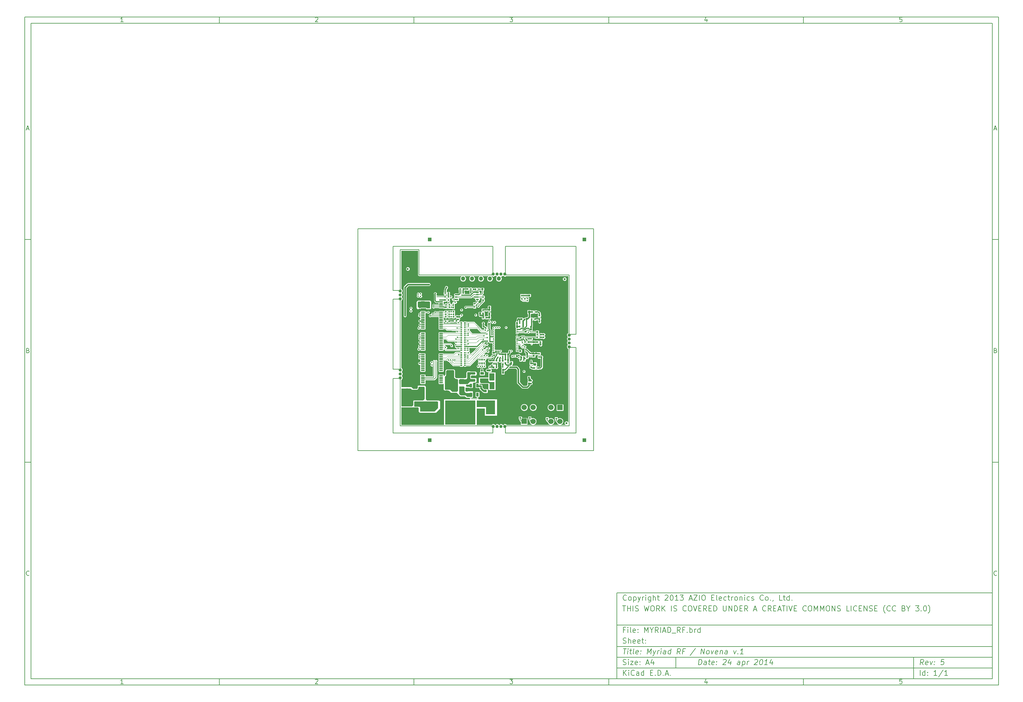
<source format=gbl>
G04 (created by PCBNEW (2013-05-31 BZR 4019)-stable) date 24/04/2014 12:04:12*
%MOIN*%
G04 Gerber Fmt 3.4, Leading zero omitted, Abs format*
%FSLAX34Y34*%
G01*
G70*
G90*
G04 APERTURE LIST*
%ADD10C,0.00590551*%
%ADD11C,0.0077*%
%ADD12C,0.0157*%
%ADD13C,0.0195*%
%ADD14C,0.023622*%
%ADD15C,0.0354*%
%ADD16R,0.0392X0.0392*%
%ADD17R,0.051X0.0472*%
%ADD18R,0.0472X0.051*%
%ADD19R,0.0175X0.0195*%
%ADD20R,0.0195X0.0175*%
%ADD21R,0.0275X0.0314*%
%ADD22R,0.0314X0.0275*%
%ADD23R,0.0195X0.0195*%
%ADD24C,0.173228*%
%ADD25R,0.1417X0.055*%
%ADD26R,0.244X0.2598*%
%ADD27R,0.0389X0.0271*%
%ADD28R,0.0271X0.0389*%
%ADD29O,0.0235X0.0117*%
%ADD30R,0.0235X0.0117*%
%ADD31O,0.0117X0.0235*%
%ADD32R,0.0117X0.0235*%
%ADD33R,0.0597X0.0597*%
%ADD34C,0.0597*%
%ADD35C,0.15748*%
%ADD36C,0.0472441*%
%ADD37R,0.0472441X0.0472441*%
%ADD38R,0.0432X0.0117*%
%ADD39R,0.0589X0.0275*%
%ADD40R,0.122X0.0629*%
%ADD41C,0.0432*%
%ADD42R,0.0433X0.0118*%
%ADD43R,0.0394X0.0138*%
%ADD44O,0.0394X0.0138*%
%ADD45O,0.0394X0.0137*%
%ADD46C,0.0117*%
%ADD47C,0.0077*%
%ADD48C,0.0196*%
%ADD49C,0.0138*%
%ADD50C,0.0122*%
%ADD51C,0.0117*%
%ADD52C,0.0157*%
%ADD53C,0.0195*%
%ADD54C,0.0039*%
%ADD55C,0.0235*%
G04 APERTURE END LIST*
G54D10*
X4000Y-4000D02*
X112930Y-4000D01*
X112930Y-78680D01*
X4000Y-78680D01*
X4000Y-4000D01*
X4700Y-4700D02*
X112230Y-4700D01*
X112230Y-77980D01*
X4700Y-77980D01*
X4700Y-4700D01*
X25780Y-4000D02*
X25780Y-4700D01*
X15032Y-4552D02*
X14747Y-4552D01*
X14890Y-4552D02*
X14890Y-4052D01*
X14842Y-4123D01*
X14794Y-4171D01*
X14747Y-4195D01*
X25780Y-78680D02*
X25780Y-77980D01*
X15032Y-78532D02*
X14747Y-78532D01*
X14890Y-78532D02*
X14890Y-78032D01*
X14842Y-78103D01*
X14794Y-78151D01*
X14747Y-78175D01*
X47560Y-4000D02*
X47560Y-4700D01*
X36527Y-4100D02*
X36550Y-4076D01*
X36598Y-4052D01*
X36717Y-4052D01*
X36765Y-4076D01*
X36789Y-4100D01*
X36812Y-4147D01*
X36812Y-4195D01*
X36789Y-4266D01*
X36503Y-4552D01*
X36812Y-4552D01*
X47560Y-78680D02*
X47560Y-77980D01*
X36527Y-78080D02*
X36550Y-78056D01*
X36598Y-78032D01*
X36717Y-78032D01*
X36765Y-78056D01*
X36789Y-78080D01*
X36812Y-78127D01*
X36812Y-78175D01*
X36789Y-78246D01*
X36503Y-78532D01*
X36812Y-78532D01*
X69340Y-4000D02*
X69340Y-4700D01*
X58283Y-4052D02*
X58592Y-4052D01*
X58426Y-4242D01*
X58497Y-4242D01*
X58545Y-4266D01*
X58569Y-4290D01*
X58592Y-4338D01*
X58592Y-4457D01*
X58569Y-4504D01*
X58545Y-4528D01*
X58497Y-4552D01*
X58354Y-4552D01*
X58307Y-4528D01*
X58283Y-4504D01*
X69340Y-78680D02*
X69340Y-77980D01*
X58283Y-78032D02*
X58592Y-78032D01*
X58426Y-78222D01*
X58497Y-78222D01*
X58545Y-78246D01*
X58569Y-78270D01*
X58592Y-78318D01*
X58592Y-78437D01*
X58569Y-78484D01*
X58545Y-78508D01*
X58497Y-78532D01*
X58354Y-78532D01*
X58307Y-78508D01*
X58283Y-78484D01*
X91120Y-4000D02*
X91120Y-4700D01*
X80325Y-4219D02*
X80325Y-4552D01*
X80206Y-4028D02*
X80087Y-4385D01*
X80396Y-4385D01*
X91120Y-78680D02*
X91120Y-77980D01*
X80325Y-78199D02*
X80325Y-78532D01*
X80206Y-78008D02*
X80087Y-78365D01*
X80396Y-78365D01*
X102129Y-4052D02*
X101890Y-4052D01*
X101867Y-4290D01*
X101890Y-4266D01*
X101938Y-4242D01*
X102057Y-4242D01*
X102105Y-4266D01*
X102129Y-4290D01*
X102152Y-4338D01*
X102152Y-4457D01*
X102129Y-4504D01*
X102105Y-4528D01*
X102057Y-4552D01*
X101938Y-4552D01*
X101890Y-4528D01*
X101867Y-4504D01*
X102129Y-78032D02*
X101890Y-78032D01*
X101867Y-78270D01*
X101890Y-78246D01*
X101938Y-78222D01*
X102057Y-78222D01*
X102105Y-78246D01*
X102129Y-78270D01*
X102152Y-78318D01*
X102152Y-78437D01*
X102129Y-78484D01*
X102105Y-78508D01*
X102057Y-78532D01*
X101938Y-78532D01*
X101890Y-78508D01*
X101867Y-78484D01*
X4000Y-28890D02*
X4700Y-28890D01*
X4230Y-16509D02*
X4469Y-16509D01*
X4183Y-16652D02*
X4350Y-16152D01*
X4516Y-16652D01*
X112930Y-28890D02*
X112230Y-28890D01*
X112460Y-16509D02*
X112699Y-16509D01*
X112413Y-16652D02*
X112580Y-16152D01*
X112746Y-16652D01*
X4000Y-53780D02*
X4700Y-53780D01*
X4385Y-41280D02*
X4457Y-41304D01*
X4480Y-41328D01*
X4504Y-41375D01*
X4504Y-41447D01*
X4480Y-41494D01*
X4457Y-41518D01*
X4409Y-41542D01*
X4219Y-41542D01*
X4219Y-41042D01*
X4385Y-41042D01*
X4433Y-41066D01*
X4457Y-41090D01*
X4480Y-41137D01*
X4480Y-41185D01*
X4457Y-41232D01*
X4433Y-41256D01*
X4385Y-41280D01*
X4219Y-41280D01*
X112930Y-53780D02*
X112230Y-53780D01*
X112615Y-41280D02*
X112687Y-41304D01*
X112710Y-41328D01*
X112734Y-41375D01*
X112734Y-41447D01*
X112710Y-41494D01*
X112687Y-41518D01*
X112639Y-41542D01*
X112449Y-41542D01*
X112449Y-41042D01*
X112615Y-41042D01*
X112663Y-41066D01*
X112687Y-41090D01*
X112710Y-41137D01*
X112710Y-41185D01*
X112687Y-41232D01*
X112663Y-41256D01*
X112615Y-41280D01*
X112449Y-41280D01*
X4504Y-66384D02*
X4480Y-66408D01*
X4409Y-66432D01*
X4361Y-66432D01*
X4290Y-66408D01*
X4242Y-66360D01*
X4219Y-66313D01*
X4195Y-66218D01*
X4195Y-66146D01*
X4219Y-66051D01*
X4242Y-66003D01*
X4290Y-65956D01*
X4361Y-65932D01*
X4409Y-65932D01*
X4480Y-65956D01*
X4504Y-65980D01*
X112734Y-66384D02*
X112710Y-66408D01*
X112639Y-66432D01*
X112591Y-66432D01*
X112520Y-66408D01*
X112472Y-66360D01*
X112449Y-66313D01*
X112425Y-66218D01*
X112425Y-66146D01*
X112449Y-66051D01*
X112472Y-66003D01*
X112520Y-65956D01*
X112591Y-65932D01*
X112639Y-65932D01*
X112710Y-65956D01*
X112734Y-65980D01*
X79380Y-76422D02*
X79455Y-75822D01*
X79597Y-75822D01*
X79680Y-75851D01*
X79730Y-75908D01*
X79751Y-75965D01*
X79765Y-76080D01*
X79755Y-76165D01*
X79712Y-76280D01*
X79676Y-76337D01*
X79612Y-76394D01*
X79522Y-76422D01*
X79380Y-76422D01*
X80237Y-76422D02*
X80276Y-76108D01*
X80255Y-76051D01*
X80201Y-76022D01*
X80087Y-76022D01*
X80026Y-76051D01*
X80240Y-76394D02*
X80180Y-76422D01*
X80037Y-76422D01*
X79983Y-76394D01*
X79962Y-76337D01*
X79969Y-76280D01*
X80005Y-76222D01*
X80065Y-76194D01*
X80208Y-76194D01*
X80269Y-76165D01*
X80487Y-76022D02*
X80715Y-76022D01*
X80597Y-75822D02*
X80533Y-76337D01*
X80555Y-76394D01*
X80608Y-76422D01*
X80665Y-76422D01*
X81097Y-76394D02*
X81037Y-76422D01*
X80922Y-76422D01*
X80869Y-76394D01*
X80847Y-76337D01*
X80876Y-76108D01*
X80912Y-76051D01*
X80972Y-76022D01*
X81087Y-76022D01*
X81140Y-76051D01*
X81162Y-76108D01*
X81155Y-76165D01*
X80862Y-76222D01*
X81387Y-76365D02*
X81412Y-76394D01*
X81380Y-76422D01*
X81355Y-76394D01*
X81387Y-76365D01*
X81380Y-76422D01*
X81426Y-76051D02*
X81451Y-76080D01*
X81419Y-76108D01*
X81394Y-76080D01*
X81426Y-76051D01*
X81419Y-76108D01*
X82162Y-75880D02*
X82194Y-75851D01*
X82255Y-75822D01*
X82397Y-75822D01*
X82451Y-75851D01*
X82476Y-75880D01*
X82497Y-75937D01*
X82490Y-75994D01*
X82451Y-76080D01*
X82065Y-76422D01*
X82437Y-76422D01*
X83001Y-76022D02*
X82951Y-76422D01*
X82887Y-75794D02*
X82690Y-76222D01*
X83062Y-76222D01*
X83980Y-76422D02*
X84019Y-76108D01*
X83997Y-76051D01*
X83944Y-76022D01*
X83830Y-76022D01*
X83769Y-76051D01*
X83983Y-76394D02*
X83922Y-76422D01*
X83780Y-76422D01*
X83726Y-76394D01*
X83705Y-76337D01*
X83712Y-76280D01*
X83747Y-76222D01*
X83808Y-76194D01*
X83951Y-76194D01*
X84012Y-76165D01*
X84315Y-76022D02*
X84240Y-76622D01*
X84312Y-76051D02*
X84372Y-76022D01*
X84487Y-76022D01*
X84540Y-76051D01*
X84565Y-76080D01*
X84587Y-76137D01*
X84565Y-76308D01*
X84530Y-76365D01*
X84497Y-76394D01*
X84437Y-76422D01*
X84322Y-76422D01*
X84269Y-76394D01*
X84808Y-76422D02*
X84858Y-76022D01*
X84844Y-76137D02*
X84880Y-76080D01*
X84912Y-76051D01*
X84972Y-76022D01*
X85030Y-76022D01*
X85676Y-75880D02*
X85708Y-75851D01*
X85769Y-75822D01*
X85912Y-75822D01*
X85965Y-75851D01*
X85990Y-75880D01*
X86012Y-75937D01*
X86005Y-75994D01*
X85965Y-76080D01*
X85580Y-76422D01*
X85951Y-76422D01*
X86397Y-75822D02*
X86455Y-75822D01*
X86508Y-75851D01*
X86533Y-75880D01*
X86555Y-75937D01*
X86569Y-76051D01*
X86551Y-76194D01*
X86508Y-76308D01*
X86472Y-76365D01*
X86440Y-76394D01*
X86380Y-76422D01*
X86322Y-76422D01*
X86269Y-76394D01*
X86244Y-76365D01*
X86222Y-76308D01*
X86208Y-76194D01*
X86226Y-76051D01*
X86269Y-75937D01*
X86305Y-75880D01*
X86337Y-75851D01*
X86397Y-75822D01*
X87094Y-76422D02*
X86751Y-76422D01*
X86922Y-76422D02*
X86997Y-75822D01*
X86930Y-75908D01*
X86865Y-75965D01*
X86805Y-75994D01*
X87658Y-76022D02*
X87608Y-76422D01*
X87544Y-75794D02*
X87347Y-76222D01*
X87719Y-76222D01*
X70972Y-77622D02*
X70972Y-77022D01*
X71315Y-77622D02*
X71058Y-77280D01*
X71315Y-77022D02*
X70972Y-77365D01*
X71572Y-77622D02*
X71572Y-77222D01*
X71572Y-77022D02*
X71544Y-77051D01*
X71572Y-77080D01*
X71601Y-77051D01*
X71572Y-77022D01*
X71572Y-77080D01*
X72201Y-77565D02*
X72172Y-77594D01*
X72087Y-77622D01*
X72030Y-77622D01*
X71944Y-77594D01*
X71887Y-77537D01*
X71858Y-77480D01*
X71830Y-77365D01*
X71830Y-77280D01*
X71858Y-77165D01*
X71887Y-77108D01*
X71944Y-77051D01*
X72030Y-77022D01*
X72087Y-77022D01*
X72172Y-77051D01*
X72201Y-77080D01*
X72715Y-77622D02*
X72715Y-77308D01*
X72687Y-77251D01*
X72630Y-77222D01*
X72515Y-77222D01*
X72458Y-77251D01*
X72715Y-77594D02*
X72658Y-77622D01*
X72515Y-77622D01*
X72458Y-77594D01*
X72430Y-77537D01*
X72430Y-77480D01*
X72458Y-77422D01*
X72515Y-77394D01*
X72658Y-77394D01*
X72715Y-77365D01*
X73258Y-77622D02*
X73258Y-77022D01*
X73258Y-77594D02*
X73201Y-77622D01*
X73087Y-77622D01*
X73030Y-77594D01*
X73001Y-77565D01*
X72972Y-77508D01*
X72972Y-77337D01*
X73001Y-77280D01*
X73030Y-77251D01*
X73087Y-77222D01*
X73201Y-77222D01*
X73258Y-77251D01*
X74001Y-77308D02*
X74201Y-77308D01*
X74287Y-77622D02*
X74001Y-77622D01*
X74001Y-77022D01*
X74287Y-77022D01*
X74544Y-77565D02*
X74572Y-77594D01*
X74544Y-77622D01*
X74515Y-77594D01*
X74544Y-77565D01*
X74544Y-77622D01*
X74829Y-77622D02*
X74829Y-77022D01*
X74972Y-77022D01*
X75058Y-77051D01*
X75115Y-77108D01*
X75144Y-77165D01*
X75172Y-77280D01*
X75172Y-77365D01*
X75144Y-77480D01*
X75115Y-77537D01*
X75058Y-77594D01*
X74972Y-77622D01*
X74829Y-77622D01*
X75429Y-77565D02*
X75458Y-77594D01*
X75429Y-77622D01*
X75401Y-77594D01*
X75429Y-77565D01*
X75429Y-77622D01*
X75687Y-77451D02*
X75972Y-77451D01*
X75629Y-77622D02*
X75829Y-77022D01*
X76029Y-77622D01*
X76229Y-77565D02*
X76258Y-77594D01*
X76229Y-77622D01*
X76201Y-77594D01*
X76229Y-77565D01*
X76229Y-77622D01*
X104522Y-76422D02*
X104358Y-76137D01*
X104180Y-76422D02*
X104255Y-75822D01*
X104483Y-75822D01*
X104537Y-75851D01*
X104562Y-75880D01*
X104583Y-75937D01*
X104572Y-76022D01*
X104537Y-76080D01*
X104505Y-76108D01*
X104444Y-76137D01*
X104215Y-76137D01*
X105012Y-76394D02*
X104951Y-76422D01*
X104837Y-76422D01*
X104783Y-76394D01*
X104762Y-76337D01*
X104790Y-76108D01*
X104826Y-76051D01*
X104887Y-76022D01*
X105001Y-76022D01*
X105055Y-76051D01*
X105076Y-76108D01*
X105069Y-76165D01*
X104776Y-76222D01*
X105287Y-76022D02*
X105380Y-76422D01*
X105572Y-76022D01*
X105758Y-76365D02*
X105783Y-76394D01*
X105751Y-76422D01*
X105726Y-76394D01*
X105758Y-76365D01*
X105751Y-76422D01*
X105797Y-76051D02*
X105822Y-76080D01*
X105790Y-76108D01*
X105765Y-76080D01*
X105797Y-76051D01*
X105790Y-76108D01*
X106855Y-75822D02*
X106569Y-75822D01*
X106505Y-76108D01*
X106537Y-76080D01*
X106597Y-76051D01*
X106740Y-76051D01*
X106794Y-76080D01*
X106819Y-76108D01*
X106840Y-76165D01*
X106822Y-76308D01*
X106787Y-76365D01*
X106755Y-76394D01*
X106694Y-76422D01*
X106551Y-76422D01*
X106497Y-76394D01*
X106472Y-76365D01*
X70944Y-76394D02*
X71030Y-76422D01*
X71172Y-76422D01*
X71230Y-76394D01*
X71258Y-76365D01*
X71287Y-76308D01*
X71287Y-76251D01*
X71258Y-76194D01*
X71230Y-76165D01*
X71172Y-76137D01*
X71058Y-76108D01*
X71001Y-76080D01*
X70972Y-76051D01*
X70944Y-75994D01*
X70944Y-75937D01*
X70972Y-75880D01*
X71001Y-75851D01*
X71058Y-75822D01*
X71201Y-75822D01*
X71287Y-75851D01*
X71544Y-76422D02*
X71544Y-76022D01*
X71544Y-75822D02*
X71515Y-75851D01*
X71544Y-75880D01*
X71572Y-75851D01*
X71544Y-75822D01*
X71544Y-75880D01*
X71772Y-76022D02*
X72087Y-76022D01*
X71772Y-76422D01*
X72087Y-76422D01*
X72544Y-76394D02*
X72487Y-76422D01*
X72372Y-76422D01*
X72315Y-76394D01*
X72287Y-76337D01*
X72287Y-76108D01*
X72315Y-76051D01*
X72372Y-76022D01*
X72487Y-76022D01*
X72544Y-76051D01*
X72572Y-76108D01*
X72572Y-76165D01*
X72287Y-76222D01*
X72830Y-76365D02*
X72858Y-76394D01*
X72830Y-76422D01*
X72801Y-76394D01*
X72830Y-76365D01*
X72830Y-76422D01*
X72830Y-76051D02*
X72858Y-76080D01*
X72830Y-76108D01*
X72801Y-76080D01*
X72830Y-76051D01*
X72830Y-76108D01*
X73544Y-76251D02*
X73830Y-76251D01*
X73487Y-76422D02*
X73687Y-75822D01*
X73887Y-76422D01*
X74344Y-76022D02*
X74344Y-76422D01*
X74201Y-75794D02*
X74058Y-76222D01*
X74430Y-76222D01*
X104172Y-77622D02*
X104172Y-77022D01*
X104715Y-77622D02*
X104715Y-77022D01*
X104715Y-77594D02*
X104658Y-77622D01*
X104544Y-77622D01*
X104487Y-77594D01*
X104458Y-77565D01*
X104430Y-77508D01*
X104430Y-77337D01*
X104458Y-77280D01*
X104487Y-77251D01*
X104544Y-77222D01*
X104658Y-77222D01*
X104715Y-77251D01*
X105001Y-77565D02*
X105030Y-77594D01*
X105001Y-77622D01*
X104972Y-77594D01*
X105001Y-77565D01*
X105001Y-77622D01*
X105001Y-77251D02*
X105030Y-77280D01*
X105001Y-77308D01*
X104972Y-77280D01*
X105001Y-77251D01*
X105001Y-77308D01*
X106058Y-77622D02*
X105715Y-77622D01*
X105887Y-77622D02*
X105887Y-77022D01*
X105829Y-77108D01*
X105772Y-77165D01*
X105715Y-77194D01*
X106744Y-76994D02*
X106230Y-77765D01*
X107258Y-77622D02*
X106915Y-77622D01*
X107087Y-77622D02*
X107087Y-77022D01*
X107029Y-77108D01*
X106972Y-77165D01*
X106915Y-77194D01*
X70969Y-74622D02*
X71312Y-74622D01*
X71065Y-75222D02*
X71140Y-74622D01*
X71437Y-75222D02*
X71487Y-74822D01*
X71512Y-74622D02*
X71480Y-74651D01*
X71505Y-74680D01*
X71537Y-74651D01*
X71512Y-74622D01*
X71505Y-74680D01*
X71687Y-74822D02*
X71915Y-74822D01*
X71797Y-74622D02*
X71733Y-75137D01*
X71755Y-75194D01*
X71808Y-75222D01*
X71865Y-75222D01*
X72151Y-75222D02*
X72097Y-75194D01*
X72076Y-75137D01*
X72140Y-74622D01*
X72612Y-75194D02*
X72551Y-75222D01*
X72437Y-75222D01*
X72383Y-75194D01*
X72362Y-75137D01*
X72390Y-74908D01*
X72426Y-74851D01*
X72487Y-74822D01*
X72601Y-74822D01*
X72655Y-74851D01*
X72676Y-74908D01*
X72669Y-74965D01*
X72376Y-75022D01*
X72901Y-75165D02*
X72926Y-75194D01*
X72894Y-75222D01*
X72869Y-75194D01*
X72901Y-75165D01*
X72894Y-75222D01*
X72940Y-74851D02*
X72965Y-74880D01*
X72933Y-74908D01*
X72908Y-74880D01*
X72940Y-74851D01*
X72933Y-74908D01*
X73637Y-75222D02*
X73712Y-74622D01*
X73858Y-75051D01*
X74112Y-74622D01*
X74037Y-75222D01*
X74315Y-74822D02*
X74408Y-75222D01*
X74601Y-74822D02*
X74408Y-75222D01*
X74333Y-75365D01*
X74301Y-75394D01*
X74240Y-75422D01*
X74780Y-75222D02*
X74830Y-74822D01*
X74815Y-74937D02*
X74851Y-74880D01*
X74883Y-74851D01*
X74944Y-74822D01*
X75001Y-74822D01*
X75151Y-75222D02*
X75201Y-74822D01*
X75226Y-74622D02*
X75194Y-74651D01*
X75219Y-74680D01*
X75251Y-74651D01*
X75226Y-74622D01*
X75219Y-74680D01*
X75694Y-75222D02*
X75733Y-74908D01*
X75712Y-74851D01*
X75658Y-74822D01*
X75544Y-74822D01*
X75483Y-74851D01*
X75697Y-75194D02*
X75637Y-75222D01*
X75494Y-75222D01*
X75440Y-75194D01*
X75419Y-75137D01*
X75426Y-75080D01*
X75462Y-75022D01*
X75522Y-74994D01*
X75665Y-74994D01*
X75726Y-74965D01*
X76237Y-75222D02*
X76312Y-74622D01*
X76240Y-75194D02*
X76180Y-75222D01*
X76065Y-75222D01*
X76012Y-75194D01*
X75987Y-75165D01*
X75965Y-75108D01*
X75987Y-74937D01*
X76022Y-74880D01*
X76055Y-74851D01*
X76115Y-74822D01*
X76230Y-74822D01*
X76283Y-74851D01*
X77322Y-75222D02*
X77158Y-74937D01*
X76980Y-75222D02*
X77055Y-74622D01*
X77283Y-74622D01*
X77337Y-74651D01*
X77362Y-74680D01*
X77383Y-74737D01*
X77372Y-74822D01*
X77337Y-74880D01*
X77305Y-74908D01*
X77244Y-74937D01*
X77015Y-74937D01*
X77819Y-74908D02*
X77619Y-74908D01*
X77580Y-75222D02*
X77655Y-74622D01*
X77940Y-74622D01*
X79058Y-74594D02*
X78447Y-75365D01*
X79637Y-75222D02*
X79712Y-74622D01*
X79980Y-75222D01*
X80055Y-74622D01*
X80351Y-75222D02*
X80297Y-75194D01*
X80272Y-75165D01*
X80251Y-75108D01*
X80272Y-74937D01*
X80308Y-74880D01*
X80340Y-74851D01*
X80401Y-74822D01*
X80487Y-74822D01*
X80540Y-74851D01*
X80565Y-74880D01*
X80587Y-74937D01*
X80565Y-75108D01*
X80530Y-75165D01*
X80497Y-75194D01*
X80437Y-75222D01*
X80351Y-75222D01*
X80801Y-74822D02*
X80894Y-75222D01*
X81087Y-74822D01*
X81497Y-75194D02*
X81437Y-75222D01*
X81322Y-75222D01*
X81269Y-75194D01*
X81247Y-75137D01*
X81276Y-74908D01*
X81312Y-74851D01*
X81372Y-74822D01*
X81487Y-74822D01*
X81540Y-74851D01*
X81562Y-74908D01*
X81555Y-74965D01*
X81262Y-75022D01*
X81830Y-74822D02*
X81780Y-75222D01*
X81822Y-74880D02*
X81855Y-74851D01*
X81915Y-74822D01*
X82001Y-74822D01*
X82055Y-74851D01*
X82076Y-74908D01*
X82037Y-75222D01*
X82580Y-75222D02*
X82619Y-74908D01*
X82597Y-74851D01*
X82544Y-74822D01*
X82430Y-74822D01*
X82369Y-74851D01*
X82583Y-75194D02*
X82522Y-75222D01*
X82380Y-75222D01*
X82326Y-75194D01*
X82305Y-75137D01*
X82312Y-75080D01*
X82347Y-75022D01*
X82408Y-74994D01*
X82551Y-74994D01*
X82612Y-74965D01*
X83315Y-74822D02*
X83408Y-75222D01*
X83601Y-74822D01*
X83787Y-75165D02*
X83812Y-75194D01*
X83780Y-75222D01*
X83755Y-75194D01*
X83787Y-75165D01*
X83780Y-75222D01*
X84380Y-75222D02*
X84037Y-75222D01*
X84208Y-75222D02*
X84283Y-74622D01*
X84215Y-74708D01*
X84151Y-74765D01*
X84090Y-74794D01*
X71172Y-72508D02*
X70972Y-72508D01*
X70972Y-72822D02*
X70972Y-72222D01*
X71258Y-72222D01*
X71487Y-72822D02*
X71487Y-72422D01*
X71487Y-72222D02*
X71458Y-72251D01*
X71487Y-72280D01*
X71515Y-72251D01*
X71487Y-72222D01*
X71487Y-72280D01*
X71858Y-72822D02*
X71801Y-72794D01*
X71772Y-72737D01*
X71772Y-72222D01*
X72315Y-72794D02*
X72258Y-72822D01*
X72144Y-72822D01*
X72087Y-72794D01*
X72058Y-72737D01*
X72058Y-72508D01*
X72087Y-72451D01*
X72144Y-72422D01*
X72258Y-72422D01*
X72315Y-72451D01*
X72344Y-72508D01*
X72344Y-72565D01*
X72058Y-72622D01*
X72601Y-72765D02*
X72630Y-72794D01*
X72601Y-72822D01*
X72572Y-72794D01*
X72601Y-72765D01*
X72601Y-72822D01*
X72601Y-72451D02*
X72630Y-72480D01*
X72601Y-72508D01*
X72572Y-72480D01*
X72601Y-72451D01*
X72601Y-72508D01*
X73344Y-72822D02*
X73344Y-72222D01*
X73544Y-72651D01*
X73744Y-72222D01*
X73744Y-72822D01*
X74144Y-72537D02*
X74144Y-72822D01*
X73944Y-72222D02*
X74144Y-72537D01*
X74344Y-72222D01*
X74887Y-72822D02*
X74687Y-72537D01*
X74544Y-72822D02*
X74544Y-72222D01*
X74772Y-72222D01*
X74830Y-72251D01*
X74858Y-72280D01*
X74887Y-72337D01*
X74887Y-72422D01*
X74858Y-72480D01*
X74830Y-72508D01*
X74772Y-72537D01*
X74544Y-72537D01*
X75144Y-72822D02*
X75144Y-72222D01*
X75401Y-72651D02*
X75687Y-72651D01*
X75344Y-72822D02*
X75544Y-72222D01*
X75744Y-72822D01*
X75944Y-72822D02*
X75944Y-72222D01*
X76087Y-72222D01*
X76172Y-72251D01*
X76230Y-72308D01*
X76258Y-72365D01*
X76287Y-72480D01*
X76287Y-72565D01*
X76258Y-72680D01*
X76230Y-72737D01*
X76172Y-72794D01*
X76087Y-72822D01*
X75944Y-72822D01*
X76401Y-72880D02*
X76858Y-72880D01*
X77344Y-72822D02*
X77144Y-72537D01*
X77001Y-72822D02*
X77001Y-72222D01*
X77230Y-72222D01*
X77287Y-72251D01*
X77315Y-72280D01*
X77344Y-72337D01*
X77344Y-72422D01*
X77315Y-72480D01*
X77287Y-72508D01*
X77230Y-72537D01*
X77001Y-72537D01*
X77801Y-72508D02*
X77601Y-72508D01*
X77601Y-72822D02*
X77601Y-72222D01*
X77887Y-72222D01*
X78115Y-72765D02*
X78144Y-72794D01*
X78115Y-72822D01*
X78087Y-72794D01*
X78115Y-72765D01*
X78115Y-72822D01*
X78401Y-72822D02*
X78401Y-72222D01*
X78401Y-72451D02*
X78458Y-72422D01*
X78572Y-72422D01*
X78630Y-72451D01*
X78658Y-72480D01*
X78687Y-72537D01*
X78687Y-72708D01*
X78658Y-72765D01*
X78630Y-72794D01*
X78572Y-72822D01*
X78458Y-72822D01*
X78401Y-72794D01*
X78944Y-72822D02*
X78944Y-72422D01*
X78944Y-72537D02*
X78972Y-72480D01*
X79001Y-72451D01*
X79058Y-72422D01*
X79115Y-72422D01*
X79572Y-72822D02*
X79572Y-72222D01*
X79572Y-72794D02*
X79515Y-72822D01*
X79401Y-72822D01*
X79344Y-72794D01*
X79315Y-72765D01*
X79287Y-72708D01*
X79287Y-72537D01*
X79315Y-72480D01*
X79344Y-72451D01*
X79401Y-72422D01*
X79515Y-72422D01*
X79572Y-72451D01*
X70944Y-73994D02*
X71030Y-74022D01*
X71172Y-74022D01*
X71230Y-73994D01*
X71258Y-73965D01*
X71287Y-73908D01*
X71287Y-73851D01*
X71258Y-73794D01*
X71230Y-73765D01*
X71172Y-73737D01*
X71058Y-73708D01*
X71001Y-73680D01*
X70972Y-73651D01*
X70944Y-73594D01*
X70944Y-73537D01*
X70972Y-73480D01*
X71001Y-73451D01*
X71058Y-73422D01*
X71201Y-73422D01*
X71287Y-73451D01*
X71544Y-74022D02*
X71544Y-73422D01*
X71801Y-74022D02*
X71801Y-73708D01*
X71772Y-73651D01*
X71715Y-73622D01*
X71630Y-73622D01*
X71572Y-73651D01*
X71544Y-73680D01*
X72315Y-73994D02*
X72258Y-74022D01*
X72144Y-74022D01*
X72087Y-73994D01*
X72058Y-73937D01*
X72058Y-73708D01*
X72087Y-73651D01*
X72144Y-73622D01*
X72258Y-73622D01*
X72315Y-73651D01*
X72344Y-73708D01*
X72344Y-73765D01*
X72058Y-73822D01*
X72830Y-73994D02*
X72772Y-74022D01*
X72658Y-74022D01*
X72601Y-73994D01*
X72572Y-73937D01*
X72572Y-73708D01*
X72601Y-73651D01*
X72658Y-73622D01*
X72772Y-73622D01*
X72830Y-73651D01*
X72858Y-73708D01*
X72858Y-73765D01*
X72572Y-73822D01*
X73030Y-73622D02*
X73258Y-73622D01*
X73115Y-73422D02*
X73115Y-73937D01*
X73144Y-73994D01*
X73201Y-74022D01*
X73258Y-74022D01*
X73458Y-73965D02*
X73487Y-73994D01*
X73458Y-74022D01*
X73430Y-73994D01*
X73458Y-73965D01*
X73458Y-74022D01*
X73458Y-73651D02*
X73487Y-73680D01*
X73458Y-73708D01*
X73430Y-73680D01*
X73458Y-73651D01*
X73458Y-73708D01*
X70887Y-69822D02*
X71230Y-69822D01*
X71058Y-70422D02*
X71058Y-69822D01*
X71430Y-70422D02*
X71430Y-69822D01*
X71430Y-70108D02*
X71772Y-70108D01*
X71772Y-70422D02*
X71772Y-69822D01*
X72058Y-70422D02*
X72058Y-69822D01*
X72315Y-70394D02*
X72401Y-70422D01*
X72544Y-70422D01*
X72601Y-70394D01*
X72629Y-70365D01*
X72658Y-70308D01*
X72658Y-70251D01*
X72629Y-70194D01*
X72601Y-70165D01*
X72544Y-70137D01*
X72429Y-70108D01*
X72372Y-70080D01*
X72344Y-70051D01*
X72315Y-69994D01*
X72315Y-69937D01*
X72344Y-69880D01*
X72372Y-69851D01*
X72429Y-69822D01*
X72572Y-69822D01*
X72658Y-69851D01*
X73315Y-69822D02*
X73458Y-70422D01*
X73572Y-69994D01*
X73687Y-70422D01*
X73830Y-69822D01*
X74172Y-69822D02*
X74287Y-69822D01*
X74344Y-69851D01*
X74401Y-69908D01*
X74430Y-70022D01*
X74430Y-70222D01*
X74401Y-70337D01*
X74344Y-70394D01*
X74287Y-70422D01*
X74172Y-70422D01*
X74115Y-70394D01*
X74058Y-70337D01*
X74030Y-70222D01*
X74030Y-70022D01*
X74058Y-69908D01*
X74115Y-69851D01*
X74172Y-69822D01*
X75029Y-70422D02*
X74829Y-70137D01*
X74687Y-70422D02*
X74687Y-69822D01*
X74915Y-69822D01*
X74972Y-69851D01*
X75001Y-69880D01*
X75029Y-69937D01*
X75029Y-70022D01*
X75001Y-70080D01*
X74972Y-70108D01*
X74915Y-70137D01*
X74687Y-70137D01*
X75287Y-70422D02*
X75287Y-69822D01*
X75629Y-70422D02*
X75372Y-70080D01*
X75629Y-69822D02*
X75287Y-70165D01*
X76344Y-70422D02*
X76344Y-69822D01*
X76601Y-70394D02*
X76687Y-70422D01*
X76829Y-70422D01*
X76887Y-70394D01*
X76915Y-70365D01*
X76944Y-70308D01*
X76944Y-70251D01*
X76915Y-70194D01*
X76887Y-70165D01*
X76829Y-70137D01*
X76715Y-70108D01*
X76658Y-70080D01*
X76629Y-70051D01*
X76601Y-69994D01*
X76601Y-69937D01*
X76629Y-69880D01*
X76658Y-69851D01*
X76715Y-69822D01*
X76858Y-69822D01*
X76944Y-69851D01*
X78001Y-70365D02*
X77972Y-70394D01*
X77887Y-70422D01*
X77830Y-70422D01*
X77744Y-70394D01*
X77687Y-70337D01*
X77658Y-70280D01*
X77630Y-70165D01*
X77630Y-70080D01*
X77658Y-69965D01*
X77687Y-69908D01*
X77744Y-69851D01*
X77830Y-69822D01*
X77887Y-69822D01*
X77972Y-69851D01*
X78001Y-69880D01*
X78372Y-69822D02*
X78487Y-69822D01*
X78544Y-69851D01*
X78601Y-69908D01*
X78630Y-70022D01*
X78630Y-70222D01*
X78601Y-70337D01*
X78544Y-70394D01*
X78487Y-70422D01*
X78372Y-70422D01*
X78315Y-70394D01*
X78258Y-70337D01*
X78230Y-70222D01*
X78230Y-70022D01*
X78258Y-69908D01*
X78315Y-69851D01*
X78372Y-69822D01*
X78801Y-69822D02*
X79001Y-70422D01*
X79201Y-69822D01*
X79401Y-70108D02*
X79601Y-70108D01*
X79687Y-70422D02*
X79401Y-70422D01*
X79401Y-69822D01*
X79687Y-69822D01*
X80287Y-70422D02*
X80087Y-70137D01*
X79944Y-70422D02*
X79944Y-69822D01*
X80172Y-69822D01*
X80229Y-69851D01*
X80258Y-69880D01*
X80287Y-69937D01*
X80287Y-70022D01*
X80258Y-70080D01*
X80229Y-70108D01*
X80172Y-70137D01*
X79944Y-70137D01*
X80544Y-70108D02*
X80744Y-70108D01*
X80829Y-70422D02*
X80544Y-70422D01*
X80544Y-69822D01*
X80829Y-69822D01*
X81087Y-70422D02*
X81087Y-69822D01*
X81229Y-69822D01*
X81315Y-69851D01*
X81372Y-69908D01*
X81401Y-69965D01*
X81429Y-70080D01*
X81429Y-70165D01*
X81401Y-70280D01*
X81372Y-70337D01*
X81315Y-70394D01*
X81229Y-70422D01*
X81087Y-70422D01*
X82144Y-69822D02*
X82144Y-70308D01*
X82172Y-70365D01*
X82201Y-70394D01*
X82258Y-70422D01*
X82372Y-70422D01*
X82429Y-70394D01*
X82458Y-70365D01*
X82487Y-70308D01*
X82487Y-69822D01*
X82772Y-70422D02*
X82772Y-69822D01*
X83115Y-70422D01*
X83115Y-69822D01*
X83401Y-70422D02*
X83401Y-69822D01*
X83544Y-69822D01*
X83629Y-69851D01*
X83687Y-69908D01*
X83715Y-69965D01*
X83744Y-70080D01*
X83744Y-70165D01*
X83715Y-70280D01*
X83687Y-70337D01*
X83629Y-70394D01*
X83544Y-70422D01*
X83401Y-70422D01*
X84001Y-70108D02*
X84201Y-70108D01*
X84287Y-70422D02*
X84001Y-70422D01*
X84001Y-69822D01*
X84287Y-69822D01*
X84887Y-70422D02*
X84687Y-70137D01*
X84544Y-70422D02*
X84544Y-69822D01*
X84772Y-69822D01*
X84829Y-69851D01*
X84858Y-69880D01*
X84887Y-69937D01*
X84887Y-70022D01*
X84858Y-70080D01*
X84829Y-70108D01*
X84772Y-70137D01*
X84544Y-70137D01*
X85572Y-70251D02*
X85858Y-70251D01*
X85515Y-70422D02*
X85715Y-69822D01*
X85915Y-70422D01*
X86915Y-70365D02*
X86887Y-70394D01*
X86801Y-70422D01*
X86744Y-70422D01*
X86658Y-70394D01*
X86601Y-70337D01*
X86572Y-70280D01*
X86544Y-70165D01*
X86544Y-70080D01*
X86572Y-69965D01*
X86601Y-69908D01*
X86658Y-69851D01*
X86744Y-69822D01*
X86801Y-69822D01*
X86887Y-69851D01*
X86915Y-69880D01*
X87515Y-70422D02*
X87315Y-70137D01*
X87172Y-70422D02*
X87172Y-69822D01*
X87401Y-69822D01*
X87458Y-69851D01*
X87487Y-69880D01*
X87515Y-69937D01*
X87515Y-70022D01*
X87487Y-70080D01*
X87458Y-70108D01*
X87401Y-70137D01*
X87172Y-70137D01*
X87772Y-70108D02*
X87972Y-70108D01*
X88058Y-70422D02*
X87772Y-70422D01*
X87772Y-69822D01*
X88058Y-69822D01*
X88287Y-70251D02*
X88572Y-70251D01*
X88229Y-70422D02*
X88429Y-69822D01*
X88629Y-70422D01*
X88744Y-69822D02*
X89087Y-69822D01*
X88915Y-70422D02*
X88915Y-69822D01*
X89287Y-70422D02*
X89287Y-69822D01*
X89487Y-69822D02*
X89687Y-70422D01*
X89887Y-69822D01*
X90087Y-70108D02*
X90287Y-70108D01*
X90372Y-70422D02*
X90087Y-70422D01*
X90087Y-69822D01*
X90372Y-69822D01*
X91429Y-70365D02*
X91401Y-70394D01*
X91315Y-70422D01*
X91258Y-70422D01*
X91172Y-70394D01*
X91115Y-70337D01*
X91087Y-70280D01*
X91058Y-70165D01*
X91058Y-70080D01*
X91087Y-69965D01*
X91115Y-69908D01*
X91172Y-69851D01*
X91258Y-69822D01*
X91315Y-69822D01*
X91401Y-69851D01*
X91429Y-69880D01*
X91801Y-69822D02*
X91915Y-69822D01*
X91972Y-69851D01*
X92029Y-69908D01*
X92058Y-70022D01*
X92058Y-70222D01*
X92029Y-70337D01*
X91972Y-70394D01*
X91915Y-70422D01*
X91801Y-70422D01*
X91744Y-70394D01*
X91687Y-70337D01*
X91658Y-70222D01*
X91658Y-70022D01*
X91687Y-69908D01*
X91744Y-69851D01*
X91801Y-69822D01*
X92315Y-70422D02*
X92315Y-69822D01*
X92515Y-70251D01*
X92715Y-69822D01*
X92715Y-70422D01*
X93001Y-70422D02*
X93001Y-69822D01*
X93201Y-70251D01*
X93401Y-69822D01*
X93401Y-70422D01*
X93801Y-69822D02*
X93915Y-69822D01*
X93972Y-69851D01*
X94029Y-69908D01*
X94058Y-70022D01*
X94058Y-70222D01*
X94029Y-70337D01*
X93972Y-70394D01*
X93915Y-70422D01*
X93801Y-70422D01*
X93744Y-70394D01*
X93687Y-70337D01*
X93658Y-70222D01*
X93658Y-70022D01*
X93687Y-69908D01*
X93744Y-69851D01*
X93801Y-69822D01*
X94315Y-70422D02*
X94315Y-69822D01*
X94658Y-70422D01*
X94658Y-69822D01*
X94915Y-70394D02*
X95001Y-70422D01*
X95144Y-70422D01*
X95201Y-70394D01*
X95229Y-70365D01*
X95258Y-70308D01*
X95258Y-70251D01*
X95229Y-70194D01*
X95201Y-70165D01*
X95144Y-70137D01*
X95029Y-70108D01*
X94972Y-70080D01*
X94944Y-70051D01*
X94915Y-69994D01*
X94915Y-69937D01*
X94944Y-69880D01*
X94972Y-69851D01*
X95029Y-69822D01*
X95172Y-69822D01*
X95258Y-69851D01*
X96258Y-70422D02*
X95972Y-70422D01*
X95972Y-69822D01*
X96458Y-70422D02*
X96458Y-69822D01*
X97087Y-70365D02*
X97058Y-70394D01*
X96972Y-70422D01*
X96915Y-70422D01*
X96829Y-70394D01*
X96772Y-70337D01*
X96744Y-70280D01*
X96715Y-70165D01*
X96715Y-70080D01*
X96744Y-69965D01*
X96772Y-69908D01*
X96829Y-69851D01*
X96915Y-69822D01*
X96972Y-69822D01*
X97058Y-69851D01*
X97087Y-69880D01*
X97344Y-70108D02*
X97544Y-70108D01*
X97629Y-70422D02*
X97344Y-70422D01*
X97344Y-69822D01*
X97629Y-69822D01*
X97887Y-70422D02*
X97887Y-69822D01*
X98229Y-70422D01*
X98229Y-69822D01*
X98487Y-70394D02*
X98572Y-70422D01*
X98715Y-70422D01*
X98772Y-70394D01*
X98801Y-70365D01*
X98829Y-70308D01*
X98829Y-70251D01*
X98801Y-70194D01*
X98772Y-70165D01*
X98715Y-70137D01*
X98601Y-70108D01*
X98544Y-70080D01*
X98515Y-70051D01*
X98487Y-69994D01*
X98487Y-69937D01*
X98515Y-69880D01*
X98544Y-69851D01*
X98601Y-69822D01*
X98744Y-69822D01*
X98829Y-69851D01*
X99087Y-70108D02*
X99287Y-70108D01*
X99372Y-70422D02*
X99087Y-70422D01*
X99087Y-69822D01*
X99372Y-69822D01*
X100258Y-70651D02*
X100229Y-70622D01*
X100172Y-70537D01*
X100144Y-70480D01*
X100115Y-70394D01*
X100087Y-70251D01*
X100087Y-70137D01*
X100115Y-69994D01*
X100144Y-69908D01*
X100172Y-69851D01*
X100229Y-69765D01*
X100258Y-69737D01*
X100829Y-70365D02*
X100801Y-70394D01*
X100715Y-70422D01*
X100658Y-70422D01*
X100572Y-70394D01*
X100515Y-70337D01*
X100487Y-70280D01*
X100458Y-70165D01*
X100458Y-70080D01*
X100487Y-69965D01*
X100515Y-69908D01*
X100572Y-69851D01*
X100658Y-69822D01*
X100715Y-69822D01*
X100801Y-69851D01*
X100829Y-69880D01*
X101429Y-70365D02*
X101401Y-70394D01*
X101315Y-70422D01*
X101258Y-70422D01*
X101172Y-70394D01*
X101115Y-70337D01*
X101087Y-70280D01*
X101058Y-70165D01*
X101058Y-70080D01*
X101087Y-69965D01*
X101115Y-69908D01*
X101172Y-69851D01*
X101258Y-69822D01*
X101315Y-69822D01*
X101401Y-69851D01*
X101429Y-69880D01*
X102344Y-70108D02*
X102429Y-70137D01*
X102458Y-70165D01*
X102487Y-70222D01*
X102487Y-70308D01*
X102458Y-70365D01*
X102429Y-70394D01*
X102372Y-70422D01*
X102144Y-70422D01*
X102144Y-69822D01*
X102344Y-69822D01*
X102401Y-69851D01*
X102429Y-69880D01*
X102458Y-69937D01*
X102458Y-69994D01*
X102429Y-70051D01*
X102401Y-70080D01*
X102344Y-70108D01*
X102144Y-70108D01*
X102858Y-70137D02*
X102858Y-70422D01*
X102658Y-69822D02*
X102858Y-70137D01*
X103058Y-69822D01*
X103658Y-69822D02*
X104029Y-69822D01*
X103829Y-70051D01*
X103915Y-70051D01*
X103972Y-70080D01*
X104001Y-70108D01*
X104029Y-70165D01*
X104029Y-70308D01*
X104001Y-70365D01*
X103972Y-70394D01*
X103915Y-70422D01*
X103744Y-70422D01*
X103687Y-70394D01*
X103658Y-70365D01*
X104287Y-70365D02*
X104315Y-70394D01*
X104287Y-70422D01*
X104258Y-70394D01*
X104287Y-70365D01*
X104287Y-70422D01*
X104687Y-69822D02*
X104744Y-69822D01*
X104801Y-69851D01*
X104829Y-69880D01*
X104858Y-69937D01*
X104887Y-70051D01*
X104887Y-70194D01*
X104858Y-70308D01*
X104829Y-70365D01*
X104801Y-70394D01*
X104744Y-70422D01*
X104687Y-70422D01*
X104629Y-70394D01*
X104601Y-70365D01*
X104572Y-70308D01*
X104544Y-70194D01*
X104544Y-70051D01*
X104572Y-69937D01*
X104601Y-69880D01*
X104629Y-69851D01*
X104687Y-69822D01*
X105087Y-70651D02*
X105115Y-70622D01*
X105172Y-70537D01*
X105201Y-70480D01*
X105229Y-70394D01*
X105258Y-70251D01*
X105258Y-70137D01*
X105229Y-69994D01*
X105201Y-69908D01*
X105172Y-69851D01*
X105115Y-69765D01*
X105087Y-69737D01*
X71315Y-69165D02*
X71287Y-69194D01*
X71201Y-69222D01*
X71144Y-69222D01*
X71058Y-69194D01*
X71001Y-69137D01*
X70972Y-69080D01*
X70944Y-68965D01*
X70944Y-68880D01*
X70972Y-68765D01*
X71001Y-68708D01*
X71058Y-68651D01*
X71144Y-68622D01*
X71201Y-68622D01*
X71287Y-68651D01*
X71315Y-68680D01*
X71658Y-69222D02*
X71601Y-69194D01*
X71572Y-69165D01*
X71544Y-69108D01*
X71544Y-68937D01*
X71572Y-68880D01*
X71601Y-68851D01*
X71658Y-68822D01*
X71744Y-68822D01*
X71801Y-68851D01*
X71830Y-68880D01*
X71858Y-68937D01*
X71858Y-69108D01*
X71830Y-69165D01*
X71801Y-69194D01*
X71744Y-69222D01*
X71658Y-69222D01*
X72115Y-68822D02*
X72115Y-69422D01*
X72115Y-68851D02*
X72172Y-68822D01*
X72287Y-68822D01*
X72344Y-68851D01*
X72372Y-68880D01*
X72401Y-68937D01*
X72401Y-69108D01*
X72372Y-69165D01*
X72344Y-69194D01*
X72287Y-69222D01*
X72172Y-69222D01*
X72115Y-69194D01*
X72601Y-68822D02*
X72744Y-69222D01*
X72887Y-68822D02*
X72744Y-69222D01*
X72687Y-69365D01*
X72658Y-69394D01*
X72601Y-69422D01*
X73115Y-69222D02*
X73115Y-68822D01*
X73115Y-68937D02*
X73144Y-68880D01*
X73172Y-68851D01*
X73230Y-68822D01*
X73287Y-68822D01*
X73487Y-69222D02*
X73487Y-68822D01*
X73487Y-68622D02*
X73458Y-68651D01*
X73487Y-68680D01*
X73515Y-68651D01*
X73487Y-68622D01*
X73487Y-68680D01*
X74030Y-68822D02*
X74030Y-69308D01*
X74001Y-69365D01*
X73972Y-69394D01*
X73915Y-69422D01*
X73830Y-69422D01*
X73772Y-69394D01*
X74030Y-69194D02*
X73972Y-69222D01*
X73858Y-69222D01*
X73801Y-69194D01*
X73772Y-69165D01*
X73744Y-69108D01*
X73744Y-68937D01*
X73772Y-68880D01*
X73801Y-68851D01*
X73858Y-68822D01*
X73972Y-68822D01*
X74030Y-68851D01*
X74315Y-69222D02*
X74315Y-68622D01*
X74572Y-69222D02*
X74572Y-68908D01*
X74544Y-68851D01*
X74487Y-68822D01*
X74401Y-68822D01*
X74344Y-68851D01*
X74315Y-68880D01*
X74772Y-68822D02*
X75001Y-68822D01*
X74858Y-68622D02*
X74858Y-69137D01*
X74887Y-69194D01*
X74944Y-69222D01*
X75001Y-69222D01*
X75630Y-68680D02*
X75658Y-68651D01*
X75715Y-68622D01*
X75858Y-68622D01*
X75915Y-68651D01*
X75944Y-68680D01*
X75972Y-68737D01*
X75972Y-68794D01*
X75944Y-68880D01*
X75601Y-69222D01*
X75972Y-69222D01*
X76344Y-68622D02*
X76401Y-68622D01*
X76458Y-68651D01*
X76487Y-68680D01*
X76515Y-68737D01*
X76544Y-68851D01*
X76544Y-68994D01*
X76515Y-69108D01*
X76487Y-69165D01*
X76458Y-69194D01*
X76401Y-69222D01*
X76344Y-69222D01*
X76287Y-69194D01*
X76258Y-69165D01*
X76230Y-69108D01*
X76201Y-68994D01*
X76201Y-68851D01*
X76230Y-68737D01*
X76258Y-68680D01*
X76287Y-68651D01*
X76344Y-68622D01*
X77115Y-69222D02*
X76772Y-69222D01*
X76944Y-69222D02*
X76944Y-68622D01*
X76887Y-68708D01*
X76830Y-68765D01*
X76772Y-68794D01*
X77315Y-68622D02*
X77687Y-68622D01*
X77487Y-68851D01*
X77572Y-68851D01*
X77630Y-68880D01*
X77658Y-68908D01*
X77687Y-68965D01*
X77687Y-69108D01*
X77658Y-69165D01*
X77630Y-69194D01*
X77572Y-69222D01*
X77401Y-69222D01*
X77344Y-69194D01*
X77315Y-69165D01*
X78372Y-69051D02*
X78658Y-69051D01*
X78315Y-69222D02*
X78515Y-68622D01*
X78715Y-69222D01*
X78858Y-68622D02*
X79258Y-68622D01*
X78858Y-69222D01*
X79258Y-69222D01*
X79487Y-69222D02*
X79487Y-68622D01*
X79887Y-68622D02*
X80001Y-68622D01*
X80058Y-68651D01*
X80115Y-68708D01*
X80144Y-68822D01*
X80144Y-69022D01*
X80115Y-69137D01*
X80058Y-69194D01*
X80001Y-69222D01*
X79887Y-69222D01*
X79830Y-69194D01*
X79772Y-69137D01*
X79744Y-69022D01*
X79744Y-68822D01*
X79772Y-68708D01*
X79830Y-68651D01*
X79887Y-68622D01*
X80858Y-68908D02*
X81058Y-68908D01*
X81144Y-69222D02*
X80858Y-69222D01*
X80858Y-68622D01*
X81144Y-68622D01*
X81487Y-69222D02*
X81430Y-69194D01*
X81401Y-69137D01*
X81401Y-68622D01*
X81944Y-69194D02*
X81887Y-69222D01*
X81772Y-69222D01*
X81715Y-69194D01*
X81687Y-69137D01*
X81687Y-68908D01*
X81715Y-68851D01*
X81772Y-68822D01*
X81887Y-68822D01*
X81944Y-68851D01*
X81972Y-68908D01*
X81972Y-68965D01*
X81687Y-69022D01*
X82487Y-69194D02*
X82430Y-69222D01*
X82315Y-69222D01*
X82258Y-69194D01*
X82230Y-69165D01*
X82201Y-69108D01*
X82201Y-68937D01*
X82230Y-68880D01*
X82258Y-68851D01*
X82315Y-68822D01*
X82430Y-68822D01*
X82487Y-68851D01*
X82658Y-68822D02*
X82887Y-68822D01*
X82744Y-68622D02*
X82744Y-69137D01*
X82772Y-69194D01*
X82830Y-69222D01*
X82887Y-69222D01*
X83087Y-69222D02*
X83087Y-68822D01*
X83087Y-68937D02*
X83115Y-68880D01*
X83144Y-68851D01*
X83201Y-68822D01*
X83258Y-68822D01*
X83544Y-69222D02*
X83487Y-69194D01*
X83458Y-69165D01*
X83430Y-69108D01*
X83430Y-68937D01*
X83458Y-68880D01*
X83487Y-68851D01*
X83544Y-68822D01*
X83630Y-68822D01*
X83687Y-68851D01*
X83715Y-68880D01*
X83744Y-68937D01*
X83744Y-69108D01*
X83715Y-69165D01*
X83687Y-69194D01*
X83630Y-69222D01*
X83544Y-69222D01*
X84001Y-68822D02*
X84001Y-69222D01*
X84001Y-68880D02*
X84030Y-68851D01*
X84087Y-68822D01*
X84172Y-68822D01*
X84230Y-68851D01*
X84258Y-68908D01*
X84258Y-69222D01*
X84544Y-69222D02*
X84544Y-68822D01*
X84544Y-68622D02*
X84515Y-68651D01*
X84544Y-68680D01*
X84572Y-68651D01*
X84544Y-68622D01*
X84544Y-68680D01*
X85087Y-69194D02*
X85030Y-69222D01*
X84915Y-69222D01*
X84858Y-69194D01*
X84830Y-69165D01*
X84801Y-69108D01*
X84801Y-68937D01*
X84830Y-68880D01*
X84858Y-68851D01*
X84915Y-68822D01*
X85030Y-68822D01*
X85087Y-68851D01*
X85315Y-69194D02*
X85372Y-69222D01*
X85487Y-69222D01*
X85544Y-69194D01*
X85572Y-69137D01*
X85572Y-69108D01*
X85544Y-69051D01*
X85487Y-69022D01*
X85401Y-69022D01*
X85344Y-68994D01*
X85315Y-68937D01*
X85315Y-68908D01*
X85344Y-68851D01*
X85401Y-68822D01*
X85487Y-68822D01*
X85544Y-68851D01*
X86630Y-69165D02*
X86601Y-69194D01*
X86515Y-69222D01*
X86458Y-69222D01*
X86372Y-69194D01*
X86315Y-69137D01*
X86287Y-69080D01*
X86258Y-68965D01*
X86258Y-68880D01*
X86287Y-68765D01*
X86315Y-68708D01*
X86372Y-68651D01*
X86458Y-68622D01*
X86515Y-68622D01*
X86601Y-68651D01*
X86630Y-68680D01*
X86972Y-69222D02*
X86915Y-69194D01*
X86887Y-69165D01*
X86858Y-69108D01*
X86858Y-68937D01*
X86887Y-68880D01*
X86915Y-68851D01*
X86972Y-68822D01*
X87058Y-68822D01*
X87115Y-68851D01*
X87144Y-68880D01*
X87172Y-68937D01*
X87172Y-69108D01*
X87144Y-69165D01*
X87115Y-69194D01*
X87058Y-69222D01*
X86972Y-69222D01*
X87430Y-69165D02*
X87458Y-69194D01*
X87430Y-69222D01*
X87401Y-69194D01*
X87430Y-69165D01*
X87430Y-69222D01*
X87744Y-69194D02*
X87744Y-69222D01*
X87715Y-69280D01*
X87687Y-69308D01*
X88744Y-69222D02*
X88458Y-69222D01*
X88458Y-68622D01*
X88858Y-68822D02*
X89087Y-68822D01*
X88944Y-68622D02*
X88944Y-69137D01*
X88972Y-69194D01*
X89030Y-69222D01*
X89087Y-69222D01*
X89544Y-69222D02*
X89544Y-68622D01*
X89544Y-69194D02*
X89487Y-69222D01*
X89372Y-69222D01*
X89315Y-69194D01*
X89287Y-69165D01*
X89258Y-69108D01*
X89258Y-68937D01*
X89287Y-68880D01*
X89315Y-68851D01*
X89372Y-68822D01*
X89487Y-68822D01*
X89544Y-68851D01*
X89830Y-69165D02*
X89858Y-69194D01*
X89830Y-69222D01*
X89801Y-69194D01*
X89830Y-69165D01*
X89830Y-69222D01*
X70230Y-68380D02*
X70230Y-77980D01*
X70230Y-71980D02*
X112230Y-71980D01*
X70230Y-68380D02*
X112230Y-68380D01*
X70230Y-74380D02*
X112230Y-74380D01*
X103430Y-75580D02*
X103430Y-77980D01*
X70230Y-76780D02*
X112230Y-76780D01*
X70230Y-75580D02*
X112230Y-75580D01*
X76830Y-75580D02*
X76830Y-76780D01*
G54D11*
X46007Y-30019D02*
X48110Y-30019D01*
X48110Y-30019D02*
X48110Y-32834D01*
X48110Y-32834D02*
X56425Y-32834D01*
X46007Y-30019D02*
X46007Y-34570D01*
X41283Y-52483D02*
X41283Y-27680D01*
X67661Y-52483D02*
X41283Y-52483D01*
X67661Y-27680D02*
X67661Y-52483D01*
X41283Y-27680D02*
X67661Y-27680D01*
X64905Y-32834D02*
X64905Y-39492D01*
X57764Y-32834D02*
X64905Y-32834D01*
X57764Y-32677D02*
X57764Y-29648D01*
X65692Y-29650D02*
X57764Y-29650D01*
X65692Y-39492D02*
X65692Y-29650D01*
X64905Y-39492D02*
X65692Y-39492D01*
X57764Y-50515D02*
X57764Y-49728D01*
X65692Y-50515D02*
X57764Y-50515D01*
X65692Y-40948D02*
X65692Y-50515D01*
X64905Y-40948D02*
X65692Y-40948D01*
X64905Y-49728D02*
X64905Y-40948D01*
X57764Y-49728D02*
X64905Y-49728D01*
X45220Y-50515D02*
X45220Y-44413D01*
X56386Y-50515D02*
X45220Y-50515D01*
X56386Y-49728D02*
X56386Y-50515D01*
X46007Y-49728D02*
X56386Y-49728D01*
X46007Y-44413D02*
X46007Y-49728D01*
X46007Y-44413D02*
X45220Y-44413D01*
X45220Y-43390D02*
X45220Y-35555D01*
X46007Y-43390D02*
X45220Y-43390D01*
X46007Y-35555D02*
X46007Y-43390D01*
X46007Y-35555D02*
X45220Y-35555D01*
X46007Y-34570D02*
X45220Y-34570D01*
X45220Y-29648D02*
X45220Y-34570D01*
X45220Y-29648D02*
X56384Y-29648D01*
X56384Y-32834D02*
X56384Y-29648D01*
G54D12*
X63464Y-34153D03*
X63858Y-34153D03*
X64645Y-34881D03*
X63346Y-34704D03*
X64645Y-33740D03*
X64173Y-33661D03*
X63838Y-33818D03*
X63444Y-33818D03*
X63444Y-33129D03*
X64015Y-33149D03*
X58425Y-33267D03*
X59015Y-33307D03*
X63858Y-33464D03*
X63464Y-33464D03*
X64566Y-37696D03*
X62952Y-33275D03*
X63385Y-37696D03*
X63779Y-37696D03*
X62559Y-33275D03*
X62165Y-33275D03*
X61555Y-33799D03*
X64173Y-37696D03*
X64062Y-42602D03*
X64456Y-42602D03*
X63787Y-43003D03*
X64102Y-42996D03*
X63716Y-42606D03*
X64496Y-42996D03*
X64653Y-43744D03*
X64259Y-43744D03*
X63944Y-43751D03*
X62350Y-47901D03*
X64220Y-48429D03*
X62059Y-48488D03*
X64543Y-46566D03*
X62716Y-46909D03*
X61972Y-46921D03*
X60681Y-46791D03*
X47507Y-44417D03*
X46535Y-43897D03*
X47838Y-44417D03*
X47188Y-38653D03*
X47503Y-38653D03*
X47503Y-39047D03*
X47188Y-39047D03*
X50511Y-33031D03*
X52066Y-33681D03*
X53976Y-33740D03*
X47244Y-32283D03*
X51732Y-33681D03*
X47755Y-32165D03*
X46496Y-32145D03*
X47677Y-30314D03*
X48248Y-33149D03*
X55200Y-49358D03*
X55200Y-49043D03*
X54807Y-49043D03*
X54807Y-49358D03*
X56539Y-49358D03*
X56933Y-49043D03*
X56933Y-49358D03*
X56066Y-49358D03*
X55673Y-49358D03*
X49295Y-46720D03*
X48980Y-48492D03*
X49374Y-48492D03*
X49688Y-46720D03*
X50555Y-46720D03*
X50240Y-48492D03*
X49846Y-48492D03*
X50161Y-46720D03*
X48114Y-49358D03*
X48114Y-49043D03*
X48507Y-49043D03*
X48507Y-49358D03*
X58940Y-49240D03*
X58933Y-48818D03*
G54D13*
X51375Y-48500D03*
X51690Y-48500D03*
X52320Y-48500D03*
X52005Y-48500D03*
X52635Y-48500D03*
X52950Y-48500D03*
X53108Y-48815D03*
X52793Y-48815D03*
X52163Y-48815D03*
X52478Y-48815D03*
X51848Y-48815D03*
X51533Y-48815D03*
X52911Y-49091D03*
X52596Y-49091D03*
X51966Y-49091D03*
X52281Y-49091D03*
X51651Y-49091D03*
X51336Y-49091D03*
X51336Y-47871D03*
X51651Y-47871D03*
X52281Y-47871D03*
X51966Y-47871D03*
X52596Y-47871D03*
X52911Y-47871D03*
X53068Y-48185D03*
X52753Y-48185D03*
X52123Y-48185D03*
X52438Y-48185D03*
X51809Y-48185D03*
X51494Y-48185D03*
X51533Y-47595D03*
X51848Y-47595D03*
X52478Y-47595D03*
X52163Y-47595D03*
X52793Y-47595D03*
X53108Y-47595D03*
X52950Y-47280D03*
X52635Y-47280D03*
X52005Y-47280D03*
X52320Y-47280D03*
X51690Y-47280D03*
G54D12*
X48291Y-35232D03*
X51291Y-44267D03*
X51200Y-44602D03*
X51204Y-44925D03*
X51291Y-43874D03*
X51566Y-43716D03*
X51535Y-44736D03*
X51535Y-45066D03*
X51547Y-44413D03*
X51547Y-44082D03*
X48582Y-45511D03*
X48110Y-45866D03*
X48110Y-45472D03*
X48346Y-46771D03*
X48582Y-45905D03*
X48346Y-46417D03*
X47362Y-46141D03*
X46417Y-47322D03*
X46889Y-46889D03*
X47362Y-46889D03*
X47362Y-47322D03*
X46889Y-47322D03*
X46417Y-46496D03*
X46417Y-46889D03*
X47362Y-46496D03*
X64173Y-36909D03*
X63385Y-37303D03*
X63779Y-37303D03*
X64173Y-37303D03*
X63779Y-36909D03*
X64062Y-46303D03*
X63385Y-44291D03*
X64645Y-44094D03*
X47208Y-36555D03*
X48283Y-34952D03*
G54D13*
X51375Y-47280D03*
X48124Y-36145D03*
X48124Y-36421D03*
G54D14*
X64409Y-33307D03*
X64606Y-49409D03*
G54D12*
X54350Y-33720D03*
X63366Y-35964D03*
X51220Y-41417D03*
X48007Y-35212D03*
X47200Y-36862D03*
X47476Y-33153D03*
X47870Y-33153D03*
X52992Y-36181D03*
X55078Y-48464D03*
X58503Y-49409D03*
X61366Y-49437D03*
X64645Y-45196D03*
X57248Y-47539D03*
X64602Y-47311D03*
X64602Y-46996D03*
X63503Y-46732D03*
X64606Y-47637D03*
X64606Y-48425D03*
X64606Y-48897D03*
X64645Y-45511D03*
X63307Y-45551D03*
X64645Y-44409D03*
X63917Y-46893D03*
X63322Y-45913D03*
X63669Y-46303D03*
X63354Y-46311D03*
X64645Y-35708D03*
X64645Y-34547D03*
X58779Y-33779D03*
X64665Y-36003D03*
X62834Y-37500D03*
X59173Y-33779D03*
X63385Y-36909D03*
X64566Y-37303D03*
X64566Y-36909D03*
X64062Y-45909D03*
X63669Y-45909D03*
X56417Y-46299D03*
X57169Y-46870D03*
X57681Y-46870D03*
X56811Y-46299D03*
X59996Y-33263D03*
X59606Y-33267D03*
X61334Y-33263D03*
X61728Y-33263D03*
X60862Y-33263D03*
X60468Y-33263D03*
X61122Y-46311D03*
X62330Y-49421D03*
X57838Y-47460D03*
X61393Y-48484D03*
X56968Y-47834D03*
X58468Y-47578D03*
X58586Y-46870D03*
X52051Y-46326D03*
X58153Y-46870D03*
X51653Y-46338D03*
X61389Y-47940D03*
X61480Y-46314D03*
X62834Y-39862D03*
X63307Y-42559D03*
X52874Y-43464D03*
X52007Y-43149D03*
X49606Y-39330D03*
X63582Y-43740D03*
X52007Y-40826D03*
X51456Y-43149D03*
X50988Y-43157D03*
X50984Y-42716D03*
X62913Y-42204D03*
X63228Y-43818D03*
X62830Y-40255D03*
X46889Y-46496D03*
X63307Y-42992D03*
X62913Y-42637D03*
X46299Y-33877D03*
X46303Y-33511D03*
X49606Y-41535D03*
X49921Y-41338D03*
X53779Y-37795D03*
X54330Y-37795D03*
X54173Y-39133D03*
X54015Y-41338D03*
X47838Y-40023D03*
X47799Y-43708D03*
X47846Y-40444D03*
X49566Y-42362D03*
X54803Y-44094D03*
X55078Y-48031D03*
X55433Y-43464D03*
X54566Y-42362D03*
X47515Y-42799D03*
X47830Y-42799D03*
X46480Y-42669D03*
X46795Y-42669D03*
X46795Y-43062D03*
X46480Y-43062D03*
X47503Y-44047D03*
X47818Y-44047D03*
X47830Y-43271D03*
X47515Y-43271D03*
X48027Y-34964D03*
X46480Y-43456D03*
X46795Y-43456D03*
X47976Y-37669D03*
X47661Y-37669D03*
X46559Y-39047D03*
X46874Y-39047D03*
X46874Y-38653D03*
X46559Y-38653D03*
X49791Y-38086D03*
X47803Y-41759D03*
X47814Y-41500D03*
X49881Y-38976D03*
X47468Y-43708D03*
X47807Y-42094D03*
X47830Y-41137D03*
X47830Y-40807D03*
X48976Y-41299D03*
X47838Y-39535D03*
X47814Y-39251D03*
X52559Y-43700D03*
X52874Y-43976D03*
X52559Y-43228D03*
X46287Y-34224D03*
X49606Y-36732D03*
X61200Y-33799D03*
X56535Y-33799D03*
X62854Y-37874D03*
X46358Y-30354D03*
G54D13*
X56102Y-43975D03*
G54D12*
X61386Y-35540D03*
X61024Y-35536D03*
X61024Y-35198D03*
X61394Y-35193D03*
G54D15*
X46007Y-34630D03*
X46007Y-35063D03*
X46007Y-35496D03*
X46007Y-44335D03*
X46007Y-43902D03*
X46007Y-43469D03*
X64905Y-39571D03*
X64905Y-40004D03*
X64905Y-40437D03*
X64905Y-40870D03*
G54D16*
X49299Y-51303D03*
X66622Y-51303D03*
X66621Y-28862D03*
G54D12*
X58299Y-40354D03*
X58299Y-39921D03*
X58082Y-40138D03*
X58515Y-40138D03*
X61011Y-37386D03*
X61169Y-44732D03*
X61366Y-44913D03*
X58732Y-40354D03*
X57866Y-40354D03*
X57433Y-40354D03*
X57000Y-40354D03*
X56783Y-40571D03*
X57216Y-40571D03*
X57653Y-40571D03*
X58082Y-40571D03*
X58515Y-40571D03*
X58515Y-41004D03*
X58082Y-41004D03*
X57653Y-41004D03*
X57216Y-41004D03*
X56783Y-41004D03*
X57000Y-40787D03*
X57433Y-40787D03*
X58299Y-40787D03*
X57866Y-40787D03*
X58732Y-40787D03*
X58732Y-39921D03*
X57866Y-39921D03*
X57433Y-39921D03*
X57000Y-39921D03*
X56783Y-40138D03*
X57216Y-40138D03*
X57653Y-40138D03*
X58515Y-39705D03*
X58082Y-39705D03*
X57653Y-39705D03*
X57216Y-39705D03*
X56783Y-39705D03*
X57000Y-39488D03*
X57433Y-39488D03*
X58299Y-39488D03*
X57866Y-39488D03*
X58732Y-39488D03*
X58732Y-39055D03*
X57866Y-39055D03*
X58299Y-39055D03*
X57433Y-39055D03*
X57000Y-39055D03*
X56783Y-39272D03*
X57216Y-39272D03*
X57653Y-39272D03*
X58082Y-39272D03*
X58515Y-39272D03*
G54D13*
X48990Y-36401D03*
X48990Y-36106D03*
X56220Y-47676D03*
X56220Y-47243D03*
X55787Y-47242D03*
X55787Y-47676D03*
G54D17*
X55030Y-47326D03*
X54126Y-47326D03*
G54D18*
X47834Y-46359D03*
X47834Y-47263D03*
G54D17*
X52024Y-44696D03*
X52928Y-44696D03*
G54D18*
X56248Y-44414D03*
X56248Y-45318D03*
G54D17*
X52004Y-45562D03*
X52908Y-45562D03*
G54D19*
X53906Y-34410D03*
X53536Y-34410D03*
X51512Y-36189D03*
X51142Y-36189D03*
X60417Y-44641D03*
X60047Y-44641D03*
X51402Y-35638D03*
X51032Y-35638D03*
X51488Y-38008D03*
X51118Y-38008D03*
G54D20*
X54326Y-36417D03*
X54326Y-36047D03*
G54D19*
X51512Y-36461D03*
X51142Y-36461D03*
X51476Y-37232D03*
X51106Y-37232D03*
X51969Y-37240D03*
X52339Y-37240D03*
X51941Y-36197D03*
X52311Y-36197D03*
G54D20*
X55271Y-35681D03*
X55271Y-35311D03*
G54D19*
X51945Y-37992D03*
X52315Y-37992D03*
X53079Y-34410D03*
X52709Y-34410D03*
X51480Y-37508D03*
X51110Y-37508D03*
X54453Y-34433D03*
X54823Y-34433D03*
G54D20*
X59606Y-35130D03*
X59606Y-35500D03*
X59961Y-35130D03*
X59961Y-35500D03*
X59437Y-48822D03*
X59437Y-48452D03*
X60500Y-48822D03*
X60500Y-48452D03*
X62448Y-48897D03*
X62448Y-48527D03*
X63468Y-48897D03*
X63468Y-48527D03*
X56484Y-42792D03*
X56484Y-42422D03*
G54D19*
X58087Y-42642D03*
X58457Y-42642D03*
X55658Y-37614D03*
X55288Y-37614D03*
G54D20*
X55284Y-36764D03*
X55284Y-37134D03*
G54D19*
X59382Y-38228D03*
X59752Y-38228D03*
X59488Y-42347D03*
X59858Y-42347D03*
X59831Y-42044D03*
X60201Y-42044D03*
X61713Y-39500D03*
X61343Y-39500D03*
X59382Y-38610D03*
X59752Y-38610D03*
G54D20*
X60638Y-39984D03*
X60638Y-40354D03*
G54D19*
X59969Y-40355D03*
X60339Y-40355D03*
X61358Y-40351D03*
X61728Y-40351D03*
G54D20*
X61551Y-41642D03*
X61551Y-42012D03*
X56764Y-42421D03*
X56764Y-42791D03*
G54D19*
X60697Y-37768D03*
X61067Y-37768D03*
X51965Y-36953D03*
X52335Y-36953D03*
G54D20*
X60646Y-42760D03*
X60646Y-43130D03*
G54D19*
X61398Y-43256D03*
X61028Y-43256D03*
X60795Y-36981D03*
X61165Y-36981D03*
G54D20*
X61571Y-37756D03*
X61571Y-37386D03*
X57768Y-42685D03*
X57768Y-42315D03*
G54D19*
X61721Y-39799D03*
X61351Y-39799D03*
X55941Y-38776D03*
X55571Y-38776D03*
G54D20*
X56051Y-43146D03*
X56051Y-43516D03*
G54D19*
X51410Y-34890D03*
X51040Y-34890D03*
X51040Y-35280D03*
X51410Y-35280D03*
X52339Y-37512D03*
X51969Y-37512D03*
X51476Y-36957D03*
X51106Y-36957D03*
X51941Y-36469D03*
X52311Y-36469D03*
X57484Y-43122D03*
X57114Y-43122D03*
G54D20*
X57465Y-42449D03*
X57465Y-42819D03*
G54D21*
X60440Y-36984D03*
X60010Y-36984D03*
G54D22*
X48425Y-47973D03*
X48425Y-48403D03*
G54D21*
X54273Y-48188D03*
X54703Y-48188D03*
G54D22*
X47637Y-45805D03*
X47637Y-45375D03*
X55551Y-45808D03*
X55551Y-46238D03*
G54D21*
X61073Y-42847D03*
X61503Y-42847D03*
X51908Y-44078D03*
X52337Y-44078D03*
G54D22*
X52984Y-46151D03*
X52984Y-46581D03*
X51196Y-45438D03*
X51196Y-45868D03*
X55720Y-44592D03*
X55720Y-44162D03*
G54D21*
X53667Y-43842D03*
X53237Y-43842D03*
G54D23*
X61228Y-41626D03*
X61228Y-41272D03*
X60949Y-40346D03*
X60949Y-39992D03*
X60878Y-41626D03*
X60878Y-41272D03*
X60634Y-38634D03*
X60988Y-38634D03*
X56437Y-41545D03*
X56083Y-41545D03*
X60634Y-38945D03*
X60988Y-38945D03*
X56047Y-42426D03*
X56047Y-42780D03*
X55130Y-43477D03*
X54776Y-43477D03*
X57500Y-43783D03*
X57146Y-43783D03*
X55981Y-37610D03*
X56335Y-37610D03*
X57500Y-43453D03*
X57146Y-43453D03*
X57150Y-42445D03*
X57150Y-42799D03*
X55209Y-34425D03*
X55563Y-34425D03*
X60445Y-35130D03*
X60799Y-35130D03*
X60409Y-44303D03*
X60055Y-44303D03*
X60413Y-44976D03*
X60059Y-44976D03*
X59539Y-42047D03*
X59539Y-41693D03*
X54949Y-37126D03*
X54949Y-36772D03*
X57768Y-41721D03*
X57768Y-41367D03*
X57484Y-41717D03*
X57484Y-41363D03*
X59476Y-39843D03*
X59476Y-39489D03*
X55929Y-38299D03*
X55575Y-38299D03*
X56437Y-43166D03*
X56437Y-43520D03*
X59067Y-38217D03*
X58713Y-38217D03*
X59075Y-38595D03*
X58721Y-38595D03*
X61343Y-39209D03*
X61343Y-38855D03*
X60039Y-39169D03*
X60039Y-39523D03*
X59035Y-41899D03*
X59035Y-41545D03*
X60162Y-37732D03*
X60162Y-37378D03*
X60205Y-41685D03*
X59851Y-41685D03*
X60941Y-41890D03*
X60941Y-42244D03*
X55981Y-37169D03*
X56335Y-37169D03*
X55977Y-36756D03*
X56331Y-36756D03*
X55988Y-36453D03*
X56342Y-36453D03*
X59236Y-37780D03*
X59236Y-37426D03*
X59579Y-37780D03*
X59579Y-37426D03*
X58087Y-42339D03*
X58441Y-42339D03*
X58079Y-41717D03*
X58433Y-41717D03*
X53469Y-45225D03*
X53469Y-45579D03*
X59445Y-41343D03*
X59799Y-41343D03*
G54D24*
X57818Y-48523D03*
X47188Y-48523D03*
G54D25*
X49397Y-49107D03*
G54D26*
X52271Y-48173D03*
G54D25*
X49397Y-47309D03*
G54D13*
X56378Y-43975D03*
X55787Y-48109D03*
G54D16*
X49299Y-28862D03*
G54D15*
X56426Y-49768D03*
X56859Y-49768D03*
X57292Y-49768D03*
X57726Y-49768D03*
X56425Y-32755D03*
X56858Y-32755D03*
X57291Y-32755D03*
X57725Y-32755D03*
G54D27*
X54184Y-44603D03*
X54184Y-43853D03*
X55184Y-44603D03*
X54184Y-44228D03*
X55184Y-43853D03*
G54D28*
X54646Y-46200D03*
X53896Y-46200D03*
X54646Y-45200D03*
X54271Y-46200D03*
X53896Y-45200D03*
G54D29*
X53256Y-38752D03*
X53256Y-38555D03*
X53256Y-38162D03*
X52862Y-38162D03*
G54D30*
X52862Y-38752D03*
G54D29*
X53256Y-38359D03*
X52862Y-38359D03*
X52862Y-38555D03*
X53256Y-39567D03*
X53256Y-39370D03*
X53256Y-38977D03*
X52862Y-38977D03*
G54D30*
X52862Y-39567D03*
G54D29*
X53256Y-39174D03*
X52862Y-39174D03*
X52862Y-39370D03*
X53256Y-40402D03*
X53256Y-40205D03*
X53256Y-39812D03*
X52862Y-39812D03*
G54D30*
X52862Y-40402D03*
G54D29*
X53256Y-40009D03*
X52862Y-40009D03*
X52862Y-40205D03*
X53256Y-41236D03*
X53256Y-41039D03*
X53256Y-40646D03*
X52862Y-40646D03*
G54D30*
X52862Y-41236D03*
G54D29*
X53256Y-40843D03*
X52862Y-40843D03*
X52862Y-41039D03*
X53256Y-42122D03*
X53256Y-41925D03*
X53256Y-41532D03*
X52862Y-41532D03*
G54D30*
X52862Y-42122D03*
G54D29*
X53256Y-41729D03*
X52862Y-41729D03*
X52862Y-41925D03*
X53256Y-42941D03*
X53256Y-42744D03*
X53256Y-42351D03*
X52862Y-42351D03*
G54D30*
X52862Y-42941D03*
G54D29*
X53256Y-42548D03*
X52862Y-42548D03*
X52862Y-42744D03*
G54D31*
X55425Y-42319D03*
X55228Y-42319D03*
X54835Y-42319D03*
X54835Y-42713D03*
G54D32*
X55425Y-42713D03*
G54D31*
X55032Y-42319D03*
X55032Y-42713D03*
X55228Y-42713D03*
G54D14*
X46850Y-32165D03*
G54D33*
X46772Y-44821D03*
G54D34*
X46772Y-45821D03*
X59878Y-47641D03*
X60878Y-47641D03*
X61878Y-47641D03*
G54D33*
X63878Y-47661D03*
G54D34*
X62878Y-47641D03*
X63866Y-49212D03*
X62866Y-49212D03*
X61866Y-49212D03*
G54D33*
X59866Y-49192D03*
G54D34*
X60866Y-49212D03*
G54D35*
X47188Y-31200D03*
G54D36*
X57039Y-33251D03*
X56039Y-33251D03*
X55039Y-33251D03*
X54039Y-33251D03*
G54D37*
X52039Y-33231D03*
G54D36*
X53039Y-33251D03*
G54D38*
X48532Y-35636D03*
X48532Y-35832D03*
X48532Y-36029D03*
X48532Y-36226D03*
X48532Y-36422D03*
X50576Y-36422D03*
X50576Y-36226D03*
X50578Y-36029D03*
X50578Y-35832D03*
X50578Y-35636D03*
X48534Y-37009D03*
X48534Y-37207D03*
X48534Y-37404D03*
X48534Y-37599D03*
X48534Y-37797D03*
X48534Y-37994D03*
X48534Y-38189D03*
X48534Y-38387D03*
X48534Y-38586D03*
X48534Y-38782D03*
X50578Y-38782D03*
X50581Y-38584D03*
X50581Y-38387D03*
X50578Y-38189D03*
X50578Y-37994D03*
X50581Y-37796D03*
X50581Y-37599D03*
X50581Y-37402D03*
X50581Y-37206D03*
X50581Y-37009D03*
X50581Y-39371D03*
X50581Y-39567D03*
X50581Y-39764D03*
X50581Y-39961D03*
X50581Y-40157D03*
X50579Y-40356D03*
X50579Y-40551D03*
X50581Y-40749D03*
X50581Y-40946D03*
X50579Y-41144D03*
X48534Y-41144D03*
X48534Y-40947D03*
X48534Y-40749D03*
X48534Y-40551D03*
X48534Y-40356D03*
X48534Y-40159D03*
X48534Y-39961D03*
X48534Y-39766D03*
X48534Y-39569D03*
X48534Y-39371D03*
X48530Y-41736D03*
X48530Y-41934D03*
X48530Y-42131D03*
X48530Y-42327D03*
X48530Y-42524D03*
X48530Y-42721D03*
X48530Y-42917D03*
X48530Y-43114D03*
X48530Y-43312D03*
X48530Y-43509D03*
X50578Y-44099D03*
X50578Y-44296D03*
X50578Y-44492D03*
X50576Y-44689D03*
X50576Y-44886D03*
G54D39*
X50498Y-39079D03*
X48610Y-39079D03*
X48610Y-41441D03*
X50498Y-41441D03*
X48610Y-36716D03*
X50498Y-36716D03*
X50498Y-43804D03*
G54D40*
X49554Y-34374D03*
G54D41*
X49554Y-45454D03*
X49554Y-35062D03*
G54D40*
X49554Y-46140D03*
G54D39*
X48610Y-43804D03*
G54D38*
X48532Y-44886D03*
G54D42*
X48531Y-44689D03*
G54D38*
X48532Y-44492D03*
X48532Y-44296D03*
X48532Y-44099D03*
X50576Y-43509D03*
X50577Y-43311D03*
X50577Y-43114D03*
X50576Y-42917D03*
X50576Y-42721D03*
X50577Y-42523D03*
X50577Y-42327D03*
X50577Y-42130D03*
X50577Y-41933D03*
X50577Y-41736D03*
G54D43*
X52291Y-35567D03*
G54D44*
X52291Y-35311D03*
X52291Y-35055D03*
X52291Y-34799D03*
G54D45*
X54654Y-35567D03*
G54D44*
X54654Y-35311D03*
X54654Y-35055D03*
X54654Y-34799D03*
G54D13*
X56783Y-43173D03*
X61728Y-40646D03*
X61821Y-42018D03*
X61594Y-38083D03*
X55032Y-45276D03*
X55748Y-43512D03*
G54D46*
X58279Y-42751D03*
X57307Y-42228D03*
G54D12*
X59964Y-42188D03*
X59850Y-43614D03*
X60645Y-44980D03*
X60177Y-35130D03*
G54D13*
X54949Y-37343D03*
G54D12*
X52646Y-37508D03*
G54D13*
X54221Y-34441D03*
X51169Y-34244D03*
G54D12*
X55299Y-38228D03*
G54D13*
X62039Y-39803D03*
X59910Y-37815D03*
X62036Y-39500D03*
G54D46*
X50011Y-42476D03*
G54D12*
X53323Y-36453D03*
G54D46*
X61173Y-42181D03*
X61023Y-43511D03*
X57736Y-44220D03*
X58236Y-44590D03*
X60716Y-48362D03*
X63468Y-48342D03*
X62448Y-48370D03*
X59248Y-48452D03*
G54D12*
X54724Y-39173D03*
X60397Y-42381D03*
X60149Y-43614D03*
X61641Y-44440D03*
X61665Y-45185D03*
X59803Y-44988D03*
X59822Y-44641D03*
X59811Y-44299D03*
X48188Y-35551D03*
G54D46*
X60252Y-40763D03*
X61283Y-40799D03*
X61228Y-41854D03*
G54D12*
X61264Y-40071D03*
G54D47*
X60677Y-34807D03*
G54D13*
X50921Y-43799D03*
X51012Y-36701D03*
X48158Y-36717D03*
X48150Y-39079D03*
X48189Y-41437D03*
X48138Y-43807D03*
G54D12*
X59882Y-37386D03*
X58256Y-36228D03*
X57106Y-36587D03*
X52012Y-34799D03*
X54457Y-43477D03*
G54D13*
X53465Y-45815D03*
G54D12*
X54579Y-44225D03*
G54D13*
X54268Y-46508D03*
G54D12*
X61957Y-34823D03*
X60906Y-36260D03*
X61957Y-35933D03*
X62154Y-36559D03*
X60882Y-38087D03*
X60780Y-39406D03*
X59350Y-37213D03*
G54D48*
X56091Y-35378D03*
X55579Y-35130D03*
G54D12*
X59508Y-36051D03*
X59650Y-35925D03*
X57094Y-35291D03*
X58354Y-35528D03*
X58370Y-36783D03*
X48165Y-37402D03*
X60266Y-35482D03*
X48193Y-37205D03*
X60246Y-35719D03*
X60657Y-44641D03*
X49565Y-42918D03*
X49132Y-37012D03*
G54D49*
X59065Y-39144D03*
G54D12*
X55288Y-40421D03*
X55701Y-40618D03*
X55366Y-40819D03*
X55705Y-41839D03*
G54D49*
X59065Y-40325D03*
G54D12*
X51732Y-36461D03*
X53591Y-41236D03*
G54D49*
X56447Y-41309D03*
G54D12*
X59951Y-40876D03*
X51728Y-36957D03*
G54D49*
X59065Y-40522D03*
G54D12*
X52870Y-37327D03*
X51728Y-37240D03*
X52870Y-36752D03*
X59669Y-40425D03*
X55736Y-39831D03*
X48193Y-37984D03*
X53906Y-34843D03*
G54D46*
X50114Y-35279D03*
X49791Y-42476D03*
G54D12*
X60030Y-41211D03*
G54D49*
X59065Y-38947D03*
G54D12*
X59748Y-39020D03*
X60319Y-39984D03*
X52906Y-35095D03*
X52543Y-37827D03*
G54D46*
X51917Y-35578D03*
G54D12*
X46539Y-37393D03*
X49232Y-33897D03*
X57205Y-42071D03*
G54D47*
X60704Y-40582D03*
G54D49*
X59065Y-40915D03*
X59065Y-39341D03*
G54D12*
X60339Y-39244D03*
X57465Y-41937D03*
G54D49*
X57254Y-41339D03*
X59055Y-40128D03*
G54D12*
X56957Y-42059D03*
G54D49*
X56663Y-41339D03*
X59065Y-39931D03*
G54D12*
X55933Y-38528D03*
G54D49*
X56437Y-39734D03*
X56437Y-40325D03*
G54D12*
X56260Y-42953D03*
G54D49*
X57057Y-41339D03*
G54D12*
X55638Y-36756D03*
G54D49*
X57067Y-38720D03*
X56870Y-38720D03*
G54D12*
X55981Y-37386D03*
G54D49*
X58238Y-41339D03*
X56860Y-41339D03*
X59065Y-38750D03*
G54D12*
X55394Y-39638D03*
X53650Y-41536D03*
G54D49*
X56437Y-41112D03*
G54D12*
X53583Y-40201D03*
G54D49*
X56437Y-39931D03*
G54D12*
X55831Y-39047D03*
G54D49*
X56437Y-40915D03*
G54D12*
X53579Y-41925D03*
X53602Y-40559D03*
G54D49*
X56437Y-40128D03*
G54D12*
X55303Y-40032D03*
X53662Y-38355D03*
G54D49*
X56437Y-38750D03*
G54D12*
X55709Y-39445D03*
G54D49*
X59075Y-41112D03*
G54D12*
X60039Y-41437D03*
X52193Y-35890D03*
X59740Y-40740D03*
X54453Y-37319D03*
X51721Y-37508D03*
X54721Y-36075D03*
X59787Y-39870D03*
X55555Y-39028D03*
X59272Y-41807D03*
G54D49*
X56437Y-38947D03*
G54D12*
X53662Y-38555D03*
X60645Y-42460D03*
G54D49*
X59065Y-41309D03*
G54D12*
X53610Y-39571D03*
G54D49*
X56437Y-39537D03*
G54D12*
X53626Y-39370D03*
G54D49*
X56437Y-39341D03*
X57854Y-38720D03*
G54D12*
X59150Y-37972D03*
X53579Y-42122D03*
G54D49*
X56437Y-40719D03*
G54D12*
X55772Y-40232D03*
X55890Y-41016D03*
X55260Y-41209D03*
X55815Y-41406D03*
X55445Y-41846D03*
X56303Y-41937D03*
X53650Y-38981D03*
G54D49*
X56437Y-39144D03*
G54D12*
X53587Y-41040D03*
G54D49*
X56437Y-40522D03*
G54D12*
X54736Y-36331D03*
X59646Y-40225D03*
X49354Y-37402D03*
X53071Y-34862D03*
X52276Y-40847D03*
X52248Y-40394D03*
X48185Y-39965D03*
X48221Y-38386D03*
X52516Y-38162D03*
X48201Y-39768D03*
X52232Y-40016D03*
G54D49*
X48188Y-39547D03*
G54D12*
X52402Y-39815D03*
X48079Y-38783D03*
X52386Y-39181D03*
X48193Y-38591D03*
X52366Y-38772D03*
G54D49*
X59065Y-39734D03*
G54D12*
X51445Y-35929D03*
X52213Y-40654D03*
X48181Y-40355D03*
X55984Y-38016D03*
X56319Y-38122D03*
X56575Y-38130D03*
G54D49*
X56673Y-38711D03*
G54D12*
X49744Y-36425D03*
X49634Y-37205D03*
X49917Y-37012D03*
X49748Y-36225D03*
X51717Y-37992D03*
X52535Y-41732D03*
X52118Y-42354D03*
G54D49*
X48169Y-42125D03*
G54D12*
X54984Y-43063D03*
X48173Y-40748D03*
X55453Y-43067D03*
X51752Y-40748D03*
G54D49*
X48188Y-41929D03*
G54D12*
X51917Y-42355D03*
X48197Y-41732D03*
X51398Y-42355D03*
X48075Y-41142D03*
X51638Y-42355D03*
X48201Y-40949D03*
X54721Y-43055D03*
X55225Y-43067D03*
X51091Y-40949D03*
G54D49*
X59065Y-40719D03*
G54D12*
X51669Y-35288D03*
G54D49*
X58435Y-41339D03*
G54D12*
X58538Y-41932D03*
X59281Y-42067D03*
X58744Y-41909D03*
X52465Y-41043D03*
X49535Y-42618D03*
X48154Y-42725D03*
X49925Y-34925D03*
G54D50*
X61821Y-42018D02*
X61821Y-43119D01*
X61821Y-43119D02*
X61685Y-43255D01*
X61398Y-43256D02*
X61684Y-43256D01*
X61684Y-43256D02*
X61685Y-43255D01*
X61551Y-42012D02*
X61815Y-42012D01*
X61815Y-42012D02*
X61821Y-42018D01*
X61684Y-43256D02*
X61685Y-43255D01*
G54D51*
X56783Y-43173D02*
X56783Y-42810D01*
X56783Y-42810D02*
X56765Y-42792D01*
X61728Y-40351D02*
X61728Y-40646D01*
X56248Y-44414D02*
X56248Y-44102D01*
X56248Y-44102D02*
X56378Y-43976D01*
X61067Y-37768D02*
X61079Y-37756D01*
X61079Y-37756D02*
X61571Y-37756D01*
X61571Y-38060D02*
X61594Y-38083D01*
X61571Y-37756D02*
X61571Y-38060D01*
X56765Y-42792D02*
X56484Y-42792D01*
G54D52*
X55032Y-45276D02*
X55032Y-45504D01*
G54D53*
X55336Y-45808D02*
X55551Y-45808D01*
X55032Y-45504D02*
X55336Y-45808D01*
X55752Y-43516D02*
X55748Y-43512D01*
X55752Y-43516D02*
X56051Y-43516D01*
X55032Y-45276D02*
X54722Y-45276D01*
X54722Y-45276D02*
X54646Y-45200D01*
G54D51*
X58279Y-42751D02*
X58347Y-42751D01*
X58347Y-42751D02*
X58457Y-42642D01*
X59964Y-42188D02*
X59964Y-42177D01*
X59964Y-42177D02*
X59831Y-42044D01*
G54D52*
X60641Y-44976D02*
X60645Y-44980D01*
X60413Y-44976D02*
X60641Y-44976D01*
X58264Y-43146D02*
X58996Y-43146D01*
X58996Y-43146D02*
X59224Y-43374D01*
X60413Y-44976D02*
X60413Y-45173D01*
X60413Y-45173D02*
X60216Y-45370D01*
X60216Y-45370D02*
X59704Y-45370D01*
X59704Y-45370D02*
X59224Y-44889D01*
X59224Y-44889D02*
X59224Y-43374D01*
G54D51*
X57500Y-43453D02*
X57500Y-43783D01*
X59858Y-42347D02*
X59858Y-42071D01*
X59858Y-42071D02*
X59831Y-42044D01*
X58094Y-42910D02*
X58094Y-43111D01*
X58094Y-43111D02*
X57756Y-43449D01*
X60177Y-35130D02*
X59921Y-35130D01*
X59921Y-35130D02*
X59610Y-35130D01*
G54D52*
X52339Y-37512D02*
X52343Y-37508D01*
X52343Y-37508D02*
X52646Y-37508D01*
G54D51*
X55299Y-38228D02*
X55303Y-38280D01*
X55433Y-38638D02*
X55571Y-38776D01*
X55303Y-38638D02*
X55433Y-38638D01*
X55303Y-38280D02*
X55303Y-38638D01*
X54949Y-37126D02*
X54949Y-37343D01*
X54949Y-37343D02*
X54949Y-37351D01*
G54D52*
X54949Y-37351D02*
X55288Y-37351D01*
G54D51*
X54449Y-34437D02*
X54217Y-34437D01*
X54217Y-34437D02*
X54221Y-34441D01*
X51040Y-34890D02*
X51043Y-34887D01*
X51043Y-34560D02*
X51169Y-34244D01*
X51043Y-34887D02*
X51043Y-34560D01*
X57756Y-43449D02*
X57500Y-43453D01*
G54D52*
X55288Y-37351D02*
X55288Y-37614D01*
X55284Y-37134D02*
X55288Y-37138D01*
X55288Y-37138D02*
X55288Y-37351D01*
G54D51*
X61722Y-39803D02*
X62039Y-39803D01*
G54D52*
X59752Y-38228D02*
X59754Y-38622D01*
X59752Y-38228D02*
X59752Y-38091D01*
X59752Y-37973D02*
X59910Y-37815D01*
X59752Y-38091D02*
X59752Y-37973D01*
G54D51*
X61713Y-39498D02*
X62036Y-39500D01*
X58457Y-42799D02*
X58457Y-42642D01*
X58346Y-42910D02*
X58457Y-42799D01*
X58118Y-42910D02*
X58346Y-42910D01*
X58094Y-42910D02*
X58118Y-42910D01*
X57886Y-42910D02*
X58094Y-42910D01*
X57768Y-42792D02*
X57886Y-42910D01*
X57768Y-42685D02*
X57768Y-42792D01*
X60445Y-35130D02*
X60177Y-35130D01*
G54D11*
X54326Y-36417D02*
X53358Y-36417D01*
X49815Y-44492D02*
X48532Y-44492D01*
X50011Y-44295D02*
X50011Y-42476D01*
X49815Y-44492D02*
X50011Y-44295D01*
X53358Y-36417D02*
X53323Y-36453D01*
X61007Y-42177D02*
X60941Y-42244D01*
X61173Y-42177D02*
X61007Y-42177D01*
X61173Y-42181D02*
X61173Y-42177D01*
X61023Y-43511D02*
X61023Y-43515D01*
X60500Y-48452D02*
X60625Y-48452D01*
X60625Y-48452D02*
X60716Y-48362D01*
X63468Y-48527D02*
X63468Y-48342D01*
X62448Y-48527D02*
X62448Y-48370D01*
X59437Y-48452D02*
X59248Y-48452D01*
X59248Y-48452D02*
X59248Y-48452D01*
G54D51*
X48188Y-35551D02*
X48447Y-35551D01*
X48447Y-35551D02*
X48532Y-35636D01*
X60059Y-44976D02*
X59814Y-44976D01*
X59814Y-44976D02*
X59803Y-44988D01*
X60047Y-44641D02*
X59822Y-44641D01*
X60055Y-44303D02*
X59814Y-44303D01*
X59814Y-44303D02*
X59811Y-44299D01*
X48447Y-35551D02*
X48532Y-35636D01*
G54D11*
X60252Y-40763D02*
X60251Y-40763D01*
X61283Y-40799D02*
X61283Y-40799D01*
X61228Y-41854D02*
X61228Y-41854D01*
G54D51*
X60949Y-40004D02*
X61016Y-40071D01*
X61016Y-40071D02*
X61264Y-40071D01*
X60949Y-40004D02*
X60949Y-39992D01*
G54D52*
X50498Y-43804D02*
X50503Y-43799D01*
X50503Y-43799D02*
X50921Y-43799D01*
X50498Y-36716D02*
X50513Y-36701D01*
X50513Y-36701D02*
X51012Y-36701D01*
X48610Y-36716D02*
X48609Y-36717D01*
X48609Y-36717D02*
X48158Y-36717D01*
X48610Y-39079D02*
X48150Y-39079D01*
X48610Y-41441D02*
X48606Y-41437D01*
X48606Y-41437D02*
X48189Y-41437D01*
X48607Y-43807D02*
X48138Y-43807D01*
G54D51*
X60010Y-36984D02*
X60010Y-37258D01*
X60010Y-37258D02*
X59882Y-37386D01*
X60162Y-37378D02*
X59890Y-37378D01*
X59890Y-37378D02*
X59882Y-37386D01*
G54D11*
X58256Y-36228D02*
X58264Y-36228D01*
G54D51*
X58441Y-42339D02*
X58441Y-42138D01*
X58730Y-41575D02*
X58732Y-40787D01*
X58445Y-41722D02*
X58730Y-41575D01*
X58295Y-41820D02*
X58445Y-41722D01*
X58295Y-41992D02*
X58295Y-41820D01*
X58441Y-42138D02*
X58295Y-41992D01*
X52012Y-34799D02*
X52158Y-34799D01*
X52158Y-34799D02*
X52291Y-34799D01*
X60035Y-39528D02*
X59958Y-39489D01*
X59958Y-39489D02*
X59429Y-39488D01*
X59429Y-39488D02*
X59324Y-39545D01*
X59324Y-39545D02*
X58907Y-39544D01*
X58907Y-39544D02*
X58732Y-39488D01*
G54D11*
X59539Y-41693D02*
X59453Y-41693D01*
X59301Y-41545D02*
X59035Y-41545D01*
X59453Y-41693D02*
X59301Y-41545D01*
G54D51*
X54776Y-43477D02*
X54457Y-43477D01*
X53469Y-45579D02*
X53465Y-45815D01*
G54D52*
X54184Y-44228D02*
X54576Y-44228D01*
X54576Y-44228D02*
X54579Y-44225D01*
G54D53*
X54271Y-46200D02*
X54268Y-46508D01*
G54D11*
X58370Y-36783D02*
X58374Y-36783D01*
G54D54*
X59961Y-35508D02*
X59996Y-35484D01*
X59996Y-35484D02*
X60266Y-35482D01*
X48536Y-37402D02*
X48165Y-37402D01*
X59598Y-35500D02*
X59598Y-35594D01*
X59720Y-35717D02*
X60246Y-35719D01*
X59598Y-35594D02*
X59720Y-35717D01*
X48539Y-37205D02*
X48193Y-37205D01*
G54D51*
X60409Y-44303D02*
X60409Y-44633D01*
X60409Y-44633D02*
X60417Y-44641D01*
X60409Y-44303D02*
X60409Y-44393D01*
X60409Y-44393D02*
X60657Y-44641D01*
G54D52*
X60417Y-44641D02*
X60657Y-44641D01*
G54D54*
X48522Y-37012D02*
X49132Y-37012D01*
G54D11*
X59280Y-39201D02*
X60020Y-39201D01*
X59280Y-39201D02*
X59065Y-39144D01*
X60602Y-39205D02*
X60394Y-39028D01*
X60205Y-39028D02*
X60028Y-39205D01*
X60394Y-39028D02*
X60205Y-39028D01*
X61343Y-39500D02*
X61343Y-39209D01*
X61343Y-39209D02*
X60602Y-39205D01*
G54D54*
X53248Y-41740D02*
X53969Y-41740D01*
X53969Y-41740D02*
X55288Y-40421D01*
X55701Y-40618D02*
X55697Y-40614D01*
X55697Y-40614D02*
X55280Y-40618D01*
X53575Y-42358D02*
X55280Y-40618D01*
X53272Y-42358D02*
X53575Y-42358D01*
X53642Y-42551D02*
X55366Y-40819D01*
X53236Y-42551D02*
X53642Y-42551D01*
X55705Y-41839D02*
X55547Y-41996D01*
X55547Y-41996D02*
X55327Y-41996D01*
X55327Y-41996D02*
X55311Y-41996D01*
X55311Y-41996D02*
X55288Y-41996D01*
X55288Y-41996D02*
X55276Y-41996D01*
X55276Y-41996D02*
X55230Y-42055D01*
X55230Y-42055D02*
X55228Y-42346D01*
X51512Y-36461D02*
X51732Y-36461D01*
X51732Y-36461D02*
X51941Y-36469D01*
X53591Y-41236D02*
X53264Y-41236D01*
X59951Y-40876D02*
X59950Y-40876D01*
X59682Y-40974D02*
X59350Y-40522D01*
X59350Y-40522D02*
X59065Y-40522D01*
X59852Y-40974D02*
X59682Y-40974D01*
X59950Y-40876D02*
X59852Y-40974D01*
X51965Y-36953D02*
X51961Y-36957D01*
X51961Y-36957D02*
X51728Y-36957D01*
X51728Y-36957D02*
X51476Y-36957D01*
X51476Y-37232D02*
X51484Y-37240D01*
X51484Y-37240D02*
X51728Y-37240D01*
X51728Y-37240D02*
X51969Y-37240D01*
X54764Y-39835D02*
X54768Y-39831D01*
X54768Y-39831D02*
X55736Y-39831D01*
X54591Y-40008D02*
X54764Y-39835D01*
X54764Y-39835D02*
X54768Y-39831D01*
X53248Y-40008D02*
X54591Y-40008D01*
G54D51*
X48532Y-37996D02*
X48184Y-37996D01*
X48184Y-37996D02*
X48193Y-37984D01*
X48534Y-37994D02*
X48532Y-37996D01*
X53906Y-34843D02*
X53906Y-34410D01*
G54D55*
X53469Y-45225D02*
X53871Y-45225D01*
G54D11*
X53871Y-45225D02*
X53896Y-45200D01*
G54D51*
X51032Y-35638D02*
X51030Y-35636D01*
X51030Y-35636D02*
X50578Y-35636D01*
G54D54*
X51118Y-38008D02*
X51104Y-37994D01*
X51104Y-37994D02*
X50578Y-37994D01*
G54D11*
X50114Y-35279D02*
X51039Y-35279D01*
X48532Y-44296D02*
X49700Y-44296D01*
X49791Y-44204D02*
X49791Y-42476D01*
X49700Y-44296D02*
X49791Y-44204D01*
X51039Y-35279D02*
X51040Y-35280D01*
G54D51*
X61551Y-41642D02*
X61244Y-41642D01*
X61244Y-41642D02*
X60870Y-41642D01*
X60870Y-41642D02*
X60535Y-41606D01*
X60535Y-41606D02*
X60142Y-41213D01*
X60142Y-41213D02*
X60030Y-41211D01*
X60161Y-38543D02*
X60161Y-38571D01*
X60161Y-38571D02*
X59921Y-38807D01*
X59921Y-38807D02*
X59572Y-38806D01*
X59572Y-38806D02*
X59390Y-38949D01*
X59390Y-38949D02*
X59065Y-38947D01*
X60161Y-38543D02*
X60162Y-37732D01*
G54D52*
X60162Y-37732D02*
X60260Y-37732D01*
X60440Y-37552D02*
X60440Y-36984D01*
X60260Y-37732D02*
X60440Y-37552D01*
G54D51*
X60440Y-36984D02*
X60443Y-36981D01*
X60443Y-36981D02*
X60795Y-36981D01*
X60634Y-38945D02*
X60634Y-38634D01*
X60634Y-38634D02*
X60697Y-38571D01*
X60697Y-38571D02*
X60697Y-37768D01*
X60634Y-38945D02*
X60508Y-38945D01*
X60508Y-38945D02*
X60386Y-38819D01*
X60386Y-38819D02*
X60157Y-38819D01*
X60157Y-38819D02*
X59992Y-38953D01*
X59992Y-38953D02*
X59890Y-38984D01*
X59890Y-38984D02*
X59748Y-39020D01*
X60638Y-39984D02*
X60319Y-39984D01*
X60319Y-39984D02*
X60319Y-39984D01*
X53908Y-35093D02*
X53906Y-35095D01*
X53906Y-35095D02*
X52906Y-35095D01*
X54647Y-34792D02*
X54654Y-34799D01*
X54209Y-34792D02*
X53908Y-35093D01*
X54228Y-34792D02*
X54209Y-34792D01*
X54647Y-34792D02*
X54228Y-34792D01*
X52315Y-37992D02*
X52315Y-37898D01*
X52390Y-37827D02*
X52543Y-37827D01*
X52315Y-37898D02*
X52390Y-37827D01*
X61028Y-43256D02*
X60772Y-43256D01*
X60772Y-43256D02*
X60646Y-43130D01*
G54D11*
X51917Y-35578D02*
X52279Y-35578D01*
X52279Y-35578D02*
X52291Y-35567D01*
X54654Y-35567D02*
X54654Y-35767D01*
X54373Y-36047D02*
X54326Y-36047D01*
X54654Y-35767D02*
X54373Y-36047D01*
X54654Y-35311D02*
X55271Y-35311D01*
X55271Y-35311D02*
X55271Y-35311D01*
G54D51*
X54650Y-35315D02*
X54283Y-35315D01*
X54650Y-35315D02*
X54654Y-35311D01*
X52295Y-35059D02*
X52567Y-35059D01*
X52295Y-35059D02*
X52291Y-35055D01*
X52567Y-35059D02*
X52709Y-34906D01*
X52709Y-34410D02*
X52709Y-34906D01*
G54D52*
X46874Y-33897D02*
X46539Y-34232D01*
X46539Y-34232D02*
X46539Y-37393D01*
X49232Y-33897D02*
X46874Y-33897D01*
G54D11*
X54654Y-35055D02*
X55056Y-35055D01*
X55209Y-34902D02*
X55209Y-34425D01*
X55056Y-35055D02*
X55209Y-34902D01*
X55209Y-34425D02*
X55201Y-34433D01*
X55201Y-34433D02*
X54823Y-34433D01*
X52291Y-35311D02*
X53957Y-35311D01*
X54634Y-35063D02*
X54654Y-35055D01*
X54209Y-35059D02*
X53957Y-35311D01*
X54634Y-35063D02*
X54209Y-35059D01*
G54D51*
X57205Y-42071D02*
X57150Y-42169D01*
X57150Y-42169D02*
X57150Y-42449D01*
G54D11*
X55130Y-43477D02*
X55130Y-43799D01*
X55130Y-43799D02*
X55184Y-43853D01*
G54D51*
X57476Y-43134D02*
X57476Y-42815D01*
X57465Y-42465D02*
X57465Y-41937D01*
X59480Y-40130D02*
X59563Y-40047D01*
X59563Y-40047D02*
X59819Y-40047D01*
X59819Y-40047D02*
X59969Y-40197D01*
X59969Y-40197D02*
X59969Y-40355D01*
X59055Y-40128D02*
X59480Y-40130D01*
X56768Y-42429D02*
X56768Y-42272D01*
X56768Y-42272D02*
X56957Y-42059D01*
X56447Y-41545D02*
X56614Y-41545D01*
X56614Y-41545D02*
X56663Y-41496D01*
X56663Y-41496D02*
X56663Y-41339D01*
X60949Y-40346D02*
X60646Y-40346D01*
X60637Y-40355D02*
X60339Y-40355D01*
X60646Y-40346D02*
X60637Y-40355D01*
X61370Y-40347D02*
X60949Y-40350D01*
G54D11*
X59622Y-39697D02*
X59386Y-39933D01*
X59386Y-39933D02*
X59065Y-39931D01*
X59803Y-39697D02*
X59622Y-39697D01*
X59992Y-39799D02*
X59803Y-39697D01*
X59992Y-39799D02*
X61351Y-39799D01*
G54D51*
X55941Y-38776D02*
X55941Y-38536D01*
X55941Y-38536D02*
X55933Y-38528D01*
X55933Y-38528D02*
X55933Y-38292D01*
X56051Y-39736D02*
X56437Y-39734D01*
X55941Y-38776D02*
X55941Y-38878D01*
X56051Y-40327D02*
X56437Y-40325D01*
X56051Y-38988D02*
X56051Y-39736D01*
X56051Y-39736D02*
X56051Y-40327D01*
X55941Y-38878D02*
X56051Y-38988D01*
X56264Y-42933D02*
X56264Y-43146D01*
G54D11*
X56260Y-42953D02*
X56264Y-42953D01*
X56264Y-42953D02*
X56264Y-42933D01*
G54D51*
X56051Y-43146D02*
X56264Y-43146D01*
X56264Y-43146D02*
X56437Y-43146D01*
X61575Y-37382D02*
X61575Y-37079D01*
X61575Y-37079D02*
X61421Y-36988D01*
X61421Y-36988D02*
X61169Y-36988D01*
G54D54*
X54578Y-46725D02*
X53977Y-46725D01*
X54646Y-46657D02*
X54578Y-46725D01*
X54646Y-46200D02*
X54646Y-46657D01*
X53896Y-46644D02*
X53896Y-46200D01*
X53977Y-46725D02*
X53896Y-46644D01*
G54D51*
X57134Y-41717D02*
X57059Y-41642D01*
X57059Y-41642D02*
X57057Y-41339D01*
X57484Y-41717D02*
X57134Y-41717D01*
X57768Y-41721D02*
X57764Y-41717D01*
X57768Y-41721D02*
X57772Y-41725D01*
X57772Y-41725D02*
X57772Y-42331D01*
X57764Y-41717D02*
X57484Y-41717D01*
X55662Y-36756D02*
X55638Y-36756D01*
X55662Y-36756D02*
X55736Y-36756D01*
X55284Y-36764D02*
X55292Y-36756D01*
X55292Y-36756D02*
X55638Y-36756D01*
X55977Y-36756D02*
X55988Y-36745D01*
X55988Y-36745D02*
X55988Y-36421D01*
X55736Y-36756D02*
X55977Y-36756D01*
X55658Y-37614D02*
X55662Y-37610D01*
X55662Y-37610D02*
X55981Y-37610D01*
X55981Y-37169D02*
X55981Y-37386D01*
X55981Y-37386D02*
X55981Y-37610D01*
X58240Y-41595D02*
X58238Y-41339D01*
X58087Y-41748D02*
X58240Y-41595D01*
X58087Y-41748D02*
X58087Y-42358D01*
X58087Y-42339D02*
X58087Y-42642D01*
X56480Y-42426D02*
X56047Y-42426D01*
X56858Y-41662D02*
X56860Y-41339D01*
X56480Y-42426D02*
X56480Y-42311D01*
X56480Y-42311D02*
X56858Y-41662D01*
X59225Y-38595D02*
X59367Y-38595D01*
X59225Y-38595D02*
X59228Y-38598D01*
X59228Y-38598D02*
X59065Y-38750D01*
X59075Y-38209D02*
X59075Y-38595D01*
X59075Y-38595D02*
X59225Y-38595D01*
G54D54*
X54626Y-39638D02*
X55394Y-39638D01*
X53240Y-39815D02*
X54449Y-39815D01*
X54449Y-39815D02*
X54626Y-39638D01*
X53648Y-41534D02*
X53650Y-41536D01*
X53264Y-41535D02*
X53648Y-41534D01*
X53232Y-40201D02*
X53583Y-40201D01*
X55831Y-39047D02*
X55827Y-39047D01*
X54664Y-38751D02*
X53244Y-38748D01*
X55110Y-39197D02*
X54664Y-38751D01*
X55673Y-39197D02*
X55110Y-39197D01*
X55827Y-39047D02*
X55673Y-39197D01*
X53236Y-41929D02*
X53353Y-41924D01*
X53236Y-41929D02*
X53579Y-41925D01*
X53232Y-40646D02*
X53511Y-40650D01*
X53511Y-40650D02*
X53602Y-40559D01*
X54902Y-40032D02*
X55303Y-40032D01*
X53240Y-40409D02*
X54528Y-40406D01*
X54528Y-40406D02*
X54902Y-40032D01*
X53240Y-38366D02*
X53256Y-38358D01*
X53256Y-38358D02*
X53662Y-38355D01*
X54028Y-39441D02*
X54032Y-39445D01*
X53244Y-39173D02*
X53355Y-39173D01*
X53760Y-39173D02*
X54028Y-39441D01*
X53355Y-39173D02*
X53760Y-39173D01*
X54032Y-39445D02*
X55709Y-39445D01*
G54D11*
X60209Y-41898D02*
X60933Y-41898D01*
X60933Y-41898D02*
X60941Y-41890D01*
G54D51*
X60209Y-41673D02*
X60209Y-41559D01*
X60209Y-41559D02*
X60039Y-41437D01*
X60209Y-41669D02*
X60209Y-41835D01*
X60209Y-41835D02*
X60209Y-41898D01*
X60209Y-41898D02*
X60209Y-42047D01*
G54D54*
X51941Y-36197D02*
X51941Y-35945D01*
X51996Y-35890D02*
X52193Y-35890D01*
X51941Y-35945D02*
X51996Y-35890D01*
X51512Y-36189D02*
X51520Y-36197D01*
X51520Y-36197D02*
X51941Y-36197D01*
X51969Y-37512D02*
X51965Y-37508D01*
X51965Y-37508D02*
X51721Y-37508D01*
X51721Y-37508D02*
X51480Y-37508D01*
X55110Y-39028D02*
X55555Y-39028D01*
X53232Y-38165D02*
X54245Y-38166D01*
X54245Y-38166D02*
X55110Y-39028D01*
X53232Y-38165D02*
X53352Y-38164D01*
G54D51*
X59539Y-42047D02*
X59539Y-42296D01*
X59539Y-42296D02*
X59488Y-42347D01*
X59035Y-41909D02*
X59193Y-41909D01*
X59193Y-41909D02*
X59272Y-41807D01*
G54D11*
X59539Y-42047D02*
X59512Y-42047D01*
X59512Y-42047D02*
X59272Y-41807D01*
G54D54*
X53240Y-38551D02*
X53353Y-38554D01*
X53240Y-38551D02*
X53662Y-38555D01*
G54D51*
X60646Y-42460D02*
X60645Y-42460D01*
X60646Y-42760D02*
X60646Y-42460D01*
G54D11*
X59469Y-41343D02*
X59260Y-41343D01*
X59260Y-41343D02*
X59065Y-41309D01*
G54D51*
X61073Y-42847D02*
X60969Y-42847D01*
X60882Y-42760D02*
X60646Y-42760D01*
X60969Y-42847D02*
X60882Y-42760D01*
G54D54*
X53244Y-39571D02*
X53610Y-39571D01*
X53354Y-39370D02*
X53626Y-39370D01*
X53240Y-39370D02*
X53354Y-39370D01*
G54D51*
X59390Y-38228D02*
X59386Y-37780D01*
X59236Y-37780D02*
X59386Y-37780D01*
X59386Y-37780D02*
X59579Y-37780D01*
X59236Y-37780D02*
X59154Y-37835D01*
X59154Y-37835D02*
X59150Y-37972D01*
G54D54*
X53244Y-42126D02*
X53579Y-42122D01*
G54D51*
X55772Y-40232D02*
X55228Y-40229D01*
X54613Y-40844D02*
X53248Y-40843D01*
X55228Y-40229D02*
X54613Y-40844D01*
G54D54*
X53248Y-42941D02*
X53760Y-42940D01*
X55732Y-41016D02*
X55890Y-41016D01*
X55339Y-41409D02*
X55732Y-41016D01*
X55291Y-41409D02*
X55339Y-41409D01*
X53760Y-42940D02*
X55291Y-41409D01*
X53729Y-42740D02*
X55260Y-41209D01*
X53244Y-42740D02*
X53729Y-42740D01*
X55358Y-41575D02*
X55527Y-41406D01*
X54835Y-42354D02*
X54835Y-42098D01*
X54835Y-42098D02*
X55295Y-41638D01*
X55295Y-41638D02*
X55358Y-41575D01*
X54835Y-42354D02*
X54837Y-42223D01*
X55527Y-41406D02*
X55815Y-41406D01*
X55031Y-42350D02*
X55033Y-42062D01*
X55248Y-41847D02*
X55445Y-41846D01*
X55033Y-42062D02*
X55248Y-41847D01*
X55445Y-41846D02*
X55497Y-41858D01*
X55425Y-42339D02*
X55661Y-42098D01*
X56142Y-42098D02*
X56303Y-41937D01*
X55661Y-42098D02*
X56142Y-42098D01*
X53354Y-38981D02*
X53650Y-38981D01*
X53244Y-38980D02*
X53354Y-38981D01*
X53236Y-41043D02*
X53587Y-41040D01*
G54D11*
X55271Y-35681D02*
X55271Y-35795D01*
X55271Y-35795D02*
X54736Y-36331D01*
X49354Y-37402D02*
X50581Y-37402D01*
G54D54*
X51110Y-37508D02*
X51012Y-37508D01*
X50906Y-37402D02*
X50581Y-37402D01*
X51012Y-37508D02*
X50906Y-37402D01*
G54D51*
X53079Y-34410D02*
X53067Y-34422D01*
X53067Y-34422D02*
X53071Y-34862D01*
X53079Y-34410D02*
X53536Y-34410D01*
X52882Y-40843D02*
X52765Y-40844D01*
X52882Y-40843D02*
X52276Y-40847D01*
G54D54*
X52870Y-40406D02*
X52758Y-40394D01*
X52758Y-40394D02*
X52248Y-40394D01*
X48185Y-39965D02*
X48530Y-39965D01*
X51391Y-40204D02*
X52866Y-40209D01*
X51160Y-39973D02*
X51391Y-40204D01*
X50593Y-39973D02*
X51160Y-39973D01*
X48533Y-38386D02*
X48221Y-38386D01*
X52882Y-38161D02*
X52516Y-38162D01*
X52882Y-38161D02*
X52765Y-38163D01*
X50581Y-38387D02*
X50608Y-38360D01*
X50608Y-38360D02*
X52886Y-38358D01*
X48532Y-39768D02*
X48201Y-39768D01*
X52866Y-40012D02*
X52232Y-40016D01*
X52866Y-40012D02*
X52765Y-40010D01*
X51350Y-39567D02*
X51351Y-39566D01*
X50585Y-39768D02*
X51149Y-39768D01*
X51149Y-39768D02*
X51350Y-39567D01*
X50581Y-39764D02*
X50585Y-39768D01*
X51351Y-39566D02*
X52878Y-39567D01*
X48188Y-39547D02*
X48512Y-39547D01*
X52886Y-39815D02*
X52402Y-39815D01*
X52765Y-39813D02*
X52886Y-39815D01*
X48512Y-39547D02*
X48534Y-39569D01*
X52882Y-39374D02*
X52763Y-39371D01*
X52763Y-39371D02*
X50581Y-39371D01*
X48532Y-38784D02*
X48079Y-38783D01*
X52890Y-39181D02*
X52386Y-39181D01*
X52890Y-39181D02*
X52765Y-39175D01*
X51276Y-38977D02*
X51277Y-38978D01*
X50584Y-38788D02*
X51087Y-38788D01*
X51087Y-38788D02*
X51276Y-38977D01*
X50578Y-38782D02*
X50584Y-38788D01*
X51277Y-38978D02*
X52870Y-38980D01*
X48529Y-38591D02*
X48193Y-38591D01*
X52831Y-38772D02*
X52366Y-38772D01*
X52831Y-38772D02*
X52870Y-38756D01*
X52866Y-38551D02*
X52831Y-38583D01*
X52831Y-38583D02*
X50581Y-38584D01*
X51445Y-35929D02*
X51445Y-35618D01*
X52870Y-40654D02*
X52213Y-40654D01*
X48181Y-40355D02*
X48533Y-40355D01*
G54D11*
X50576Y-36422D02*
X50573Y-36425D01*
X50573Y-36425D02*
X49744Y-36425D01*
G54D51*
X50576Y-36422D02*
X50882Y-36422D01*
X50921Y-36461D02*
X51142Y-36461D01*
X50882Y-36422D02*
X50921Y-36461D01*
G54D11*
X50580Y-37205D02*
X49634Y-37205D01*
X50580Y-37205D02*
X50581Y-37206D01*
G54D54*
X51106Y-37232D02*
X51080Y-37206D01*
X51080Y-37206D02*
X50581Y-37206D01*
G54D11*
X50581Y-37009D02*
X50578Y-37012D01*
X50578Y-37012D02*
X49917Y-37012D01*
G54D54*
X51106Y-36957D02*
X51054Y-37009D01*
X51054Y-37009D02*
X50581Y-37009D01*
G54D11*
X50575Y-36225D02*
X50576Y-36226D01*
X50575Y-36225D02*
X49748Y-36225D01*
G54D54*
X51142Y-36189D02*
X51105Y-36226D01*
X51105Y-36226D02*
X50576Y-36226D01*
G54D51*
X51717Y-37992D02*
X51945Y-37992D01*
G54D54*
X52763Y-41732D02*
X52535Y-41732D01*
X52890Y-41732D02*
X52763Y-41732D01*
G54D51*
X51488Y-38008D02*
X51504Y-37992D01*
X51504Y-37992D02*
X51717Y-37992D01*
G54D54*
X52762Y-42355D02*
X52118Y-42354D01*
X52878Y-42354D02*
X52762Y-42355D01*
X48174Y-42131D02*
X48169Y-42125D01*
X48174Y-42131D02*
X48530Y-42131D01*
X51343Y-42122D02*
X51344Y-42121D01*
X50585Y-42335D02*
X51114Y-42335D01*
X51114Y-42335D02*
X51130Y-42335D01*
X51130Y-42335D02*
X51343Y-42122D01*
X50577Y-42327D02*
X50585Y-42335D01*
X51344Y-42121D02*
X52882Y-42118D01*
X55031Y-42693D02*
X55032Y-42811D01*
X55032Y-43015D02*
X54984Y-43063D01*
X55032Y-42811D02*
X55032Y-43015D01*
X48173Y-40748D02*
X48533Y-40748D01*
X51752Y-40748D02*
X51752Y-40669D01*
X51633Y-40551D02*
X50579Y-40551D01*
X51752Y-40669D02*
X51633Y-40551D01*
X55425Y-42693D02*
X55453Y-42839D01*
X55453Y-42839D02*
X55453Y-43067D01*
X51747Y-40749D02*
X51752Y-40748D01*
X48188Y-41929D02*
X48525Y-41929D01*
X52882Y-42547D02*
X52109Y-42547D01*
X52109Y-42547D02*
X51917Y-42355D01*
X52765Y-42549D02*
X52882Y-42547D01*
X48525Y-41929D02*
X48530Y-41934D01*
X50577Y-42130D02*
X50597Y-42110D01*
X52759Y-41918D02*
X52874Y-41937D01*
X51315Y-41918D02*
X52759Y-41918D01*
X51123Y-42110D02*
X51315Y-41918D01*
X51118Y-42110D02*
X51123Y-42110D01*
X50597Y-42110D02*
X51118Y-42110D01*
X48526Y-41732D02*
X48197Y-41732D01*
X52754Y-42929D02*
X51973Y-42929D01*
X51973Y-42929D02*
X51398Y-42355D01*
X52754Y-42929D02*
X52878Y-42945D01*
X50577Y-41736D02*
X52028Y-41736D01*
X52886Y-41531D02*
X52232Y-41532D01*
X52232Y-41532D02*
X52028Y-41736D01*
X52886Y-41531D02*
X52765Y-41533D01*
X48532Y-41142D02*
X48075Y-41142D01*
X52890Y-42744D02*
X52024Y-42744D01*
X52024Y-42744D02*
X51638Y-42355D01*
X52890Y-42744D02*
X52765Y-42743D01*
X50581Y-40946D02*
X50847Y-40946D01*
X51137Y-41236D02*
X52862Y-41236D01*
X50847Y-40946D02*
X51137Y-41236D01*
X50581Y-40946D02*
X50584Y-40949D01*
X48532Y-40949D02*
X48201Y-40949D01*
X54835Y-42673D02*
X54835Y-42941D01*
X54835Y-42941D02*
X54721Y-43055D01*
X54835Y-42673D02*
X54836Y-42810D01*
X51091Y-40949D02*
X51091Y-40913D01*
X55227Y-42810D02*
X55228Y-42681D01*
X55228Y-42681D02*
X55225Y-43067D01*
X50926Y-40749D02*
X50581Y-40749D01*
X51091Y-40913D02*
X50926Y-40749D01*
X51418Y-35288D02*
X51410Y-35280D01*
X51418Y-35288D02*
X51669Y-35288D01*
G54D51*
X51410Y-34890D02*
X51410Y-35280D01*
G54D11*
X59437Y-48822D02*
X59437Y-49039D01*
X59590Y-49192D02*
X59866Y-49192D01*
X59437Y-49039D02*
X59590Y-49192D01*
G54D54*
X58538Y-41932D02*
X58539Y-41933D01*
G54D11*
X60500Y-48822D02*
X60500Y-49062D01*
X60500Y-49062D02*
X60649Y-49212D01*
X60649Y-49212D02*
X60866Y-49212D01*
X63468Y-48897D02*
X63468Y-49122D01*
X63558Y-49212D02*
X63866Y-49212D01*
X63468Y-49122D02*
X63558Y-49212D01*
X62448Y-48897D02*
X62448Y-49090D01*
X62570Y-49212D02*
X62866Y-49212D01*
X62448Y-49090D02*
X62570Y-49212D01*
G54D54*
X52870Y-41043D02*
X52772Y-41043D01*
X52772Y-41043D02*
X52465Y-41043D01*
G54D11*
X48526Y-42725D02*
X48154Y-42725D01*
X48526Y-42725D02*
X48530Y-42721D01*
G54D51*
X49925Y-34925D02*
X49925Y-35700D01*
X50056Y-35832D02*
X50578Y-35832D01*
X49925Y-35700D02*
X50056Y-35832D01*
X49925Y-34925D02*
X49929Y-34925D01*
G54D10*
G36*
X54389Y-49547D02*
X51043Y-49547D01*
X51043Y-46869D01*
X54389Y-46869D01*
X54389Y-49547D01*
X54389Y-49547D01*
G37*
G54D54*
X54389Y-49547D02*
X51043Y-49547D01*
X51043Y-46869D01*
X54389Y-46869D01*
X54389Y-49547D01*
G54D10*
G36*
X56527Y-43839D02*
X56526Y-44592D01*
X55991Y-44592D01*
X55992Y-43839D01*
X56527Y-43839D01*
X56527Y-43839D01*
G37*
G54D54*
X56527Y-43839D02*
X56526Y-44592D01*
X55991Y-44592D01*
X55992Y-43839D01*
X56527Y-43839D01*
G54D10*
G36*
X52307Y-41120D02*
X51185Y-41120D01*
X51170Y-41105D01*
X51190Y-41097D01*
X51239Y-41048D01*
X51265Y-40983D01*
X51266Y-40914D01*
X51239Y-40850D01*
X51190Y-40800D01*
X51125Y-40774D01*
X51115Y-40774D01*
X51008Y-40667D01*
X51585Y-40667D01*
X51593Y-40674D01*
X51577Y-40713D01*
X51576Y-40782D01*
X51603Y-40847D01*
X51652Y-40896D01*
X51717Y-40922D01*
X51786Y-40923D01*
X51851Y-40896D01*
X51900Y-40847D01*
X51926Y-40782D01*
X51927Y-40713D01*
X51900Y-40649D01*
X51851Y-40599D01*
X51838Y-40594D01*
X51834Y-40587D01*
X51834Y-40587D01*
X51715Y-40468D01*
X51678Y-40443D01*
X51633Y-40435D01*
X50890Y-40435D01*
X50891Y-40433D01*
X50891Y-40395D01*
X50891Y-40278D01*
X50883Y-40258D01*
X50893Y-40234D01*
X50893Y-40196D01*
X50893Y-40089D01*
X51111Y-40089D01*
X51308Y-40286D01*
X51327Y-40298D01*
X51346Y-40311D01*
X51346Y-40311D01*
X51346Y-40311D01*
X51368Y-40315D01*
X51390Y-40319D01*
X52088Y-40322D01*
X52073Y-40359D01*
X52072Y-40428D01*
X52099Y-40493D01*
X52113Y-40506D01*
X52064Y-40554D01*
X52038Y-40619D01*
X52037Y-40688D01*
X52064Y-40753D01*
X52107Y-40796D01*
X52101Y-40812D01*
X52100Y-40881D01*
X52127Y-40946D01*
X52176Y-40995D01*
X52241Y-41021D01*
X52290Y-41022D01*
X52289Y-41077D01*
X52307Y-41120D01*
X52307Y-41120D01*
G37*
G54D54*
X52307Y-41120D02*
X51185Y-41120D01*
X51170Y-41105D01*
X51190Y-41097D01*
X51239Y-41048D01*
X51265Y-40983D01*
X51266Y-40914D01*
X51239Y-40850D01*
X51190Y-40800D01*
X51125Y-40774D01*
X51115Y-40774D01*
X51008Y-40667D01*
X51585Y-40667D01*
X51593Y-40674D01*
X51577Y-40713D01*
X51576Y-40782D01*
X51603Y-40847D01*
X51652Y-40896D01*
X51717Y-40922D01*
X51786Y-40923D01*
X51851Y-40896D01*
X51900Y-40847D01*
X51926Y-40782D01*
X51927Y-40713D01*
X51900Y-40649D01*
X51851Y-40599D01*
X51838Y-40594D01*
X51834Y-40587D01*
X51834Y-40587D01*
X51715Y-40468D01*
X51678Y-40443D01*
X51633Y-40435D01*
X50890Y-40435D01*
X50891Y-40433D01*
X50891Y-40395D01*
X50891Y-40278D01*
X50883Y-40258D01*
X50893Y-40234D01*
X50893Y-40196D01*
X50893Y-40089D01*
X51111Y-40089D01*
X51308Y-40286D01*
X51327Y-40298D01*
X51346Y-40311D01*
X51346Y-40311D01*
X51346Y-40311D01*
X51368Y-40315D01*
X51390Y-40319D01*
X52088Y-40322D01*
X52073Y-40359D01*
X52072Y-40428D01*
X52099Y-40493D01*
X52113Y-40506D01*
X52064Y-40554D01*
X52038Y-40619D01*
X52037Y-40688D01*
X52064Y-40753D01*
X52107Y-40796D01*
X52101Y-40812D01*
X52100Y-40881D01*
X52127Y-40946D01*
X52176Y-40995D01*
X52241Y-41021D01*
X52290Y-41022D01*
X52289Y-41077D01*
X52307Y-41120D01*
G54D10*
G36*
X54546Y-40998D02*
X53920Y-41624D01*
X53802Y-41624D01*
X53824Y-41570D01*
X53825Y-41501D01*
X53798Y-41437D01*
X53749Y-41387D01*
X53705Y-41369D01*
X53739Y-41335D01*
X53765Y-41270D01*
X53766Y-41201D01*
X53739Y-41137D01*
X53737Y-41134D01*
X53761Y-41074D01*
X53762Y-41005D01*
X53758Y-40998D01*
X54546Y-40998D01*
X54546Y-40998D01*
G37*
G54D54*
X54546Y-40998D02*
X53920Y-41624D01*
X53802Y-41624D01*
X53824Y-41570D01*
X53825Y-41501D01*
X53798Y-41437D01*
X53749Y-41387D01*
X53705Y-41369D01*
X53739Y-41335D01*
X53765Y-41270D01*
X53766Y-41201D01*
X53739Y-41137D01*
X53737Y-41134D01*
X53761Y-41074D01*
X53762Y-41005D01*
X53758Y-40998D01*
X54546Y-40998D01*
G54D10*
G36*
X55593Y-39313D02*
X55577Y-39329D01*
X54080Y-39329D01*
X53842Y-39090D01*
X53804Y-39065D01*
X53804Y-39065D01*
X53824Y-39015D01*
X53825Y-38946D01*
X53798Y-38882D01*
X53781Y-38864D01*
X54615Y-38866D01*
X55027Y-39279D01*
X55027Y-39279D01*
X55065Y-39304D01*
X55110Y-39313D01*
X55593Y-39313D01*
X55593Y-39313D01*
G37*
G54D54*
X55593Y-39313D02*
X55577Y-39329D01*
X54080Y-39329D01*
X53842Y-39090D01*
X53804Y-39065D01*
X53804Y-39065D01*
X53824Y-39015D01*
X53825Y-38946D01*
X53798Y-38882D01*
X53781Y-38864D01*
X54615Y-38866D01*
X55027Y-39279D01*
X55027Y-39279D01*
X55065Y-39304D01*
X55110Y-39313D01*
X55593Y-39313D01*
G54D10*
G36*
X64770Y-49267D02*
X64729Y-49226D01*
X64649Y-49193D01*
X64625Y-49193D01*
X64625Y-33264D01*
X64592Y-33184D01*
X64532Y-33123D01*
X64452Y-33090D01*
X64366Y-33090D01*
X64287Y-33123D01*
X64226Y-33184D01*
X64193Y-33263D01*
X64193Y-33349D01*
X64225Y-33429D01*
X64286Y-33490D01*
X64366Y-33523D01*
X64452Y-33523D01*
X64531Y-33490D01*
X64592Y-33429D01*
X64625Y-33350D01*
X64625Y-33264D01*
X64625Y-49193D01*
X64563Y-49193D01*
X64483Y-49225D01*
X64422Y-49286D01*
X64389Y-49366D01*
X64389Y-49452D01*
X64422Y-49531D01*
X64483Y-49592D01*
X64484Y-49593D01*
X64273Y-49593D01*
X64273Y-47941D01*
X64273Y-47344D01*
X64258Y-47308D01*
X64231Y-47281D01*
X64195Y-47266D01*
X64157Y-47266D01*
X63560Y-47266D01*
X63524Y-47281D01*
X63497Y-47308D01*
X63483Y-47344D01*
X63483Y-47382D01*
X63483Y-47979D01*
X63497Y-48014D01*
X63524Y-48042D01*
X63560Y-48056D01*
X63598Y-48056D01*
X64195Y-48056D01*
X64231Y-48042D01*
X64258Y-48015D01*
X64273Y-47979D01*
X64273Y-47941D01*
X64273Y-49593D01*
X63979Y-49593D01*
X64089Y-49547D01*
X64200Y-49436D01*
X64260Y-49291D01*
X64261Y-49134D01*
X64201Y-48989D01*
X64090Y-48877D01*
X63944Y-48817D01*
X63787Y-48817D01*
X63662Y-48869D01*
X63662Y-48790D01*
X63647Y-48755D01*
X63620Y-48728D01*
X63585Y-48713D01*
X63546Y-48713D01*
X63351Y-48713D01*
X63316Y-48728D01*
X63289Y-48755D01*
X63274Y-48790D01*
X63274Y-48829D01*
X63274Y-49004D01*
X63289Y-49039D01*
X63316Y-49066D01*
X63333Y-49074D01*
X63333Y-49122D01*
X63343Y-49173D01*
X63373Y-49217D01*
X63463Y-49307D01*
X63483Y-49321D01*
X63530Y-49435D01*
X63641Y-49547D01*
X63752Y-49593D01*
X63273Y-49593D01*
X63273Y-47563D01*
X63213Y-47418D01*
X63102Y-47307D01*
X62956Y-47246D01*
X62799Y-47246D01*
X62654Y-47306D01*
X62543Y-47417D01*
X62483Y-47562D01*
X62483Y-47720D01*
X62543Y-47865D01*
X62654Y-47976D01*
X62799Y-48036D01*
X62956Y-48036D01*
X63101Y-47976D01*
X63212Y-47865D01*
X63273Y-47720D01*
X63273Y-47563D01*
X63273Y-49593D01*
X62979Y-49593D01*
X63089Y-49547D01*
X63200Y-49436D01*
X63260Y-49291D01*
X63261Y-49134D01*
X63201Y-48989D01*
X63090Y-48877D01*
X62944Y-48817D01*
X62787Y-48817D01*
X62642Y-48877D01*
X62642Y-48790D01*
X62628Y-48755D01*
X62601Y-48728D01*
X62565Y-48713D01*
X62527Y-48713D01*
X62332Y-48713D01*
X62296Y-48728D01*
X62269Y-48755D01*
X62254Y-48790D01*
X62254Y-48829D01*
X62254Y-49004D01*
X62269Y-49039D01*
X62296Y-49066D01*
X62313Y-49074D01*
X62313Y-49090D01*
X62324Y-49142D01*
X62353Y-49186D01*
X62475Y-49307D01*
X62475Y-49307D01*
X62479Y-49310D01*
X62530Y-49435D01*
X62641Y-49547D01*
X62752Y-49593D01*
X62233Y-49593D01*
X62233Y-39764D01*
X62203Y-39693D01*
X62160Y-39649D01*
X62200Y-39610D01*
X62229Y-39538D01*
X62230Y-39461D01*
X62200Y-39390D01*
X62146Y-39335D01*
X62074Y-39306D01*
X61997Y-39305D01*
X61926Y-39335D01*
X61917Y-39344D01*
X61878Y-39344D01*
X61855Y-39320D01*
X61819Y-39306D01*
X61788Y-39305D01*
X61788Y-38044D01*
X61758Y-37973D01*
X61726Y-37940D01*
X61726Y-37922D01*
X61750Y-37898D01*
X61764Y-37862D01*
X61765Y-37824D01*
X61765Y-37649D01*
X61765Y-37454D01*
X61765Y-37279D01*
X61750Y-37243D01*
X61730Y-37223D01*
X61730Y-37079D01*
X61726Y-37059D01*
X61725Y-37040D01*
X61720Y-37030D01*
X61718Y-37019D01*
X61707Y-37003D01*
X61698Y-36985D01*
X61690Y-36978D01*
X61684Y-36969D01*
X61668Y-36958D01*
X61653Y-36945D01*
X61499Y-36854D01*
X61489Y-36850D01*
X61480Y-36844D01*
X61461Y-36840D01*
X61442Y-36834D01*
X61431Y-36835D01*
X61421Y-36833D01*
X61336Y-36833D01*
X61334Y-36828D01*
X61307Y-36801D01*
X61271Y-36787D01*
X61233Y-36786D01*
X61058Y-36786D01*
X61022Y-36801D01*
X60995Y-36828D01*
X60981Y-36864D01*
X60980Y-36902D01*
X60980Y-37097D01*
X60995Y-37133D01*
X61022Y-37160D01*
X61058Y-37174D01*
X61096Y-37175D01*
X61271Y-37175D01*
X61307Y-37160D01*
X61324Y-37143D01*
X61378Y-37143D01*
X61420Y-37167D01*
X61420Y-37216D01*
X61418Y-37216D01*
X61391Y-37243D01*
X61377Y-37279D01*
X61376Y-37317D01*
X61376Y-37492D01*
X61391Y-37528D01*
X61418Y-37555D01*
X61454Y-37569D01*
X61492Y-37570D01*
X61687Y-37570D01*
X61723Y-37555D01*
X61750Y-37528D01*
X61764Y-37492D01*
X61765Y-37454D01*
X61765Y-37649D01*
X61750Y-37613D01*
X61723Y-37586D01*
X61687Y-37572D01*
X61649Y-37571D01*
X61454Y-37571D01*
X61418Y-37586D01*
X61404Y-37601D01*
X61221Y-37601D01*
X61209Y-37588D01*
X61173Y-37574D01*
X61135Y-37573D01*
X60960Y-37573D01*
X60924Y-37588D01*
X60897Y-37615D01*
X60883Y-37651D01*
X60882Y-37689D01*
X60882Y-37884D01*
X60897Y-37920D01*
X60924Y-37947D01*
X60960Y-37961D01*
X60998Y-37962D01*
X61173Y-37962D01*
X61209Y-37947D01*
X61236Y-37920D01*
X61240Y-37911D01*
X61404Y-37911D01*
X61416Y-37922D01*
X61416Y-38005D01*
X61400Y-38044D01*
X61399Y-38121D01*
X61429Y-38192D01*
X61483Y-38247D01*
X61555Y-38276D01*
X61632Y-38277D01*
X61703Y-38247D01*
X61758Y-38193D01*
X61787Y-38121D01*
X61788Y-38044D01*
X61788Y-39305D01*
X61781Y-39305D01*
X61606Y-39305D01*
X61570Y-39320D01*
X61543Y-39347D01*
X61529Y-39383D01*
X61528Y-39421D01*
X61528Y-39616D01*
X61543Y-39652D01*
X61547Y-39656D01*
X61537Y-39682D01*
X61536Y-39720D01*
X61536Y-39915D01*
X61551Y-39951D01*
X61578Y-39978D01*
X61614Y-39992D01*
X61652Y-39993D01*
X61827Y-39993D01*
X61863Y-39978D01*
X61883Y-39958D01*
X61919Y-39958D01*
X61928Y-39967D01*
X62000Y-39996D01*
X62077Y-39997D01*
X62148Y-39967D01*
X62203Y-39913D01*
X62232Y-39841D01*
X62233Y-39764D01*
X62233Y-49593D01*
X62015Y-49593D01*
X62015Y-41979D01*
X61985Y-41908D01*
X61931Y-41853D01*
X61922Y-41849D01*
X61922Y-40607D01*
X61892Y-40536D01*
X61883Y-40526D01*
X61883Y-40517D01*
X61897Y-40503D01*
X61911Y-40467D01*
X61912Y-40429D01*
X61912Y-40234D01*
X61897Y-40198D01*
X61870Y-40171D01*
X61834Y-40157D01*
X61796Y-40156D01*
X61621Y-40156D01*
X61585Y-40171D01*
X61558Y-40198D01*
X61544Y-40234D01*
X61543Y-40272D01*
X61543Y-40467D01*
X61558Y-40503D01*
X61573Y-40517D01*
X61573Y-40526D01*
X61563Y-40535D01*
X61542Y-40588D01*
X61542Y-40429D01*
X61542Y-40234D01*
X61527Y-40198D01*
X61500Y-40171D01*
X61464Y-40157D01*
X61426Y-40156D01*
X61251Y-40156D01*
X61215Y-40171D01*
X61194Y-40193D01*
X61128Y-40193D01*
X61101Y-40166D01*
X61065Y-40152D01*
X61027Y-40151D01*
X60832Y-40151D01*
X60796Y-40166D01*
X60782Y-40181D01*
X60754Y-40170D01*
X60716Y-40169D01*
X60521Y-40169D01*
X60488Y-40183D01*
X60481Y-40175D01*
X60445Y-40161D01*
X60407Y-40160D01*
X60232Y-40160D01*
X60196Y-40175D01*
X60169Y-40202D01*
X60155Y-40238D01*
X60154Y-40276D01*
X60154Y-40471D01*
X60169Y-40507D01*
X60196Y-40534D01*
X60232Y-40548D01*
X60270Y-40549D01*
X60445Y-40549D01*
X60481Y-40534D01*
X60490Y-40525D01*
X60521Y-40537D01*
X60559Y-40538D01*
X60577Y-40538D01*
X60569Y-40555D01*
X60569Y-40609D01*
X60590Y-40659D01*
X60628Y-40697D01*
X60677Y-40717D01*
X60731Y-40717D01*
X60781Y-40697D01*
X60819Y-40659D01*
X60839Y-40609D01*
X60839Y-40555D01*
X60833Y-40539D01*
X60870Y-40540D01*
X61065Y-40540D01*
X61101Y-40525D01*
X61122Y-40503D01*
X61188Y-40503D01*
X61215Y-40530D01*
X61251Y-40544D01*
X61289Y-40545D01*
X61464Y-40545D01*
X61500Y-40530D01*
X61527Y-40503D01*
X61541Y-40467D01*
X61542Y-40429D01*
X61542Y-40588D01*
X61534Y-40607D01*
X61533Y-40684D01*
X61563Y-40755D01*
X61617Y-40810D01*
X61689Y-40839D01*
X61766Y-40840D01*
X61837Y-40810D01*
X61892Y-40756D01*
X61921Y-40684D01*
X61922Y-40607D01*
X61922Y-41849D01*
X61859Y-41824D01*
X61782Y-41823D01*
X61745Y-41839D01*
X61745Y-41710D01*
X61745Y-41535D01*
X61730Y-41499D01*
X61703Y-41472D01*
X61667Y-41458D01*
X61629Y-41457D01*
X61434Y-41457D01*
X61403Y-41470D01*
X61380Y-41446D01*
X61344Y-41432D01*
X61306Y-41431D01*
X61111Y-41431D01*
X61075Y-41446D01*
X61052Y-41469D01*
X61030Y-41446D01*
X60994Y-41432D01*
X60956Y-41431D01*
X60761Y-41431D01*
X60725Y-41446D01*
X60704Y-41468D01*
X60605Y-41457D01*
X60253Y-41105D01*
X60253Y-41105D01*
X60253Y-41105D01*
X60251Y-41103D01*
X60229Y-41088D01*
X60203Y-41070D01*
X60202Y-41070D01*
X60201Y-41069D01*
X60175Y-41064D01*
X60144Y-41057D01*
X60116Y-41057D01*
X60064Y-41036D01*
X60022Y-41035D01*
X60050Y-41024D01*
X60099Y-40975D01*
X60125Y-40910D01*
X60126Y-40841D01*
X60099Y-40777D01*
X60050Y-40727D01*
X59985Y-40701D01*
X59916Y-40700D01*
X59913Y-40702D01*
X59888Y-40641D01*
X59839Y-40591D01*
X59775Y-40565D01*
X59817Y-40524D01*
X59826Y-40534D01*
X59862Y-40548D01*
X59900Y-40549D01*
X60075Y-40549D01*
X60111Y-40534D01*
X60138Y-40507D01*
X60152Y-40471D01*
X60153Y-40433D01*
X60153Y-40238D01*
X60138Y-40202D01*
X60121Y-40186D01*
X60112Y-40137D01*
X60112Y-40137D01*
X60078Y-40087D01*
X59942Y-39951D01*
X59953Y-39926D01*
X59957Y-39927D01*
X59978Y-39933D01*
X59985Y-39932D01*
X59992Y-39934D01*
X60150Y-39934D01*
X60144Y-39949D01*
X60143Y-40018D01*
X60170Y-40083D01*
X60219Y-40132D01*
X60284Y-40158D01*
X60353Y-40159D01*
X60402Y-40139D01*
X60471Y-40139D01*
X60485Y-40153D01*
X60521Y-40167D01*
X60559Y-40168D01*
X60754Y-40168D01*
X60790Y-40153D01*
X60817Y-40126D01*
X60831Y-40090D01*
X60832Y-40052D01*
X60832Y-39934D01*
X61174Y-39934D01*
X61181Y-39951D01*
X61208Y-39978D01*
X61244Y-39992D01*
X61282Y-39993D01*
X61457Y-39993D01*
X61493Y-39978D01*
X61520Y-39951D01*
X61534Y-39915D01*
X61535Y-39877D01*
X61535Y-39682D01*
X61520Y-39646D01*
X61516Y-39642D01*
X61526Y-39616D01*
X61527Y-39578D01*
X61527Y-39383D01*
X61519Y-39364D01*
X61522Y-39361D01*
X61536Y-39325D01*
X61537Y-39287D01*
X61537Y-39092D01*
X61522Y-39056D01*
X61495Y-39029D01*
X61459Y-39015D01*
X61421Y-39014D01*
X61226Y-39014D01*
X61190Y-39029D01*
X61163Y-39056D01*
X61157Y-39072D01*
X60824Y-39071D01*
X60827Y-39061D01*
X60828Y-39023D01*
X60828Y-38828D01*
X60813Y-38792D01*
X60809Y-38789D01*
X60813Y-38786D01*
X60827Y-38750D01*
X60828Y-38712D01*
X60828Y-38648D01*
X60840Y-38630D01*
X60840Y-38630D01*
X60852Y-38571D01*
X60852Y-37934D01*
X60866Y-37920D01*
X60880Y-37884D01*
X60881Y-37846D01*
X60881Y-37651D01*
X60866Y-37615D01*
X60839Y-37588D01*
X60803Y-37574D01*
X60765Y-37573D01*
X60610Y-37573D01*
X60615Y-37552D01*
X60615Y-37229D01*
X60632Y-37222D01*
X60659Y-37195D01*
X60670Y-37167D01*
X60688Y-37174D01*
X60726Y-37175D01*
X60901Y-37175D01*
X60937Y-37160D01*
X60964Y-37133D01*
X60978Y-37097D01*
X60979Y-37059D01*
X60979Y-36864D01*
X60964Y-36828D01*
X60937Y-36801D01*
X60901Y-36787D01*
X60863Y-36786D01*
X60688Y-36786D01*
X60668Y-36795D01*
X60659Y-36772D01*
X60639Y-36752D01*
X60639Y-35208D01*
X60639Y-35013D01*
X60624Y-34977D01*
X60597Y-34950D01*
X60561Y-34936D01*
X60523Y-34935D01*
X60328Y-34935D01*
X60292Y-34950D01*
X60268Y-34975D01*
X60260Y-34975D01*
X60211Y-34955D01*
X60142Y-34954D01*
X60117Y-34965D01*
X60113Y-34960D01*
X60077Y-34946D01*
X60039Y-34945D01*
X59844Y-34945D01*
X59808Y-34960D01*
X59794Y-34975D01*
X59772Y-34975D01*
X59758Y-34960D01*
X59722Y-34946D01*
X59684Y-34945D01*
X59489Y-34945D01*
X59453Y-34960D01*
X59426Y-34987D01*
X59412Y-35023D01*
X59411Y-35061D01*
X59411Y-35236D01*
X59426Y-35272D01*
X59453Y-35299D01*
X59489Y-35313D01*
X59527Y-35314D01*
X59722Y-35314D01*
X59758Y-35299D01*
X59772Y-35285D01*
X59794Y-35285D01*
X59808Y-35299D01*
X59844Y-35313D01*
X59882Y-35314D01*
X60077Y-35314D01*
X60113Y-35299D01*
X60117Y-35294D01*
X60142Y-35304D01*
X60211Y-35305D01*
X60260Y-35285D01*
X60268Y-35285D01*
X60290Y-35307D01*
X60231Y-35306D01*
X60167Y-35333D01*
X60141Y-35359D01*
X60140Y-35357D01*
X60113Y-35330D01*
X60077Y-35316D01*
X60039Y-35315D01*
X59844Y-35315D01*
X59808Y-35330D01*
X59783Y-35356D01*
X59758Y-35330D01*
X59722Y-35316D01*
X59684Y-35315D01*
X59489Y-35315D01*
X59453Y-35330D01*
X59426Y-35357D01*
X59412Y-35393D01*
X59411Y-35431D01*
X59411Y-35606D01*
X59426Y-35642D01*
X59453Y-35669D01*
X59489Y-35683D01*
X59523Y-35684D01*
X59637Y-35798D01*
X59637Y-35798D01*
X59675Y-35824D01*
X59719Y-35832D01*
X60113Y-35834D01*
X60146Y-35867D01*
X60211Y-35893D01*
X60280Y-35894D01*
X60345Y-35867D01*
X60394Y-35818D01*
X60420Y-35753D01*
X60421Y-35684D01*
X60394Y-35620D01*
X60384Y-35610D01*
X60414Y-35581D01*
X60440Y-35516D01*
X60441Y-35447D01*
X60414Y-35383D01*
X60365Y-35333D01*
X60341Y-35323D01*
X60366Y-35324D01*
X60561Y-35324D01*
X60597Y-35309D01*
X60624Y-35282D01*
X60638Y-35246D01*
X60639Y-35208D01*
X60639Y-36752D01*
X60632Y-36745D01*
X60596Y-36730D01*
X60558Y-36730D01*
X60283Y-36730D01*
X60247Y-36745D01*
X60220Y-36772D01*
X60206Y-36807D01*
X60205Y-36846D01*
X60205Y-37160D01*
X60220Y-37195D01*
X60247Y-37222D01*
X60265Y-37229D01*
X60265Y-37479D01*
X60206Y-37537D01*
X60045Y-37537D01*
X60009Y-37552D01*
X59982Y-37579D01*
X59968Y-37615D01*
X59968Y-37629D01*
X59948Y-37621D01*
X59871Y-37620D01*
X59800Y-37650D01*
X59773Y-37677D01*
X59773Y-37663D01*
X59758Y-37627D01*
X59731Y-37600D01*
X59695Y-37586D01*
X59657Y-37585D01*
X59462Y-37585D01*
X59426Y-37600D01*
X59407Y-37620D01*
X59388Y-37600D01*
X59352Y-37586D01*
X59314Y-37585D01*
X59119Y-37585D01*
X59083Y-37600D01*
X59056Y-37627D01*
X59042Y-37663D01*
X59041Y-37701D01*
X59041Y-37730D01*
X59037Y-37736D01*
X59024Y-37749D01*
X59019Y-37761D01*
X59012Y-37771D01*
X59008Y-37788D01*
X59001Y-37805D01*
X59001Y-37818D01*
X58999Y-37830D01*
X58997Y-37882D01*
X58975Y-37937D01*
X58974Y-38006D01*
X58981Y-38022D01*
X58950Y-38022D01*
X58914Y-38037D01*
X58887Y-38064D01*
X58873Y-38100D01*
X58872Y-38138D01*
X58872Y-38333D01*
X58887Y-38369D01*
X58914Y-38396D01*
X58920Y-38398D01*
X58920Y-38418D01*
X58895Y-38442D01*
X58881Y-38478D01*
X58880Y-38516D01*
X58880Y-38711D01*
X58895Y-38747D01*
X58899Y-38750D01*
X58899Y-38782D01*
X58924Y-38843D01*
X58929Y-38848D01*
X58924Y-38853D01*
X58899Y-38913D01*
X58899Y-38979D01*
X58924Y-39040D01*
X58929Y-39045D01*
X58924Y-39050D01*
X58899Y-39110D01*
X58899Y-39176D01*
X58924Y-39237D01*
X58929Y-39242D01*
X58924Y-39247D01*
X58899Y-39307D01*
X58899Y-39373D01*
X58924Y-39434D01*
X58971Y-39481D01*
X59031Y-39506D01*
X59097Y-39506D01*
X59158Y-39481D01*
X59205Y-39434D01*
X59230Y-39374D01*
X59230Y-39327D01*
X59245Y-39331D01*
X59261Y-39332D01*
X59280Y-39336D01*
X59874Y-39336D01*
X59886Y-39348D01*
X59922Y-39362D01*
X59960Y-39363D01*
X60155Y-39363D01*
X60191Y-39348D01*
X60193Y-39345D01*
X60239Y-39392D01*
X60304Y-39418D01*
X60373Y-39419D01*
X60438Y-39392D01*
X60487Y-39343D01*
X60505Y-39299D01*
X60514Y-39307D01*
X60532Y-39317D01*
X60549Y-39329D01*
X60555Y-39330D01*
X60560Y-39333D01*
X60581Y-39335D01*
X60601Y-39339D01*
X61156Y-39342D01*
X61163Y-39361D01*
X61166Y-39364D01*
X61159Y-39383D01*
X61158Y-39421D01*
X61158Y-39616D01*
X61173Y-39652D01*
X61177Y-39656D01*
X61174Y-39664D01*
X60025Y-39664D01*
X59867Y-39578D01*
X59860Y-39576D01*
X59854Y-39572D01*
X59835Y-39568D01*
X59816Y-39562D01*
X59809Y-39563D01*
X59803Y-39562D01*
X59622Y-39562D01*
X59570Y-39572D01*
X59526Y-39601D01*
X59479Y-39648D01*
X59359Y-39648D01*
X59323Y-39663D01*
X59296Y-39690D01*
X59282Y-39726D01*
X59281Y-39764D01*
X59281Y-39797D01*
X59218Y-39797D01*
X59230Y-39767D01*
X59230Y-39701D01*
X59205Y-39640D01*
X59158Y-39593D01*
X59098Y-39568D01*
X59032Y-39568D01*
X58971Y-39593D01*
X58924Y-39640D01*
X58899Y-39700D01*
X58899Y-39766D01*
X58924Y-39827D01*
X58929Y-39832D01*
X58924Y-39837D01*
X58899Y-39897D01*
X58899Y-39963D01*
X58924Y-40024D01*
X58914Y-40034D01*
X58889Y-40094D01*
X58889Y-40160D01*
X58914Y-40221D01*
X58924Y-40231D01*
X58899Y-40291D01*
X58899Y-40357D01*
X58924Y-40418D01*
X58929Y-40423D01*
X58924Y-40428D01*
X58899Y-40488D01*
X58899Y-40554D01*
X58924Y-40615D01*
X58929Y-40620D01*
X58924Y-40625D01*
X58899Y-40685D01*
X58899Y-40751D01*
X58924Y-40812D01*
X58928Y-40816D01*
X58924Y-40821D01*
X58899Y-40881D01*
X58899Y-40947D01*
X58924Y-41008D01*
X58934Y-41018D01*
X58909Y-41078D01*
X58909Y-41144D01*
X58934Y-41205D01*
X58924Y-41215D01*
X58899Y-41275D01*
X58899Y-41341D01*
X58924Y-41402D01*
X58971Y-41449D01*
X59031Y-41474D01*
X59097Y-41474D01*
X59136Y-41458D01*
X59236Y-41476D01*
X59248Y-41475D01*
X59258Y-41477D01*
X59265Y-41495D01*
X59292Y-41522D01*
X59328Y-41536D01*
X59366Y-41537D01*
X59561Y-41537D01*
X59597Y-41522D01*
X59624Y-41495D01*
X59638Y-41459D01*
X59639Y-41421D01*
X59639Y-41226D01*
X59624Y-41190D01*
X59597Y-41163D01*
X59561Y-41149D01*
X59523Y-41148D01*
X59328Y-41148D01*
X59292Y-41163D01*
X59265Y-41190D01*
X59259Y-41205D01*
X59218Y-41198D01*
X59240Y-41145D01*
X59240Y-41079D01*
X59215Y-41018D01*
X59205Y-41008D01*
X59230Y-40948D01*
X59230Y-40882D01*
X59205Y-40821D01*
X59201Y-40817D01*
X59205Y-40812D01*
X59230Y-40752D01*
X59230Y-40686D01*
X59210Y-40638D01*
X59291Y-40638D01*
X59588Y-41042D01*
X59595Y-41048D01*
X59599Y-41056D01*
X59611Y-41063D01*
X59621Y-41073D01*
X59630Y-41076D01*
X59637Y-41081D01*
X59651Y-41083D01*
X59664Y-41088D01*
X59673Y-41088D01*
X59682Y-41090D01*
X59852Y-41090D01*
X59896Y-41081D01*
X59934Y-41056D01*
X59939Y-41050D01*
X59958Y-41051D01*
X59931Y-41062D01*
X59881Y-41111D01*
X59855Y-41176D01*
X59854Y-41245D01*
X59881Y-41310D01*
X59900Y-41328D01*
X59890Y-41337D01*
X59864Y-41402D01*
X59863Y-41471D01*
X59890Y-41536D01*
X59939Y-41585D01*
X60004Y-41611D01*
X60010Y-41611D01*
X60010Y-41801D01*
X60025Y-41837D01*
X60052Y-41864D01*
X60054Y-41864D01*
X60054Y-41869D01*
X60031Y-41891D01*
X60017Y-41927D01*
X60016Y-41965D01*
X60016Y-42010D01*
X60015Y-42008D01*
X60015Y-41927D01*
X60000Y-41891D01*
X59973Y-41864D01*
X59937Y-41850D01*
X59899Y-41849D01*
X59724Y-41849D01*
X59688Y-41864D01*
X59687Y-41866D01*
X59655Y-41853D01*
X59617Y-41852D01*
X59508Y-41852D01*
X59447Y-41791D01*
X59447Y-41772D01*
X59420Y-41708D01*
X59371Y-41658D01*
X59306Y-41632D01*
X59237Y-41631D01*
X59173Y-41658D01*
X59126Y-41704D01*
X59113Y-41704D01*
X58918Y-41704D01*
X58882Y-41719D01*
X58855Y-41746D01*
X58847Y-41765D01*
X58843Y-41761D01*
X58779Y-41734D01*
X58709Y-41734D01*
X58645Y-41761D01*
X58626Y-41779D01*
X58573Y-41757D01*
X58503Y-41757D01*
X58439Y-41783D01*
X58390Y-41832D01*
X58363Y-41897D01*
X58363Y-41966D01*
X58389Y-42031D01*
X58439Y-42080D01*
X58503Y-42107D01*
X58573Y-42107D01*
X58637Y-42080D01*
X58655Y-42062D01*
X58709Y-42084D01*
X58778Y-42084D01*
X58843Y-42057D01*
X58853Y-42047D01*
X58855Y-42051D01*
X58882Y-42078D01*
X58918Y-42092D01*
X58956Y-42093D01*
X59105Y-42093D01*
X59105Y-42101D01*
X59132Y-42166D01*
X59181Y-42215D01*
X59246Y-42241D01*
X59304Y-42242D01*
X59303Y-42268D01*
X59303Y-42463D01*
X59318Y-42499D01*
X59345Y-42526D01*
X59381Y-42540D01*
X59419Y-42541D01*
X59594Y-42541D01*
X59630Y-42526D01*
X59657Y-42499D01*
X59671Y-42463D01*
X59672Y-42425D01*
X59672Y-42370D01*
X59672Y-42370D01*
X59673Y-42367D01*
X59673Y-42463D01*
X59688Y-42499D01*
X59715Y-42526D01*
X59751Y-42540D01*
X59789Y-42541D01*
X59964Y-42541D01*
X60000Y-42526D01*
X60027Y-42499D01*
X60041Y-42463D01*
X60042Y-42425D01*
X60042Y-42346D01*
X60063Y-42337D01*
X60112Y-42288D01*
X60133Y-42238D01*
X60307Y-42238D01*
X60343Y-42223D01*
X60370Y-42196D01*
X60384Y-42160D01*
X60385Y-42122D01*
X60385Y-42033D01*
X60757Y-42033D01*
X60761Y-42042D01*
X60788Y-42069D01*
X60824Y-42083D01*
X60862Y-42084D01*
X61057Y-42084D01*
X61093Y-42069D01*
X61120Y-42042D01*
X61134Y-42006D01*
X61135Y-41968D01*
X61135Y-41820D01*
X61149Y-41820D01*
X61344Y-41820D01*
X61380Y-41805D01*
X61386Y-41798D01*
X61398Y-41811D01*
X61434Y-41825D01*
X61472Y-41826D01*
X61667Y-41826D01*
X61703Y-41811D01*
X61730Y-41784D01*
X61744Y-41748D01*
X61745Y-41710D01*
X61745Y-41839D01*
X61713Y-41852D01*
X61703Y-41842D01*
X61667Y-41828D01*
X61629Y-41827D01*
X61434Y-41827D01*
X61398Y-41842D01*
X61371Y-41869D01*
X61357Y-41905D01*
X61356Y-41943D01*
X61356Y-42118D01*
X61371Y-42154D01*
X61398Y-42181D01*
X61434Y-42195D01*
X61472Y-42196D01*
X61663Y-42196D01*
X61663Y-43054D01*
X61619Y-43098D01*
X61561Y-43098D01*
X61540Y-43076D01*
X61504Y-43062D01*
X61466Y-43061D01*
X61291Y-43061D01*
X61287Y-43063D01*
X61292Y-43058D01*
X61306Y-43023D01*
X61307Y-42984D01*
X61307Y-42670D01*
X61292Y-42635D01*
X61265Y-42608D01*
X61229Y-42593D01*
X61191Y-42593D01*
X60916Y-42593D01*
X60886Y-42605D01*
X60882Y-42605D01*
X60812Y-42605D01*
X60801Y-42593D01*
X60801Y-42542D01*
X60820Y-42495D01*
X60820Y-42425D01*
X60794Y-42361D01*
X60744Y-42312D01*
X60680Y-42285D01*
X60611Y-42285D01*
X60546Y-42312D01*
X60497Y-42361D01*
X60470Y-42425D01*
X60470Y-42495D01*
X60491Y-42544D01*
X60491Y-42593D01*
X60466Y-42617D01*
X60452Y-42653D01*
X60451Y-42691D01*
X60451Y-42866D01*
X60466Y-42902D01*
X60493Y-42929D01*
X60529Y-42943D01*
X60567Y-42944D01*
X60762Y-42944D01*
X60798Y-42929D01*
X60812Y-42915D01*
X60817Y-42915D01*
X60838Y-42936D01*
X60838Y-43020D01*
X60825Y-42987D01*
X60798Y-42960D01*
X60762Y-42946D01*
X60724Y-42945D01*
X60529Y-42945D01*
X60493Y-42960D01*
X60466Y-42987D01*
X60452Y-43023D01*
X60451Y-43061D01*
X60451Y-43236D01*
X60466Y-43272D01*
X60493Y-43299D01*
X60529Y-43313D01*
X60567Y-43314D01*
X60610Y-43314D01*
X60662Y-43365D01*
X60662Y-43365D01*
X60712Y-43399D01*
X60712Y-43399D01*
X60771Y-43410D01*
X60772Y-43411D01*
X60861Y-43411D01*
X60885Y-43435D01*
X60921Y-43449D01*
X60959Y-43450D01*
X61134Y-43450D01*
X61170Y-43435D01*
X61197Y-43408D01*
X61211Y-43372D01*
X61212Y-43334D01*
X61212Y-43139D01*
X61197Y-43103D01*
X61193Y-43100D01*
X61229Y-43100D01*
X61233Y-43098D01*
X61228Y-43103D01*
X61214Y-43139D01*
X61213Y-43177D01*
X61213Y-43372D01*
X61228Y-43408D01*
X61255Y-43435D01*
X61291Y-43449D01*
X61329Y-43450D01*
X61504Y-43450D01*
X61540Y-43435D01*
X61561Y-43413D01*
X61684Y-43413D01*
X61745Y-43401D01*
X61745Y-43401D01*
X61796Y-43367D01*
X61796Y-43367D01*
X61932Y-43231D01*
X61966Y-43180D01*
X61978Y-43119D01*
X61978Y-42134D01*
X61985Y-42128D01*
X62014Y-42056D01*
X62015Y-41979D01*
X62015Y-49593D01*
X61273Y-49593D01*
X61273Y-47563D01*
X61213Y-47418D01*
X61102Y-47307D01*
X60956Y-47246D01*
X60832Y-47246D01*
X60832Y-44607D01*
X60819Y-44574D01*
X60805Y-44542D01*
X60781Y-44517D01*
X60781Y-44517D01*
X60756Y-44493D01*
X60724Y-44480D01*
X60708Y-44473D01*
X60603Y-44368D01*
X60603Y-44186D01*
X60588Y-44151D01*
X60561Y-44123D01*
X60526Y-44109D01*
X60487Y-44109D01*
X60292Y-44109D01*
X60257Y-44123D01*
X60230Y-44150D01*
X60215Y-44186D01*
X60215Y-44224D01*
X60215Y-44419D01*
X60229Y-44455D01*
X60254Y-44479D01*
X60254Y-44483D01*
X60248Y-44489D01*
X60233Y-44524D01*
X60233Y-44563D01*
X60233Y-44758D01*
X60247Y-44793D01*
X60256Y-44802D01*
X60233Y-44824D01*
X60219Y-44859D01*
X60219Y-44897D01*
X60219Y-45092D01*
X60227Y-45112D01*
X60144Y-45195D01*
X60025Y-45195D01*
X60025Y-43579D01*
X59998Y-43515D01*
X59949Y-43465D01*
X59885Y-43439D01*
X59815Y-43439D01*
X59751Y-43465D01*
X59702Y-43514D01*
X59675Y-43579D01*
X59675Y-43648D01*
X59701Y-43713D01*
X59751Y-43762D01*
X59815Y-43789D01*
X59885Y-43789D01*
X59949Y-43762D01*
X59998Y-43713D01*
X60025Y-43649D01*
X60025Y-43579D01*
X60025Y-45195D01*
X59777Y-45195D01*
X59399Y-44817D01*
X59399Y-43374D01*
X59399Y-43374D01*
X59386Y-43307D01*
X59348Y-43250D01*
X59348Y-43250D01*
X59120Y-43022D01*
X59063Y-42984D01*
X58996Y-42971D01*
X58504Y-42971D01*
X58566Y-42908D01*
X58600Y-42858D01*
X58600Y-42858D01*
X58609Y-42810D01*
X58626Y-42794D01*
X58640Y-42758D01*
X58641Y-42720D01*
X58641Y-42525D01*
X58626Y-42489D01*
X58599Y-42462D01*
X58563Y-42448D01*
X58525Y-42447D01*
X58350Y-42447D01*
X58314Y-42462D01*
X58287Y-42489D01*
X58273Y-42525D01*
X58272Y-42563D01*
X58272Y-42596D01*
X58271Y-42596D01*
X58271Y-42525D01*
X58259Y-42497D01*
X58266Y-42491D01*
X58280Y-42455D01*
X58281Y-42417D01*
X58281Y-42222D01*
X58266Y-42186D01*
X58242Y-42162D01*
X58242Y-41885D01*
X58258Y-41869D01*
X58272Y-41833D01*
X58273Y-41795D01*
X58273Y-41781D01*
X58349Y-41704D01*
X58350Y-41703D01*
X58350Y-41703D01*
X58352Y-41700D01*
X58383Y-41654D01*
X58395Y-41595D01*
X58394Y-41593D01*
X58394Y-41501D01*
X58401Y-41504D01*
X58467Y-41504D01*
X58528Y-41479D01*
X58575Y-41432D01*
X58600Y-41372D01*
X58600Y-41306D01*
X58575Y-41245D01*
X58528Y-41198D01*
X58468Y-41173D01*
X58402Y-41173D01*
X58341Y-41198D01*
X58336Y-41203D01*
X58331Y-41198D01*
X58271Y-41173D01*
X58205Y-41173D01*
X58144Y-41198D01*
X58097Y-41245D01*
X58072Y-41305D01*
X58072Y-41371D01*
X58083Y-41398D01*
X58084Y-41522D01*
X58019Y-41522D01*
X58019Y-38687D01*
X57994Y-38626D01*
X57947Y-38579D01*
X57887Y-38554D01*
X57821Y-38554D01*
X57760Y-38579D01*
X57713Y-38626D01*
X57688Y-38686D01*
X57688Y-38752D01*
X57713Y-38813D01*
X57760Y-38860D01*
X57820Y-38885D01*
X57886Y-38885D01*
X57947Y-38860D01*
X57994Y-38813D01*
X58019Y-38753D01*
X58019Y-38687D01*
X58019Y-41522D01*
X57962Y-41522D01*
X57926Y-41537D01*
X57921Y-41543D01*
X57920Y-41541D01*
X57884Y-41527D01*
X57846Y-41526D01*
X57651Y-41526D01*
X57630Y-41535D01*
X57600Y-41523D01*
X57562Y-41522D01*
X57367Y-41522D01*
X57331Y-41537D01*
X57307Y-41562D01*
X57213Y-41562D01*
X57213Y-41501D01*
X57220Y-41504D01*
X57286Y-41504D01*
X57347Y-41479D01*
X57394Y-41432D01*
X57419Y-41372D01*
X57419Y-41306D01*
X57394Y-41245D01*
X57347Y-41198D01*
X57287Y-41173D01*
X57221Y-41173D01*
X57160Y-41198D01*
X57155Y-41203D01*
X57150Y-41198D01*
X57090Y-41173D01*
X57024Y-41173D01*
X56963Y-41198D01*
X56958Y-41203D01*
X56953Y-41198D01*
X56893Y-41173D01*
X56827Y-41173D01*
X56766Y-41198D01*
X56761Y-41203D01*
X56756Y-41198D01*
X56696Y-41173D01*
X56630Y-41173D01*
X56582Y-41193D01*
X56602Y-41145D01*
X56602Y-41079D01*
X56577Y-41018D01*
X56572Y-41013D01*
X56577Y-41008D01*
X56602Y-40948D01*
X56602Y-40882D01*
X56577Y-40821D01*
X56573Y-40817D01*
X56577Y-40812D01*
X56602Y-40752D01*
X56602Y-40686D01*
X56577Y-40625D01*
X56572Y-40620D01*
X56577Y-40615D01*
X56602Y-40555D01*
X56602Y-40489D01*
X56577Y-40428D01*
X56572Y-40423D01*
X56577Y-40418D01*
X56602Y-40358D01*
X56602Y-40292D01*
X56577Y-40231D01*
X56572Y-40226D01*
X56577Y-40221D01*
X56602Y-40161D01*
X56602Y-40095D01*
X56577Y-40034D01*
X56572Y-40029D01*
X56577Y-40024D01*
X56602Y-39964D01*
X56602Y-39898D01*
X56577Y-39837D01*
X56572Y-39832D01*
X56577Y-39827D01*
X56602Y-39767D01*
X56602Y-39701D01*
X56577Y-39640D01*
X56572Y-39635D01*
X56577Y-39630D01*
X56602Y-39570D01*
X56602Y-39504D01*
X56577Y-39443D01*
X56573Y-39439D01*
X56577Y-39434D01*
X56602Y-39374D01*
X56602Y-39308D01*
X56577Y-39247D01*
X56572Y-39242D01*
X56577Y-39237D01*
X56602Y-39177D01*
X56602Y-39111D01*
X56577Y-39050D01*
X56572Y-39045D01*
X56577Y-39040D01*
X56602Y-38980D01*
X56602Y-38914D01*
X56577Y-38853D01*
X56572Y-38848D01*
X56574Y-38846D01*
X56579Y-38851D01*
X56639Y-38876D01*
X56705Y-38876D01*
X56766Y-38851D01*
X56766Y-38851D01*
X56776Y-38860D01*
X56836Y-38885D01*
X56902Y-38885D01*
X56963Y-38860D01*
X56968Y-38855D01*
X56973Y-38860D01*
X57033Y-38885D01*
X57099Y-38885D01*
X57160Y-38860D01*
X57207Y-38813D01*
X57232Y-38753D01*
X57232Y-38687D01*
X57207Y-38626D01*
X57160Y-38579D01*
X57100Y-38554D01*
X57034Y-38554D01*
X56973Y-38579D01*
X56968Y-38584D01*
X56963Y-38579D01*
X56903Y-38554D01*
X56837Y-38554D01*
X56776Y-38579D01*
X56776Y-38579D01*
X56766Y-38570D01*
X56750Y-38563D01*
X56750Y-38095D01*
X56723Y-38031D01*
X56674Y-37981D01*
X56609Y-37955D01*
X56540Y-37954D01*
X56476Y-37981D01*
X56450Y-38006D01*
X56418Y-37973D01*
X56353Y-37947D01*
X56284Y-37946D01*
X56220Y-37973D01*
X56182Y-38011D01*
X56182Y-36531D01*
X56182Y-36336D01*
X56167Y-36300D01*
X56140Y-36273D01*
X56104Y-36259D01*
X56066Y-36258D01*
X55871Y-36258D01*
X55835Y-36273D01*
X55808Y-36300D01*
X55794Y-36336D01*
X55793Y-36374D01*
X55793Y-36569D01*
X55805Y-36596D01*
X55800Y-36601D01*
X55736Y-36601D01*
X55721Y-36601D01*
X55672Y-36581D01*
X55603Y-36580D01*
X55554Y-36601D01*
X55465Y-36601D01*
X55465Y-35749D01*
X55465Y-35574D01*
X55451Y-35538D01*
X55423Y-35511D01*
X55388Y-35497D01*
X55350Y-35497D01*
X55155Y-35497D01*
X55119Y-35511D01*
X55092Y-35538D01*
X55077Y-35574D01*
X55077Y-35612D01*
X55077Y-35787D01*
X55080Y-35795D01*
X54878Y-35997D01*
X54869Y-35976D01*
X54820Y-35926D01*
X54755Y-35900D01*
X54712Y-35899D01*
X54749Y-35862D01*
X54778Y-35818D01*
X54789Y-35767D01*
X54789Y-35731D01*
X54851Y-35719D01*
X54904Y-35683D01*
X54940Y-35630D01*
X54953Y-35567D01*
X54940Y-35503D01*
X54904Y-35450D01*
X54898Y-35446D01*
X55089Y-35446D01*
X55092Y-35453D01*
X55119Y-35480D01*
X55154Y-35495D01*
X55193Y-35495D01*
X55388Y-35495D01*
X55423Y-35480D01*
X55450Y-35453D01*
X55465Y-35417D01*
X55465Y-35379D01*
X55465Y-35204D01*
X55451Y-35168D01*
X55423Y-35141D01*
X55388Y-35127D01*
X55350Y-35127D01*
X55174Y-35127D01*
X55304Y-34997D01*
X55304Y-34997D01*
X55304Y-34997D01*
X55322Y-34971D01*
X55333Y-34953D01*
X55333Y-34953D01*
X55344Y-34902D01*
X55344Y-34611D01*
X55361Y-34604D01*
X55388Y-34577D01*
X55402Y-34541D01*
X55403Y-34503D01*
X55403Y-34308D01*
X55388Y-34272D01*
X55361Y-34245D01*
X55325Y-34231D01*
X55287Y-34230D01*
X55092Y-34230D01*
X55056Y-34245D01*
X55029Y-34272D01*
X55019Y-34298D01*
X54999Y-34298D01*
X54992Y-34280D01*
X54965Y-34253D01*
X54929Y-34239D01*
X54891Y-34238D01*
X54716Y-34238D01*
X54680Y-34253D01*
X54653Y-34280D01*
X54639Y-34316D01*
X54638Y-34354D01*
X54638Y-34549D01*
X54653Y-34585D01*
X54680Y-34612D01*
X54716Y-34626D01*
X54754Y-34627D01*
X54929Y-34627D01*
X54965Y-34612D01*
X54992Y-34585D01*
X54999Y-34568D01*
X55025Y-34568D01*
X55029Y-34577D01*
X55056Y-34604D01*
X55074Y-34611D01*
X55074Y-34846D01*
X55000Y-34920D01*
X54898Y-34920D01*
X54904Y-34916D01*
X54940Y-34862D01*
X54953Y-34799D01*
X54940Y-34735D01*
X54904Y-34681D01*
X54851Y-34646D01*
X54787Y-34633D01*
X54520Y-34633D01*
X54502Y-34637D01*
X54228Y-34637D01*
X54209Y-34637D01*
X54149Y-34648D01*
X54099Y-34682D01*
X54099Y-34682D01*
X54099Y-34682D01*
X54061Y-34720D01*
X54061Y-34576D01*
X54071Y-34565D01*
X54110Y-34605D01*
X54182Y-34634D01*
X54259Y-34635D01*
X54312Y-34613D01*
X54346Y-34626D01*
X54384Y-34627D01*
X54559Y-34627D01*
X54595Y-34612D01*
X54622Y-34585D01*
X54636Y-34549D01*
X54637Y-34511D01*
X54637Y-34316D01*
X54622Y-34280D01*
X54595Y-34253D01*
X54559Y-34239D01*
X54521Y-34238D01*
X54346Y-34238D01*
X54310Y-34253D01*
X54300Y-34263D01*
X54259Y-34247D01*
X54182Y-34246D01*
X54111Y-34276D01*
X54090Y-34297D01*
X54090Y-34293D01*
X54075Y-34257D01*
X54048Y-34230D01*
X54012Y-34216D01*
X53974Y-34215D01*
X53799Y-34215D01*
X53763Y-34230D01*
X53736Y-34257D01*
X53722Y-34293D01*
X53721Y-34331D01*
X53721Y-34526D01*
X53736Y-34562D01*
X53751Y-34576D01*
X53751Y-34759D01*
X53731Y-34808D01*
X53730Y-34877D01*
X53756Y-34940D01*
X53228Y-34940D01*
X53245Y-34896D01*
X53246Y-34827D01*
X53225Y-34776D01*
X53223Y-34587D01*
X53245Y-34565D01*
X53369Y-34565D01*
X53393Y-34589D01*
X53429Y-34603D01*
X53467Y-34604D01*
X53642Y-34604D01*
X53678Y-34589D01*
X53705Y-34562D01*
X53719Y-34526D01*
X53720Y-34488D01*
X53720Y-34293D01*
X53705Y-34257D01*
X53678Y-34230D01*
X53642Y-34216D01*
X53604Y-34215D01*
X53429Y-34215D01*
X53393Y-34230D01*
X53369Y-34255D01*
X53245Y-34255D01*
X53221Y-34230D01*
X53185Y-34216D01*
X53147Y-34215D01*
X52972Y-34215D01*
X52936Y-34230D01*
X52909Y-34257D01*
X52895Y-34293D01*
X52894Y-34331D01*
X52894Y-34526D01*
X52909Y-34562D01*
X52913Y-34565D01*
X52915Y-34781D01*
X52896Y-34827D01*
X52895Y-34896D01*
X52905Y-34919D01*
X52871Y-34919D01*
X52860Y-34924D01*
X52864Y-34906D01*
X52864Y-34576D01*
X52878Y-34562D01*
X52892Y-34526D01*
X52893Y-34488D01*
X52893Y-34293D01*
X52878Y-34257D01*
X52851Y-34230D01*
X52815Y-34216D01*
X52777Y-34215D01*
X52602Y-34215D01*
X52566Y-34230D01*
X52539Y-34257D01*
X52525Y-34293D01*
X52524Y-34331D01*
X52524Y-34526D01*
X52539Y-34562D01*
X52554Y-34576D01*
X52554Y-34845D01*
X52499Y-34904D01*
X52490Y-34904D01*
X52488Y-34902D01*
X52424Y-34889D01*
X52157Y-34889D01*
X52093Y-34902D01*
X52040Y-34937D01*
X52004Y-34991D01*
X51991Y-35055D01*
X52004Y-35118D01*
X52040Y-35172D01*
X52056Y-35183D01*
X52040Y-35193D01*
X52004Y-35247D01*
X51991Y-35311D01*
X52004Y-35374D01*
X52035Y-35420D01*
X52012Y-35443D01*
X52012Y-35443D01*
X51996Y-35443D01*
X51948Y-35423D01*
X51886Y-35423D01*
X51829Y-35447D01*
X51785Y-35490D01*
X51762Y-35547D01*
X51762Y-35609D01*
X51785Y-35666D01*
X51829Y-35710D01*
X51886Y-35733D01*
X51948Y-35733D01*
X51996Y-35713D01*
X52035Y-35713D01*
X52039Y-35717D01*
X52074Y-35732D01*
X52113Y-35732D01*
X52115Y-35732D01*
X52094Y-35741D01*
X52061Y-35774D01*
X51996Y-35774D01*
X51951Y-35782D01*
X51913Y-35807D01*
X51913Y-35807D01*
X51858Y-35862D01*
X51833Y-35900D01*
X51825Y-35945D01*
X51825Y-36006D01*
X51798Y-36017D01*
X51771Y-36044D01*
X51757Y-36080D01*
X51757Y-36081D01*
X51696Y-36081D01*
X51696Y-36072D01*
X51681Y-36036D01*
X51654Y-36009D01*
X51618Y-35995D01*
X51607Y-35995D01*
X51619Y-35963D01*
X51620Y-35894D01*
X51593Y-35830D01*
X51562Y-35798D01*
X51571Y-35790D01*
X51585Y-35754D01*
X51586Y-35716D01*
X51586Y-35521D01*
X51571Y-35485D01*
X51546Y-35461D01*
X51552Y-35459D01*
X51573Y-35437D01*
X51634Y-35462D01*
X51703Y-35463D01*
X51768Y-35436D01*
X51817Y-35387D01*
X51843Y-35322D01*
X51844Y-35253D01*
X51817Y-35189D01*
X51768Y-35139D01*
X51703Y-35113D01*
X51634Y-35112D01*
X51582Y-35134D01*
X51579Y-35127D01*
X51565Y-35113D01*
X51565Y-35056D01*
X51579Y-35042D01*
X51593Y-35006D01*
X51594Y-34968D01*
X51594Y-34773D01*
X51579Y-34737D01*
X51552Y-34710D01*
X51516Y-34696D01*
X51478Y-34695D01*
X51363Y-34695D01*
X51363Y-34205D01*
X51333Y-34134D01*
X51279Y-34079D01*
X51207Y-34050D01*
X51130Y-34049D01*
X51059Y-34079D01*
X51004Y-34133D01*
X50975Y-34205D01*
X50974Y-34282D01*
X50980Y-34296D01*
X50898Y-34502D01*
X50893Y-34531D01*
X50888Y-34560D01*
X50888Y-34720D01*
X50870Y-34737D01*
X50856Y-34773D01*
X50855Y-34811D01*
X50855Y-35006D01*
X50870Y-35042D01*
X50897Y-35069D01*
X50933Y-35083D01*
X50971Y-35084D01*
X51146Y-35084D01*
X51182Y-35069D01*
X51209Y-35042D01*
X51223Y-35006D01*
X51224Y-34968D01*
X51224Y-34773D01*
X51209Y-34737D01*
X51198Y-34726D01*
X51198Y-34589D01*
X51268Y-34412D01*
X51278Y-34408D01*
X51333Y-34354D01*
X51362Y-34282D01*
X51363Y-34205D01*
X51363Y-34695D01*
X51303Y-34695D01*
X51267Y-34710D01*
X51240Y-34737D01*
X51226Y-34773D01*
X51225Y-34811D01*
X51225Y-35006D01*
X51240Y-35042D01*
X51255Y-35056D01*
X51255Y-35113D01*
X51240Y-35127D01*
X51226Y-35163D01*
X51225Y-35201D01*
X51225Y-35396D01*
X51240Y-35432D01*
X51265Y-35456D01*
X51259Y-35458D01*
X51232Y-35485D01*
X51218Y-35521D01*
X51217Y-35559D01*
X51217Y-35754D01*
X51232Y-35790D01*
X51259Y-35817D01*
X51295Y-35831D01*
X51295Y-35831D01*
X51270Y-35894D01*
X51269Y-35963D01*
X51292Y-36017D01*
X51284Y-36009D01*
X51248Y-35995D01*
X51210Y-35994D01*
X51035Y-35994D01*
X50999Y-36009D01*
X50972Y-36036D01*
X50958Y-36072D01*
X50957Y-36110D01*
X50889Y-36110D01*
X50890Y-36106D01*
X50890Y-36068D01*
X50890Y-35951D01*
X50881Y-35930D01*
X50890Y-35909D01*
X50890Y-35871D01*
X50890Y-35817D01*
X50925Y-35831D01*
X50963Y-35832D01*
X51138Y-35832D01*
X51174Y-35817D01*
X51201Y-35790D01*
X51215Y-35754D01*
X51216Y-35716D01*
X51216Y-35521D01*
X51201Y-35485D01*
X51176Y-35461D01*
X51182Y-35459D01*
X51209Y-35432D01*
X51223Y-35396D01*
X51224Y-35358D01*
X51224Y-35163D01*
X51209Y-35127D01*
X51182Y-35100D01*
X51146Y-35086D01*
X51108Y-35085D01*
X50933Y-35085D01*
X50897Y-35100D01*
X50870Y-35127D01*
X50863Y-35144D01*
X50193Y-35144D01*
X50145Y-35124D01*
X50083Y-35124D01*
X50080Y-35125D01*
X50080Y-35008D01*
X50100Y-34960D01*
X50100Y-34890D01*
X50073Y-34826D01*
X50024Y-34776D01*
X49960Y-34750D01*
X49890Y-34750D01*
X49826Y-34776D01*
X49776Y-34825D01*
X49750Y-34890D01*
X49750Y-34959D01*
X49770Y-35008D01*
X49770Y-35700D01*
X49781Y-35760D01*
X49815Y-35810D01*
X49946Y-35941D01*
X49997Y-35975D01*
X49997Y-35975D01*
X50056Y-35987D01*
X50265Y-35987D01*
X50265Y-35989D01*
X50265Y-36090D01*
X49860Y-36090D01*
X49847Y-36076D01*
X49782Y-36050D01*
X49713Y-36049D01*
X49649Y-36076D01*
X49599Y-36125D01*
X49573Y-36190D01*
X49572Y-36259D01*
X49598Y-36322D01*
X49595Y-36325D01*
X49569Y-36390D01*
X49568Y-36459D01*
X49595Y-36524D01*
X49644Y-36573D01*
X49709Y-36599D01*
X49778Y-36600D01*
X49843Y-36573D01*
X49856Y-36560D01*
X50303Y-36560D01*
X50305Y-36562D01*
X50340Y-36576D01*
X50379Y-36577D01*
X50811Y-36577D01*
X50811Y-36577D01*
X50820Y-36577D01*
X50861Y-36604D01*
X50861Y-36604D01*
X50920Y-36615D01*
X50921Y-36616D01*
X50975Y-36616D01*
X50999Y-36640D01*
X51035Y-36654D01*
X51073Y-36655D01*
X51248Y-36655D01*
X51284Y-36640D01*
X51311Y-36613D01*
X51325Y-36577D01*
X51326Y-36539D01*
X51326Y-36344D01*
X51318Y-36324D01*
X51325Y-36305D01*
X51326Y-36267D01*
X51326Y-36072D01*
X51315Y-36047D01*
X51331Y-36063D01*
X51328Y-36072D01*
X51327Y-36110D01*
X51327Y-36305D01*
X51335Y-36325D01*
X51328Y-36344D01*
X51327Y-36382D01*
X51327Y-36577D01*
X51342Y-36613D01*
X51369Y-36640D01*
X51405Y-36654D01*
X51443Y-36655D01*
X51618Y-36655D01*
X51654Y-36640D01*
X51669Y-36624D01*
X51697Y-36635D01*
X51766Y-36636D01*
X51780Y-36630D01*
X51798Y-36648D01*
X51834Y-36662D01*
X51872Y-36663D01*
X52047Y-36663D01*
X52083Y-36648D01*
X52110Y-36621D01*
X52124Y-36585D01*
X52125Y-36547D01*
X52125Y-36352D01*
X52117Y-36332D01*
X52124Y-36313D01*
X52125Y-36275D01*
X52125Y-36080D01*
X52110Y-36045D01*
X52158Y-36064D01*
X52227Y-36065D01*
X52292Y-36038D01*
X52341Y-35989D01*
X52367Y-35924D01*
X52368Y-35855D01*
X52341Y-35791D01*
X52292Y-35741D01*
X52270Y-35732D01*
X52507Y-35732D01*
X52542Y-35717D01*
X52569Y-35690D01*
X52584Y-35655D01*
X52584Y-35616D01*
X52584Y-35478D01*
X52570Y-35446D01*
X53957Y-35446D01*
X54008Y-35435D01*
X54052Y-35406D01*
X54130Y-35328D01*
X54139Y-35374D01*
X54173Y-35424D01*
X54223Y-35458D01*
X54283Y-35470D01*
X54389Y-35470D01*
X54367Y-35503D01*
X54354Y-35567D01*
X54367Y-35630D01*
X54403Y-35683D01*
X54456Y-35719D01*
X54501Y-35728D01*
X54367Y-35863D01*
X54210Y-35863D01*
X54174Y-35877D01*
X54147Y-35905D01*
X54132Y-35940D01*
X54132Y-35978D01*
X54132Y-36153D01*
X54147Y-36189D01*
X54174Y-36216D01*
X54209Y-36231D01*
X54248Y-36231D01*
X54443Y-36231D01*
X54478Y-36216D01*
X54506Y-36189D01*
X54520Y-36154D01*
X54520Y-36115D01*
X54520Y-36091D01*
X54546Y-36066D01*
X54545Y-36109D01*
X54572Y-36174D01*
X54608Y-36210D01*
X54587Y-36231D01*
X54561Y-36296D01*
X54560Y-36365D01*
X54587Y-36430D01*
X54636Y-36479D01*
X54701Y-36505D01*
X54770Y-36506D01*
X54835Y-36479D01*
X54884Y-36430D01*
X54910Y-36365D01*
X54910Y-36346D01*
X55367Y-35890D01*
X55384Y-35865D01*
X55388Y-35865D01*
X55423Y-35850D01*
X55450Y-35823D01*
X55465Y-35787D01*
X55465Y-35749D01*
X55465Y-36601D01*
X55442Y-36601D01*
X55436Y-36594D01*
X55400Y-36580D01*
X55362Y-36579D01*
X55167Y-36579D01*
X55131Y-36594D01*
X55104Y-36621D01*
X55090Y-36657D01*
X55089Y-36695D01*
X55089Y-36870D01*
X55104Y-36906D01*
X55131Y-36933D01*
X55167Y-36947D01*
X55205Y-36948D01*
X55400Y-36948D01*
X55436Y-36933D01*
X55458Y-36911D01*
X55554Y-36911D01*
X55603Y-36930D01*
X55672Y-36931D01*
X55721Y-36911D01*
X55736Y-36911D01*
X55800Y-36911D01*
X55824Y-36935D01*
X55860Y-36949D01*
X55898Y-36950D01*
X56093Y-36950D01*
X56129Y-36935D01*
X56156Y-36908D01*
X56170Y-36872D01*
X56171Y-36834D01*
X56171Y-36639D01*
X56159Y-36612D01*
X56167Y-36605D01*
X56181Y-36569D01*
X56182Y-36531D01*
X56182Y-38011D01*
X56175Y-38018D01*
X56175Y-37688D01*
X56175Y-37493D01*
X56160Y-37457D01*
X56146Y-37443D01*
X56155Y-37420D01*
X56156Y-37351D01*
X56148Y-37333D01*
X56160Y-37321D01*
X56174Y-37285D01*
X56175Y-37247D01*
X56175Y-37052D01*
X56160Y-37016D01*
X56133Y-36989D01*
X56097Y-36975D01*
X56059Y-36974D01*
X55864Y-36974D01*
X55828Y-36989D01*
X55801Y-37016D01*
X55787Y-37052D01*
X55786Y-37090D01*
X55786Y-37285D01*
X55801Y-37321D01*
X55813Y-37332D01*
X55806Y-37351D01*
X55805Y-37420D01*
X55815Y-37443D01*
X55812Y-37447D01*
X55800Y-37434D01*
X55764Y-37420D01*
X55726Y-37419D01*
X55551Y-37419D01*
X55515Y-37434D01*
X55488Y-37461D01*
X55478Y-37487D01*
X55478Y-37202D01*
X55478Y-37027D01*
X55463Y-36991D01*
X55436Y-36964D01*
X55400Y-36950D01*
X55362Y-36949D01*
X55167Y-36949D01*
X55131Y-36964D01*
X55125Y-36971D01*
X55101Y-36946D01*
X55065Y-36932D01*
X55027Y-36931D01*
X54832Y-36931D01*
X54796Y-36946D01*
X54769Y-36973D01*
X54755Y-37009D01*
X54754Y-37047D01*
X54754Y-37242D01*
X54767Y-37273D01*
X54755Y-37304D01*
X54754Y-37381D01*
X54784Y-37452D01*
X54838Y-37507D01*
X54910Y-37536D01*
X54987Y-37537D01*
X55014Y-37526D01*
X55103Y-37526D01*
X55103Y-37535D01*
X55103Y-37730D01*
X55118Y-37766D01*
X55145Y-37793D01*
X55181Y-37807D01*
X55219Y-37808D01*
X55394Y-37808D01*
X55430Y-37793D01*
X55457Y-37766D01*
X55471Y-37730D01*
X55472Y-37692D01*
X55472Y-37497D01*
X55463Y-37475D01*
X55463Y-37351D01*
X55463Y-37276D01*
X55463Y-37276D01*
X55477Y-37240D01*
X55478Y-37202D01*
X55478Y-37487D01*
X55474Y-37497D01*
X55473Y-37535D01*
X55473Y-37730D01*
X55488Y-37766D01*
X55515Y-37793D01*
X55551Y-37807D01*
X55589Y-37808D01*
X55764Y-37808D01*
X55800Y-37793D01*
X55816Y-37776D01*
X55828Y-37789D01*
X55864Y-37803D01*
X55902Y-37804D01*
X56097Y-37804D01*
X56133Y-37789D01*
X56160Y-37762D01*
X56174Y-37726D01*
X56175Y-37688D01*
X56175Y-38018D01*
X56170Y-38022D01*
X56144Y-38087D01*
X56143Y-38156D01*
X56170Y-38221D01*
X56219Y-38270D01*
X56284Y-38296D01*
X56353Y-38297D01*
X56418Y-38270D01*
X56443Y-38245D01*
X56475Y-38278D01*
X56540Y-38304D01*
X56609Y-38305D01*
X56674Y-38278D01*
X56723Y-38229D01*
X56749Y-38164D01*
X56750Y-38095D01*
X56750Y-38563D01*
X56706Y-38545D01*
X56640Y-38545D01*
X56579Y-38570D01*
X56535Y-38614D01*
X56530Y-38609D01*
X56470Y-38584D01*
X56404Y-38584D01*
X56343Y-38609D01*
X56296Y-38656D01*
X56271Y-38716D01*
X56271Y-38782D01*
X56296Y-38843D01*
X56301Y-38848D01*
X56296Y-38853D01*
X56271Y-38913D01*
X56271Y-38979D01*
X56296Y-39040D01*
X56301Y-39045D01*
X56296Y-39050D01*
X56271Y-39110D01*
X56271Y-39176D01*
X56296Y-39237D01*
X56301Y-39242D01*
X56296Y-39247D01*
X56271Y-39307D01*
X56271Y-39373D01*
X56296Y-39434D01*
X56300Y-39438D01*
X56296Y-39443D01*
X56271Y-39503D01*
X56271Y-39569D01*
X56275Y-39579D01*
X56206Y-39580D01*
X56206Y-38988D01*
X56194Y-38928D01*
X56194Y-38928D01*
X56160Y-38878D01*
X56125Y-38842D01*
X56125Y-38659D01*
X56110Y-38623D01*
X56096Y-38609D01*
X56096Y-38591D01*
X56107Y-38562D01*
X56108Y-38493D01*
X56095Y-38463D01*
X56108Y-38451D01*
X56122Y-38415D01*
X56123Y-38377D01*
X56123Y-38182D01*
X56108Y-38146D01*
X56104Y-38143D01*
X56132Y-38115D01*
X56158Y-38050D01*
X56159Y-37981D01*
X56132Y-37917D01*
X56083Y-37867D01*
X56018Y-37841D01*
X55949Y-37840D01*
X55885Y-37867D01*
X55835Y-37916D01*
X55809Y-37981D01*
X55808Y-38050D01*
X55831Y-38104D01*
X55812Y-38104D01*
X55776Y-38119D01*
X55749Y-38146D01*
X55735Y-38182D01*
X55734Y-38220D01*
X55734Y-38415D01*
X55749Y-38451D01*
X55767Y-38469D01*
X55758Y-38493D01*
X55757Y-38562D01*
X55779Y-38615D01*
X55771Y-38623D01*
X55757Y-38659D01*
X55756Y-38697D01*
X55756Y-38888D01*
X55754Y-38889D01*
X55755Y-38854D01*
X55755Y-38659D01*
X55740Y-38623D01*
X55713Y-38596D01*
X55677Y-38582D01*
X55639Y-38581D01*
X55596Y-38581D01*
X55542Y-38528D01*
X55492Y-38494D01*
X55458Y-38487D01*
X55458Y-38301D01*
X55473Y-38262D01*
X55474Y-38193D01*
X55447Y-38129D01*
X55398Y-38079D01*
X55333Y-38053D01*
X55264Y-38052D01*
X55200Y-38079D01*
X55150Y-38128D01*
X55124Y-38193D01*
X55123Y-38262D01*
X55148Y-38320D01*
X55148Y-38638D01*
X55159Y-38697D01*
X55193Y-38747D01*
X55243Y-38781D01*
X55303Y-38793D01*
X55368Y-38793D01*
X55386Y-38811D01*
X55386Y-38892D01*
X55394Y-38912D01*
X55157Y-38912D01*
X54628Y-38383D01*
X54628Y-37284D01*
X54601Y-37220D01*
X54552Y-37170D01*
X54520Y-37157D01*
X54520Y-36485D01*
X54520Y-36310D01*
X54506Y-36275D01*
X54479Y-36248D01*
X54443Y-36233D01*
X54405Y-36233D01*
X54210Y-36233D01*
X54174Y-36247D01*
X54147Y-36275D01*
X54144Y-36282D01*
X53368Y-36282D01*
X53357Y-36278D01*
X53288Y-36277D01*
X53224Y-36304D01*
X53174Y-36353D01*
X53148Y-36418D01*
X53147Y-36487D01*
X53174Y-36552D01*
X53223Y-36601D01*
X53288Y-36627D01*
X53357Y-36628D01*
X53422Y-36601D01*
X53471Y-36552D01*
X54144Y-36552D01*
X54147Y-36559D01*
X54174Y-36586D01*
X54209Y-36601D01*
X54248Y-36601D01*
X54443Y-36601D01*
X54478Y-36586D01*
X54506Y-36559D01*
X54520Y-36524D01*
X54520Y-36485D01*
X54520Y-37157D01*
X54487Y-37144D01*
X54418Y-37143D01*
X54354Y-37170D01*
X54304Y-37219D01*
X54278Y-37284D01*
X54277Y-37353D01*
X54304Y-37418D01*
X54353Y-37467D01*
X54418Y-37493D01*
X54487Y-37494D01*
X54552Y-37467D01*
X54601Y-37418D01*
X54627Y-37353D01*
X54628Y-37284D01*
X54628Y-38383D01*
X54326Y-38083D01*
X54289Y-38058D01*
X54244Y-38050D01*
X54241Y-38050D01*
X53424Y-38049D01*
X53378Y-38018D01*
X53319Y-38007D01*
X53192Y-38007D01*
X53133Y-38018D01*
X53083Y-38052D01*
X53059Y-38088D01*
X53034Y-38052D01*
X52984Y-38018D01*
X52925Y-38007D01*
X52798Y-38007D01*
X52739Y-38018D01*
X52699Y-38045D01*
X52647Y-38045D01*
X52615Y-38013D01*
X52582Y-38000D01*
X52642Y-37975D01*
X52691Y-37926D01*
X52717Y-37861D01*
X52718Y-37792D01*
X52691Y-37728D01*
X52646Y-37683D01*
X52680Y-37683D01*
X52712Y-37669D01*
X52745Y-37656D01*
X52769Y-37631D01*
X52769Y-37631D01*
X52769Y-37631D01*
X52794Y-37607D01*
X52807Y-37574D01*
X52820Y-37542D01*
X52820Y-37508D01*
X52821Y-37508D01*
X52820Y-37507D01*
X52821Y-37496D01*
X52835Y-37501D01*
X52904Y-37502D01*
X52969Y-37475D01*
X53018Y-37426D01*
X53044Y-37361D01*
X53045Y-37292D01*
X53045Y-36717D01*
X53018Y-36653D01*
X52969Y-36603D01*
X52904Y-36577D01*
X52835Y-36576D01*
X52771Y-36603D01*
X52721Y-36652D01*
X52695Y-36717D01*
X52694Y-36786D01*
X52721Y-36851D01*
X52770Y-36900D01*
X52835Y-36926D01*
X52904Y-36927D01*
X52969Y-36900D01*
X53018Y-36851D01*
X53044Y-36786D01*
X53045Y-36717D01*
X53045Y-37292D01*
X53018Y-37228D01*
X52969Y-37178D01*
X52904Y-37152D01*
X52835Y-37151D01*
X52771Y-37178D01*
X52721Y-37227D01*
X52695Y-37292D01*
X52694Y-37338D01*
X52680Y-37333D01*
X52646Y-37333D01*
X52645Y-37333D01*
X52611Y-37332D01*
X52611Y-37333D01*
X52481Y-37333D01*
X52481Y-37332D01*
X52445Y-37318D01*
X52407Y-37317D01*
X52232Y-37317D01*
X52196Y-37332D01*
X52169Y-37359D01*
X52155Y-37395D01*
X52154Y-37433D01*
X52154Y-37628D01*
X52169Y-37664D01*
X52196Y-37691D01*
X52232Y-37705D01*
X52270Y-37706D01*
X52296Y-37706D01*
X52283Y-37714D01*
X52208Y-37785D01*
X52207Y-37787D01*
X52205Y-37788D01*
X52195Y-37803D01*
X52172Y-37812D01*
X52153Y-37832D01*
X52153Y-37590D01*
X52153Y-37395D01*
X52145Y-37375D01*
X52152Y-37356D01*
X52153Y-37318D01*
X52153Y-37123D01*
X52139Y-37091D01*
X52148Y-37069D01*
X52149Y-37031D01*
X52149Y-36836D01*
X52134Y-36800D01*
X52107Y-36773D01*
X52071Y-36759D01*
X52033Y-36758D01*
X51858Y-36758D01*
X51822Y-36773D01*
X51799Y-36797D01*
X51762Y-36782D01*
X51693Y-36781D01*
X51643Y-36802D01*
X51618Y-36777D01*
X51582Y-36763D01*
X51544Y-36762D01*
X51369Y-36762D01*
X51333Y-36777D01*
X51306Y-36804D01*
X51292Y-36840D01*
X51291Y-36878D01*
X51291Y-37073D01*
X51300Y-37094D01*
X51292Y-37115D01*
X51291Y-37153D01*
X51291Y-37348D01*
X51302Y-37374D01*
X51296Y-37391D01*
X51295Y-37429D01*
X51295Y-37624D01*
X51310Y-37660D01*
X51337Y-37687D01*
X51373Y-37701D01*
X51411Y-37702D01*
X51586Y-37702D01*
X51622Y-37687D01*
X51643Y-37665D01*
X51686Y-37682D01*
X51755Y-37683D01*
X51800Y-37664D01*
X51826Y-37691D01*
X51862Y-37705D01*
X51900Y-37706D01*
X52075Y-37706D01*
X52111Y-37691D01*
X52138Y-37664D01*
X52152Y-37628D01*
X52153Y-37590D01*
X52153Y-37832D01*
X52145Y-37839D01*
X52131Y-37875D01*
X52130Y-37913D01*
X52130Y-38108D01*
X52145Y-38144D01*
X52172Y-38171D01*
X52208Y-38185D01*
X52246Y-38186D01*
X52340Y-38186D01*
X52340Y-38196D01*
X52359Y-38240D01*
X52129Y-38241D01*
X52129Y-38070D01*
X52129Y-37875D01*
X52114Y-37839D01*
X52087Y-37812D01*
X52051Y-37798D01*
X52013Y-37797D01*
X51838Y-37797D01*
X51802Y-37812D01*
X51784Y-37830D01*
X51751Y-37817D01*
X51682Y-37816D01*
X51637Y-37835D01*
X51630Y-37828D01*
X51594Y-37814D01*
X51556Y-37813D01*
X51381Y-37813D01*
X51345Y-37828D01*
X51318Y-37855D01*
X51304Y-37891D01*
X51303Y-37929D01*
X51303Y-38124D01*
X51318Y-38160D01*
X51345Y-38187D01*
X51381Y-38201D01*
X51419Y-38202D01*
X51594Y-38202D01*
X51630Y-38187D01*
X51657Y-38160D01*
X51658Y-38157D01*
X51682Y-38166D01*
X51751Y-38167D01*
X51784Y-38153D01*
X51802Y-38171D01*
X51838Y-38185D01*
X51876Y-38186D01*
X52051Y-38186D01*
X52087Y-38171D01*
X52114Y-38144D01*
X52128Y-38108D01*
X52129Y-38070D01*
X52129Y-38241D01*
X50890Y-38243D01*
X50890Y-38228D01*
X50890Y-38111D01*
X50889Y-38110D01*
X50933Y-38110D01*
X50933Y-38124D01*
X50948Y-38160D01*
X50975Y-38187D01*
X51011Y-38201D01*
X51049Y-38202D01*
X51224Y-38202D01*
X51260Y-38187D01*
X51287Y-38160D01*
X51301Y-38124D01*
X51302Y-38086D01*
X51302Y-37891D01*
X51287Y-37855D01*
X51260Y-37828D01*
X51224Y-37814D01*
X51186Y-37813D01*
X51011Y-37813D01*
X50975Y-37828D01*
X50948Y-37855D01*
X50939Y-37878D01*
X50891Y-37878D01*
X50893Y-37873D01*
X50893Y-37835D01*
X50893Y-37718D01*
X50884Y-37697D01*
X50893Y-37676D01*
X50893Y-37638D01*
X50893Y-37553D01*
X50925Y-37586D01*
X50925Y-37624D01*
X50940Y-37660D01*
X50967Y-37687D01*
X51003Y-37701D01*
X51041Y-37702D01*
X51216Y-37702D01*
X51252Y-37687D01*
X51279Y-37660D01*
X51293Y-37624D01*
X51294Y-37586D01*
X51294Y-37391D01*
X51283Y-37365D01*
X51289Y-37348D01*
X51290Y-37310D01*
X51290Y-37115D01*
X51281Y-37094D01*
X51289Y-37073D01*
X51290Y-37035D01*
X51290Y-36840D01*
X51275Y-36804D01*
X51248Y-36777D01*
X51212Y-36763D01*
X51174Y-36762D01*
X50999Y-36762D01*
X50963Y-36777D01*
X50936Y-36804D01*
X50922Y-36840D01*
X50921Y-36878D01*
X50921Y-36893D01*
X50875Y-36893D01*
X50851Y-36868D01*
X50816Y-36854D01*
X50777Y-36853D01*
X50345Y-36853D01*
X50310Y-36868D01*
X50302Y-36877D01*
X50029Y-36877D01*
X50016Y-36863D01*
X49951Y-36837D01*
X49882Y-36836D01*
X49818Y-36863D01*
X49768Y-36912D01*
X49742Y-36977D01*
X49741Y-37046D01*
X49751Y-37070D01*
X49746Y-37070D01*
X49733Y-37056D01*
X49668Y-37030D01*
X49599Y-37029D01*
X49535Y-37056D01*
X49485Y-37105D01*
X49468Y-37147D01*
X49468Y-36582D01*
X49468Y-35818D01*
X49407Y-35757D01*
X49407Y-33862D01*
X49393Y-33830D01*
X49380Y-33798D01*
X49356Y-33773D01*
X49356Y-33773D01*
X49331Y-33749D01*
X49299Y-33735D01*
X49267Y-33722D01*
X49232Y-33722D01*
X49232Y-33722D01*
X49197Y-33722D01*
X49197Y-33722D01*
X47066Y-33722D01*
X47066Y-32122D01*
X47033Y-32042D01*
X46973Y-31982D01*
X46893Y-31949D01*
X46807Y-31948D01*
X46728Y-31981D01*
X46667Y-32042D01*
X46634Y-32122D01*
X46634Y-32208D01*
X46666Y-32287D01*
X46727Y-32348D01*
X46807Y-32381D01*
X46893Y-32381D01*
X46972Y-32348D01*
X47033Y-32288D01*
X47066Y-32208D01*
X47066Y-32122D01*
X47066Y-33722D01*
X46874Y-33722D01*
X46807Y-33735D01*
X46750Y-33773D01*
X46415Y-34108D01*
X46377Y-34165D01*
X46364Y-34232D01*
X46364Y-37393D01*
X46364Y-37428D01*
X46377Y-37460D01*
X46390Y-37492D01*
X46415Y-37517D01*
X46415Y-37517D01*
X46440Y-37541D01*
X46472Y-37555D01*
X46504Y-37568D01*
X46539Y-37568D01*
X46539Y-37568D01*
X46539Y-37568D01*
X46574Y-37568D01*
X46606Y-37555D01*
X46638Y-37542D01*
X46663Y-37517D01*
X46663Y-37517D01*
X46663Y-37517D01*
X46687Y-37492D01*
X46701Y-37460D01*
X46714Y-37428D01*
X46714Y-37393D01*
X46714Y-37393D01*
X46714Y-37393D01*
X46714Y-37359D01*
X46714Y-37358D01*
X46714Y-34304D01*
X46946Y-34072D01*
X49232Y-34072D01*
X49232Y-34072D01*
X49266Y-34072D01*
X49299Y-34059D01*
X49331Y-34046D01*
X49356Y-34021D01*
X49356Y-34021D01*
X49356Y-34021D01*
X49380Y-33996D01*
X49393Y-33964D01*
X49407Y-33932D01*
X49407Y-33897D01*
X49407Y-33897D01*
X49407Y-33897D01*
X49407Y-33862D01*
X49407Y-35757D01*
X49338Y-35689D01*
X48796Y-35689D01*
X48767Y-35677D01*
X48728Y-35676D01*
X48466Y-35676D01*
X48466Y-35197D01*
X48439Y-35133D01*
X48395Y-35088D01*
X48431Y-35052D01*
X48458Y-34987D01*
X48458Y-34918D01*
X48431Y-34853D01*
X48382Y-34804D01*
X48318Y-34777D01*
X48248Y-34777D01*
X48184Y-34804D01*
X48149Y-34839D01*
X48126Y-34816D01*
X48062Y-34789D01*
X47992Y-34789D01*
X47928Y-34816D01*
X47879Y-34865D01*
X47852Y-34929D01*
X47852Y-34999D01*
X47879Y-35063D01*
X47894Y-35078D01*
X47859Y-35113D01*
X47832Y-35177D01*
X47832Y-35247D01*
X47859Y-35311D01*
X47908Y-35360D01*
X47972Y-35387D01*
X48042Y-35387D01*
X48106Y-35361D01*
X48141Y-35326D01*
X48142Y-35331D01*
X48192Y-35380D01*
X48256Y-35407D01*
X48325Y-35407D01*
X48390Y-35380D01*
X48439Y-35331D01*
X48466Y-35267D01*
X48466Y-35197D01*
X48466Y-35676D01*
X48296Y-35676D01*
X48267Y-35689D01*
X47984Y-35689D01*
X47815Y-35858D01*
X47815Y-36543D01*
X47944Y-36673D01*
X49378Y-36673D01*
X49468Y-36582D01*
X49468Y-37147D01*
X49459Y-37170D01*
X49458Y-37239D01*
X49468Y-37262D01*
X49470Y-37267D01*
X49468Y-37267D01*
X49466Y-37267D01*
X49453Y-37253D01*
X49388Y-37227D01*
X49319Y-37226D01*
X49307Y-37232D01*
X49307Y-36977D01*
X49280Y-36913D01*
X49231Y-36863D01*
X49166Y-36837D01*
X49097Y-36836D01*
X49033Y-36863D01*
X49000Y-36896D01*
X48831Y-36896D01*
X48831Y-36895D01*
X48804Y-36868D01*
X48769Y-36854D01*
X48730Y-36853D01*
X48298Y-36853D01*
X48263Y-36868D01*
X48236Y-36895D01*
X48221Y-36931D01*
X48221Y-36969D01*
X48221Y-37030D01*
X48158Y-37029D01*
X48094Y-37056D01*
X48044Y-37105D01*
X48018Y-37170D01*
X48017Y-37239D01*
X48036Y-37283D01*
X48016Y-37302D01*
X47990Y-37367D01*
X47989Y-37436D01*
X48016Y-37501D01*
X48065Y-37550D01*
X48130Y-37576D01*
X48199Y-37577D01*
X48221Y-37568D01*
X48221Y-37676D01*
X48230Y-37698D01*
X48221Y-37719D01*
X48221Y-37757D01*
X48221Y-37809D01*
X48158Y-37808D01*
X48094Y-37835D01*
X48044Y-37884D01*
X48018Y-37949D01*
X48017Y-38018D01*
X48044Y-38083D01*
X48093Y-38132D01*
X48158Y-38158D01*
X48221Y-38159D01*
X48221Y-38211D01*
X48186Y-38210D01*
X48122Y-38237D01*
X48072Y-38286D01*
X48046Y-38351D01*
X48045Y-38420D01*
X48066Y-38470D01*
X48044Y-38491D01*
X48018Y-38556D01*
X48017Y-38618D01*
X47980Y-38634D01*
X47930Y-38683D01*
X47904Y-38748D01*
X47903Y-38817D01*
X47930Y-38882D01*
X47979Y-38931D01*
X48044Y-38957D01*
X48113Y-38958D01*
X48178Y-38931D01*
X48210Y-38899D01*
X48240Y-38899D01*
X48263Y-38922D01*
X48298Y-38936D01*
X48337Y-38937D01*
X48769Y-38937D01*
X48804Y-38922D01*
X48831Y-38895D01*
X48846Y-38859D01*
X48846Y-38821D01*
X48846Y-38704D01*
X48838Y-38683D01*
X48846Y-38663D01*
X48846Y-38625D01*
X48846Y-38508D01*
X48837Y-38486D01*
X48846Y-38464D01*
X48846Y-38426D01*
X48846Y-38309D01*
X48837Y-38287D01*
X48846Y-38266D01*
X48846Y-38228D01*
X48846Y-38111D01*
X48838Y-38091D01*
X48846Y-38071D01*
X48846Y-38033D01*
X48846Y-37916D01*
X48837Y-37895D01*
X48846Y-37874D01*
X48846Y-37836D01*
X48846Y-37719D01*
X48837Y-37697D01*
X48846Y-37676D01*
X48846Y-37638D01*
X48846Y-37521D01*
X48838Y-37501D01*
X48846Y-37481D01*
X48846Y-37443D01*
X48846Y-37326D01*
X48837Y-37305D01*
X48846Y-37284D01*
X48846Y-37246D01*
X48846Y-37129D01*
X48845Y-37128D01*
X49000Y-37128D01*
X49032Y-37160D01*
X49097Y-37186D01*
X49166Y-37187D01*
X49231Y-37160D01*
X49280Y-37111D01*
X49306Y-37046D01*
X49307Y-36977D01*
X49307Y-37232D01*
X49255Y-37253D01*
X49205Y-37302D01*
X49179Y-37367D01*
X49178Y-37436D01*
X49205Y-37501D01*
X49254Y-37550D01*
X49319Y-37576D01*
X49388Y-37577D01*
X49453Y-37550D01*
X49466Y-37537D01*
X49468Y-37537D01*
X50268Y-37537D01*
X50268Y-37559D01*
X50268Y-37676D01*
X50277Y-37697D01*
X50268Y-37718D01*
X50268Y-37756D01*
X50268Y-37873D01*
X50275Y-37891D01*
X50265Y-37916D01*
X50265Y-37954D01*
X50265Y-38071D01*
X50273Y-38091D01*
X50265Y-38111D01*
X50265Y-38149D01*
X50265Y-38266D01*
X50275Y-38291D01*
X50268Y-38309D01*
X50268Y-38347D01*
X50268Y-38464D01*
X50277Y-38485D01*
X50268Y-38506D01*
X50268Y-38544D01*
X50268Y-38661D01*
X50275Y-38679D01*
X50265Y-38704D01*
X50265Y-38742D01*
X50265Y-38859D01*
X50280Y-38895D01*
X50307Y-38922D01*
X50342Y-38936D01*
X50381Y-38937D01*
X50813Y-38937D01*
X50848Y-38922D01*
X50866Y-38904D01*
X51038Y-38904D01*
X51193Y-39059D01*
X51194Y-39060D01*
X51213Y-39072D01*
X51232Y-39085D01*
X51232Y-39085D01*
X51232Y-39085D01*
X51254Y-39089D01*
X51276Y-39094D01*
X51277Y-39094D01*
X52231Y-39095D01*
X52211Y-39146D01*
X52210Y-39215D01*
X52227Y-39255D01*
X50875Y-39255D01*
X50851Y-39230D01*
X50816Y-39216D01*
X50777Y-39215D01*
X50345Y-39215D01*
X50310Y-39230D01*
X50283Y-39257D01*
X50268Y-39293D01*
X50268Y-39331D01*
X50268Y-39448D01*
X50276Y-39469D01*
X50268Y-39489D01*
X50268Y-39527D01*
X50268Y-39644D01*
X50277Y-39665D01*
X50268Y-39686D01*
X50268Y-39724D01*
X50268Y-39841D01*
X50277Y-39862D01*
X50268Y-39883D01*
X50268Y-39921D01*
X50268Y-40038D01*
X50276Y-40059D01*
X50268Y-40079D01*
X50268Y-40117D01*
X50268Y-40234D01*
X50276Y-40254D01*
X50266Y-40278D01*
X50266Y-40316D01*
X50266Y-40433D01*
X50274Y-40453D01*
X50266Y-40473D01*
X50266Y-40511D01*
X50266Y-40628D01*
X50276Y-40652D01*
X50268Y-40671D01*
X50268Y-40709D01*
X50268Y-40826D01*
X50277Y-40847D01*
X50268Y-40868D01*
X50268Y-40906D01*
X50268Y-41023D01*
X50276Y-41042D01*
X50266Y-41066D01*
X50266Y-41104D01*
X50266Y-41221D01*
X50281Y-41257D01*
X50308Y-41284D01*
X50343Y-41298D01*
X50382Y-41299D01*
X50814Y-41299D01*
X50849Y-41284D01*
X50876Y-41257D01*
X50891Y-41221D01*
X50891Y-41183D01*
X50891Y-41153D01*
X51055Y-41318D01*
X51055Y-41318D01*
X51093Y-41343D01*
X51137Y-41352D01*
X51137Y-41351D01*
X51137Y-41352D01*
X52665Y-41352D01*
X52689Y-41376D01*
X52725Y-41390D01*
X52736Y-41390D01*
X52700Y-41415D01*
X52231Y-41416D01*
X52209Y-41420D01*
X52187Y-41424D01*
X52187Y-41424D01*
X52187Y-41424D01*
X52168Y-41437D01*
X52149Y-41449D01*
X51979Y-41620D01*
X50871Y-41620D01*
X50847Y-41595D01*
X50812Y-41581D01*
X50773Y-41580D01*
X50341Y-41580D01*
X50306Y-41595D01*
X50279Y-41622D01*
X50264Y-41658D01*
X50264Y-41696D01*
X50264Y-41813D01*
X50273Y-41834D01*
X50264Y-41855D01*
X50264Y-41893D01*
X50264Y-42010D01*
X50273Y-42031D01*
X50264Y-42052D01*
X50264Y-42090D01*
X50264Y-42207D01*
X50273Y-42228D01*
X50264Y-42249D01*
X50264Y-42287D01*
X50264Y-42404D01*
X50272Y-42425D01*
X50264Y-42445D01*
X50264Y-42483D01*
X50264Y-42600D01*
X50272Y-42620D01*
X50263Y-42643D01*
X50263Y-42681D01*
X50263Y-42798D01*
X50271Y-42819D01*
X50263Y-42839D01*
X50263Y-42877D01*
X50263Y-42994D01*
X50272Y-43016D01*
X50264Y-43036D01*
X50264Y-43074D01*
X50264Y-43191D01*
X50273Y-43212D01*
X50264Y-43233D01*
X50264Y-43271D01*
X50264Y-43388D01*
X50272Y-43408D01*
X50263Y-43431D01*
X50263Y-43469D01*
X50263Y-43586D01*
X50278Y-43622D01*
X50305Y-43649D01*
X50340Y-43663D01*
X50379Y-43664D01*
X50811Y-43664D01*
X50846Y-43649D01*
X50873Y-43622D01*
X50888Y-43586D01*
X50888Y-43548D01*
X50888Y-43431D01*
X50880Y-43411D01*
X50889Y-43388D01*
X50889Y-43350D01*
X50889Y-43233D01*
X50880Y-43212D01*
X50889Y-43191D01*
X50889Y-43153D01*
X50889Y-43036D01*
X50880Y-43014D01*
X50888Y-42994D01*
X50888Y-42956D01*
X50888Y-42839D01*
X50880Y-42818D01*
X50888Y-42798D01*
X50888Y-42760D01*
X50888Y-42643D01*
X50880Y-42623D01*
X50889Y-42600D01*
X50889Y-42562D01*
X50889Y-42451D01*
X51114Y-42451D01*
X51130Y-42451D01*
X51174Y-42442D01*
X51212Y-42417D01*
X51227Y-42401D01*
X51249Y-42454D01*
X51298Y-42503D01*
X51363Y-42529D01*
X51408Y-42530D01*
X51890Y-43011D01*
X51928Y-43036D01*
X51972Y-43045D01*
X51975Y-43045D01*
X52658Y-43045D01*
X52662Y-43054D01*
X52689Y-43081D01*
X52725Y-43095D01*
X52763Y-43096D01*
X52998Y-43096D01*
X53034Y-43081D01*
X53061Y-43054D01*
X53070Y-43031D01*
X53083Y-43050D01*
X53133Y-43084D01*
X53192Y-43096D01*
X53319Y-43096D01*
X53378Y-43084D01*
X53419Y-43056D01*
X53760Y-43056D01*
X53804Y-43047D01*
X53842Y-43021D01*
X53842Y-43021D01*
X54719Y-42145D01*
X54719Y-42155D01*
X54691Y-42196D01*
X54680Y-42255D01*
X54680Y-42382D01*
X54691Y-42441D01*
X54725Y-42491D01*
X54761Y-42516D01*
X54725Y-42540D01*
X54691Y-42590D01*
X54680Y-42649D01*
X54680Y-42776D01*
X54691Y-42835D01*
X54719Y-42876D01*
X54719Y-42879D01*
X54686Y-42879D01*
X54622Y-42906D01*
X54572Y-42955D01*
X54546Y-43020D01*
X54545Y-43089D01*
X54572Y-43154D01*
X54621Y-43203D01*
X54686Y-43229D01*
X54755Y-43230D01*
X54820Y-43203D01*
X54848Y-43174D01*
X54884Y-43211D01*
X54949Y-43237D01*
X55018Y-43238D01*
X55083Y-43211D01*
X55102Y-43191D01*
X55125Y-43215D01*
X55190Y-43241D01*
X55259Y-43242D01*
X55324Y-43215D01*
X55338Y-43200D01*
X55353Y-43215D01*
X55418Y-43241D01*
X55487Y-43242D01*
X55552Y-43215D01*
X55601Y-43166D01*
X55627Y-43101D01*
X55628Y-43032D01*
X55601Y-42968D01*
X55569Y-42935D01*
X55569Y-42876D01*
X55579Y-42849D01*
X55580Y-42811D01*
X55580Y-42576D01*
X55565Y-42540D01*
X55538Y-42513D01*
X55515Y-42504D01*
X55534Y-42491D01*
X55568Y-42441D01*
X55580Y-42382D01*
X55580Y-42346D01*
X55709Y-42214D01*
X56142Y-42214D01*
X56186Y-42205D01*
X56224Y-42180D01*
X56292Y-42111D01*
X56337Y-42112D01*
X56402Y-42085D01*
X56451Y-42036D01*
X56477Y-41971D01*
X56478Y-41902D01*
X56451Y-41838D01*
X56402Y-41788D01*
X56337Y-41762D01*
X56268Y-41761D01*
X56204Y-41788D01*
X56154Y-41837D01*
X56128Y-41902D01*
X56127Y-41947D01*
X56093Y-41982D01*
X55809Y-41982D01*
X55853Y-41938D01*
X55879Y-41873D01*
X55880Y-41804D01*
X55853Y-41740D01*
X55804Y-41690D01*
X55739Y-41664D01*
X55670Y-41663D01*
X55606Y-41690D01*
X55571Y-41725D01*
X55544Y-41697D01*
X55479Y-41671D01*
X55426Y-41670D01*
X55440Y-41657D01*
X55575Y-41522D01*
X55683Y-41522D01*
X55715Y-41554D01*
X55780Y-41580D01*
X55849Y-41581D01*
X55914Y-41554D01*
X55963Y-41505D01*
X55989Y-41440D01*
X55990Y-41371D01*
X55963Y-41307D01*
X55914Y-41257D01*
X55849Y-41231D01*
X55780Y-41230D01*
X55716Y-41257D01*
X55683Y-41290D01*
X55622Y-41290D01*
X55769Y-41142D01*
X55790Y-41164D01*
X55855Y-41190D01*
X55924Y-41191D01*
X55989Y-41164D01*
X56038Y-41115D01*
X56064Y-41050D01*
X56065Y-40981D01*
X56038Y-40917D01*
X55989Y-40867D01*
X55924Y-40841D01*
X55855Y-40840D01*
X55791Y-40867D01*
X55758Y-40900D01*
X55732Y-40900D01*
X55687Y-40908D01*
X55649Y-40933D01*
X55427Y-41156D01*
X55408Y-41110D01*
X55359Y-41060D01*
X55310Y-41040D01*
X55357Y-40993D01*
X55400Y-40994D01*
X55465Y-40967D01*
X55514Y-40918D01*
X55540Y-40853D01*
X55541Y-40784D01*
X55519Y-40731D01*
X55567Y-40731D01*
X55601Y-40766D01*
X55666Y-40792D01*
X55735Y-40793D01*
X55800Y-40766D01*
X55849Y-40717D01*
X55875Y-40652D01*
X55876Y-40583D01*
X55849Y-40519D01*
X55800Y-40469D01*
X55735Y-40443D01*
X55666Y-40442D01*
X55602Y-40469D01*
X55572Y-40499D01*
X55444Y-40500D01*
X55462Y-40455D01*
X55463Y-40386D01*
X55462Y-40385D01*
X55687Y-40386D01*
X55737Y-40406D01*
X55806Y-40407D01*
X55871Y-40380D01*
X55900Y-40350D01*
X55901Y-40357D01*
X55907Y-40386D01*
X55908Y-40386D01*
X55908Y-40387D01*
X55924Y-40411D01*
X55941Y-40436D01*
X55941Y-40436D01*
X55941Y-40437D01*
X55966Y-40453D01*
X55991Y-40470D01*
X55992Y-40470D01*
X55992Y-40470D01*
X56021Y-40476D01*
X56051Y-40482D01*
X56051Y-40481D01*
X56051Y-40481D01*
X56274Y-40480D01*
X56271Y-40488D01*
X56271Y-40554D01*
X56296Y-40615D01*
X56301Y-40620D01*
X56296Y-40625D01*
X56271Y-40685D01*
X56271Y-40751D01*
X56296Y-40812D01*
X56300Y-40816D01*
X56296Y-40821D01*
X56271Y-40881D01*
X56271Y-40947D01*
X56296Y-41008D01*
X56301Y-41013D01*
X56296Y-41018D01*
X56271Y-41078D01*
X56271Y-41144D01*
X56296Y-41205D01*
X56306Y-41215D01*
X56281Y-41275D01*
X56281Y-41341D01*
X56290Y-41363D01*
X56284Y-41365D01*
X56257Y-41392D01*
X56243Y-41428D01*
X56242Y-41466D01*
X56242Y-41661D01*
X56257Y-41697D01*
X56284Y-41724D01*
X56320Y-41738D01*
X56358Y-41739D01*
X56553Y-41739D01*
X56589Y-41724D01*
X56613Y-41700D01*
X56614Y-41700D01*
X56661Y-41690D01*
X56346Y-42233D01*
X56342Y-42242D01*
X56337Y-42250D01*
X56331Y-42252D01*
X56313Y-42271D01*
X56223Y-42271D01*
X56199Y-42246D01*
X56163Y-42232D01*
X56125Y-42231D01*
X55930Y-42231D01*
X55894Y-42246D01*
X55867Y-42273D01*
X55853Y-42309D01*
X55852Y-42347D01*
X55852Y-42542D01*
X55867Y-42578D01*
X55894Y-42605D01*
X55930Y-42619D01*
X55968Y-42620D01*
X56163Y-42620D01*
X56199Y-42605D01*
X56223Y-42581D01*
X56321Y-42581D01*
X56331Y-42591D01*
X56367Y-42605D01*
X56405Y-42606D01*
X56600Y-42606D01*
X56625Y-42595D01*
X56647Y-42604D01*
X56685Y-42605D01*
X56880Y-42605D01*
X56916Y-42590D01*
X56943Y-42563D01*
X56955Y-42532D01*
X56955Y-42561D01*
X56970Y-42597D01*
X56997Y-42624D01*
X57033Y-42638D01*
X57071Y-42639D01*
X57266Y-42639D01*
X57302Y-42624D01*
X57310Y-42615D01*
X57312Y-42618D01*
X57348Y-42632D01*
X57386Y-42633D01*
X57573Y-42633D01*
X57573Y-42635D01*
X57543Y-42634D01*
X57348Y-42634D01*
X57312Y-42649D01*
X57285Y-42676D01*
X57271Y-42712D01*
X57270Y-42750D01*
X57270Y-42925D01*
X57285Y-42961D01*
X57308Y-42984D01*
X57300Y-43005D01*
X57299Y-43043D01*
X57299Y-43238D01*
X57314Y-43274D01*
X57331Y-43290D01*
X57320Y-43300D01*
X57306Y-43336D01*
X57305Y-43374D01*
X57305Y-43569D01*
X57320Y-43605D01*
X57333Y-43617D01*
X57320Y-43630D01*
X57306Y-43666D01*
X57305Y-43704D01*
X57305Y-43899D01*
X57320Y-43935D01*
X57347Y-43962D01*
X57383Y-43976D01*
X57421Y-43977D01*
X57616Y-43977D01*
X57652Y-43962D01*
X57679Y-43935D01*
X57693Y-43899D01*
X57694Y-43861D01*
X57694Y-43666D01*
X57679Y-43630D01*
X57666Y-43618D01*
X57679Y-43605D01*
X57679Y-43605D01*
X57755Y-43603D01*
X57756Y-43604D01*
X57756Y-43603D01*
X57758Y-43603D01*
X57785Y-43598D01*
X57815Y-43592D01*
X57816Y-43591D01*
X57817Y-43591D01*
X57840Y-43575D01*
X57865Y-43558D01*
X58148Y-43275D01*
X58197Y-43307D01*
X58264Y-43321D01*
X58923Y-43321D01*
X59049Y-43446D01*
X59049Y-44889D01*
X59062Y-44956D01*
X59100Y-45013D01*
X59580Y-45493D01*
X59637Y-45531D01*
X59704Y-45545D01*
X60216Y-45545D01*
X60283Y-45531D01*
X60283Y-45531D01*
X60340Y-45493D01*
X60536Y-45297D01*
X60536Y-45297D01*
X60536Y-45297D01*
X60574Y-45240D01*
X60588Y-45173D01*
X60588Y-45173D01*
X60588Y-45151D01*
X60601Y-45151D01*
X60610Y-45155D01*
X60645Y-45155D01*
X60645Y-45155D01*
X60645Y-45155D01*
X60680Y-45155D01*
X60712Y-45141D01*
X60744Y-45128D01*
X60769Y-45104D01*
X60769Y-45104D01*
X60769Y-45104D01*
X60793Y-45079D01*
X60807Y-45047D01*
X60820Y-45015D01*
X60820Y-44980D01*
X60820Y-44980D01*
X60820Y-44980D01*
X60820Y-44945D01*
X60807Y-44913D01*
X60794Y-44881D01*
X60769Y-44856D01*
X60769Y-44856D01*
X60744Y-44832D01*
X60717Y-44820D01*
X60717Y-44820D01*
X60708Y-44814D01*
X60700Y-44813D01*
X60724Y-44803D01*
X60756Y-44790D01*
X60781Y-44765D01*
X60781Y-44765D01*
X60781Y-44765D01*
X60805Y-44740D01*
X60819Y-44708D01*
X60832Y-44676D01*
X60832Y-44641D01*
X60832Y-44641D01*
X60832Y-44641D01*
X60832Y-44607D01*
X60832Y-47246D01*
X60799Y-47246D01*
X60654Y-47306D01*
X60543Y-47417D01*
X60483Y-47562D01*
X60483Y-47720D01*
X60543Y-47865D01*
X60654Y-47976D01*
X60799Y-48036D01*
X60956Y-48036D01*
X61101Y-47976D01*
X61212Y-47865D01*
X61273Y-47720D01*
X61273Y-47563D01*
X61273Y-49593D01*
X60979Y-49593D01*
X61089Y-49547D01*
X61200Y-49436D01*
X61260Y-49291D01*
X61261Y-49134D01*
X61201Y-48989D01*
X61090Y-48877D01*
X60944Y-48817D01*
X60787Y-48817D01*
X60694Y-48856D01*
X60694Y-48716D01*
X60679Y-48680D01*
X60652Y-48653D01*
X60616Y-48638D01*
X60578Y-48638D01*
X60383Y-48638D01*
X60347Y-48653D01*
X60320Y-48680D01*
X60306Y-48716D01*
X60305Y-48754D01*
X60305Y-48929D01*
X60320Y-48964D01*
X60347Y-48992D01*
X60365Y-48999D01*
X60365Y-49062D01*
X60375Y-49114D01*
X60404Y-49158D01*
X60471Y-49224D01*
X60470Y-49290D01*
X60530Y-49435D01*
X60641Y-49547D01*
X60752Y-49593D01*
X60273Y-49593D01*
X60273Y-47563D01*
X60213Y-47418D01*
X60102Y-47307D01*
X59956Y-47246D01*
X59799Y-47246D01*
X59654Y-47306D01*
X59543Y-47417D01*
X59483Y-47562D01*
X59483Y-47720D01*
X59543Y-47865D01*
X59654Y-47976D01*
X59799Y-48036D01*
X59956Y-48036D01*
X60101Y-47976D01*
X60212Y-47865D01*
X60273Y-47720D01*
X60273Y-47563D01*
X60273Y-49593D01*
X60261Y-49593D01*
X60261Y-49471D01*
X60261Y-48874D01*
X60246Y-48839D01*
X60219Y-48812D01*
X60183Y-48797D01*
X60145Y-48797D01*
X59631Y-48797D01*
X59631Y-48716D01*
X59616Y-48680D01*
X59589Y-48653D01*
X59553Y-48638D01*
X59515Y-48638D01*
X59320Y-48638D01*
X59284Y-48653D01*
X59257Y-48680D01*
X59243Y-48716D01*
X59242Y-48754D01*
X59242Y-48929D01*
X59257Y-48964D01*
X59284Y-48992D01*
X59302Y-48999D01*
X59302Y-49039D01*
X59312Y-49091D01*
X59341Y-49134D01*
X59470Y-49264D01*
X59470Y-49510D01*
X59485Y-49545D01*
X59512Y-49572D01*
X59548Y-49587D01*
X59586Y-49587D01*
X60183Y-49587D01*
X60219Y-49572D01*
X60246Y-49545D01*
X60260Y-49510D01*
X60261Y-49471D01*
X60261Y-49593D01*
X57937Y-49593D01*
X57881Y-49536D01*
X57780Y-49494D01*
X57671Y-49494D01*
X57571Y-49536D01*
X57508Y-49598D01*
X57447Y-49536D01*
X57346Y-49494D01*
X57237Y-49494D01*
X57137Y-49536D01*
X57075Y-49597D01*
X57014Y-49536D01*
X56977Y-49520D01*
X56977Y-43134D01*
X56947Y-43063D01*
X56938Y-43053D01*
X56938Y-42938D01*
X56943Y-42933D01*
X56957Y-42897D01*
X56958Y-42859D01*
X56958Y-42684D01*
X56943Y-42648D01*
X56916Y-42621D01*
X56880Y-42607D01*
X56842Y-42606D01*
X56647Y-42606D01*
X56622Y-42617D01*
X56600Y-42608D01*
X56562Y-42607D01*
X56367Y-42607D01*
X56331Y-42622D01*
X56304Y-42649D01*
X56290Y-42685D01*
X56289Y-42723D01*
X56289Y-42778D01*
X56264Y-42778D01*
X56264Y-42778D01*
X56263Y-42778D01*
X56225Y-42777D01*
X56161Y-42804D01*
X56111Y-42853D01*
X56085Y-42918D01*
X56084Y-42961D01*
X55934Y-42961D01*
X55898Y-42976D01*
X55871Y-43003D01*
X55857Y-43039D01*
X55856Y-43077D01*
X55856Y-43252D01*
X55871Y-43288D01*
X55898Y-43315D01*
X55914Y-43322D01*
X55796Y-43322D01*
X55786Y-43318D01*
X55709Y-43317D01*
X55638Y-43347D01*
X55583Y-43401D01*
X55554Y-43473D01*
X55553Y-43550D01*
X55583Y-43621D01*
X55610Y-43649D01*
X55637Y-43676D01*
X55668Y-43689D01*
X55677Y-43695D01*
X55677Y-43695D01*
X55688Y-43697D01*
X55709Y-43705D01*
X55731Y-43705D01*
X55752Y-43710D01*
X56051Y-43710D01*
X56101Y-43700D01*
X56167Y-43700D01*
X56203Y-43685D01*
X56230Y-43658D01*
X56244Y-43622D01*
X56245Y-43584D01*
X56245Y-43409D01*
X56230Y-43373D01*
X56203Y-43346D01*
X56167Y-43332D01*
X56129Y-43331D01*
X56101Y-43331D01*
X56091Y-43330D01*
X56167Y-43330D01*
X56203Y-43315D01*
X56217Y-43301D01*
X56250Y-43301D01*
X56257Y-43318D01*
X56284Y-43345D01*
X56320Y-43359D01*
X56358Y-43360D01*
X56553Y-43360D01*
X56589Y-43345D01*
X56616Y-43318D01*
X56627Y-43291D01*
X56672Y-43337D01*
X56744Y-43366D01*
X56821Y-43367D01*
X56892Y-43337D01*
X56947Y-43283D01*
X56976Y-43211D01*
X56977Y-43134D01*
X56977Y-49520D01*
X56913Y-49494D01*
X56804Y-49494D01*
X56704Y-49536D01*
X56642Y-49597D01*
X56581Y-49536D01*
X56480Y-49494D01*
X56371Y-49494D01*
X56271Y-49536D01*
X56214Y-49593D01*
X54586Y-49593D01*
X54586Y-47775D01*
X55452Y-47775D01*
X55452Y-48562D01*
X56830Y-48562D01*
X56830Y-46712D01*
X56673Y-46712D01*
X56673Y-43720D01*
X55846Y-43720D01*
X55846Y-44271D01*
X55475Y-44271D01*
X55475Y-43969D01*
X55475Y-43698D01*
X55460Y-43662D01*
X55433Y-43635D01*
X55397Y-43621D01*
X55359Y-43620D01*
X55312Y-43620D01*
X55323Y-43593D01*
X55324Y-43555D01*
X55324Y-43360D01*
X55309Y-43324D01*
X55282Y-43297D01*
X55246Y-43283D01*
X55208Y-43282D01*
X55013Y-43282D01*
X54977Y-43297D01*
X54950Y-43324D01*
X54936Y-43360D01*
X54935Y-43398D01*
X54935Y-43593D01*
X54950Y-43629D01*
X54950Y-43629D01*
X54934Y-43635D01*
X54907Y-43662D01*
X54893Y-43698D01*
X54892Y-43736D01*
X54892Y-44007D01*
X54907Y-44043D01*
X54934Y-44070D01*
X54970Y-44084D01*
X55008Y-44085D01*
X55397Y-44085D01*
X55433Y-44070D01*
X55460Y-44043D01*
X55474Y-44007D01*
X55475Y-43969D01*
X55475Y-44271D01*
X54783Y-44271D01*
X54783Y-44909D01*
X54762Y-44908D01*
X54586Y-44908D01*
X54491Y-44908D01*
X54455Y-44923D01*
X54428Y-44950D01*
X54414Y-44986D01*
X54413Y-45024D01*
X54413Y-45413D01*
X54428Y-45449D01*
X54455Y-45476D01*
X54491Y-45490D01*
X54529Y-45491D01*
X54586Y-45491D01*
X54800Y-45491D01*
X54836Y-45476D01*
X54842Y-45470D01*
X54844Y-45470D01*
X54838Y-45504D01*
X54852Y-45578D01*
X54894Y-45641D01*
X55199Y-45945D01*
X55199Y-45945D01*
X55261Y-45987D01*
X55261Y-45987D01*
X55311Y-45997D01*
X55311Y-45997D01*
X55312Y-46000D01*
X55339Y-46027D01*
X55374Y-46042D01*
X55413Y-46042D01*
X55727Y-46042D01*
X55762Y-46027D01*
X55789Y-46000D01*
X55804Y-45965D01*
X55804Y-45927D01*
X55804Y-45652D01*
X55790Y-45616D01*
X55762Y-45589D01*
X55727Y-45574D01*
X55689Y-45574D01*
X55376Y-45574D01*
X55207Y-45405D01*
X55207Y-45360D01*
X55211Y-45350D01*
X55225Y-45314D01*
X55226Y-45276D01*
X55226Y-45237D01*
X55211Y-45201D01*
X55196Y-45166D01*
X55169Y-45138D01*
X55142Y-45111D01*
X55070Y-45082D01*
X54993Y-45081D01*
X54993Y-45082D01*
X54878Y-45082D01*
X54878Y-45019D01*
X55846Y-45019D01*
X55846Y-45728D01*
X56673Y-45728D01*
X56673Y-44783D01*
X56672Y-44783D01*
X56673Y-43720D01*
X56673Y-46712D01*
X56653Y-46712D01*
X54745Y-46712D01*
X54753Y-46701D01*
X54753Y-46701D01*
X54761Y-46657D01*
X54762Y-46657D01*
X54762Y-46491D01*
X54800Y-46491D01*
X54836Y-46476D01*
X54863Y-46449D01*
X54877Y-46413D01*
X54878Y-46375D01*
X54878Y-45986D01*
X54863Y-45950D01*
X54836Y-45923D01*
X54800Y-45909D01*
X54762Y-45908D01*
X54586Y-45908D01*
X54491Y-45908D01*
X54455Y-45923D01*
X54428Y-45950D01*
X54414Y-45986D01*
X54413Y-46024D01*
X54413Y-46413D01*
X54428Y-46449D01*
X54455Y-46476D01*
X54491Y-46490D01*
X54529Y-46491D01*
X54530Y-46491D01*
X54530Y-46608D01*
X54529Y-46609D01*
X54025Y-46609D01*
X54012Y-46595D01*
X54012Y-46594D01*
X54063Y-46594D01*
X54153Y-46504D01*
X54153Y-45807D01*
X53326Y-45807D01*
X53326Y-45452D01*
X53682Y-45452D01*
X53705Y-45476D01*
X53741Y-45490D01*
X53779Y-45491D01*
X54050Y-45491D01*
X54086Y-45476D01*
X54109Y-45452D01*
X54153Y-45452D01*
X54153Y-44929D01*
X54220Y-44862D01*
X54453Y-44862D01*
X54547Y-44815D01*
X54547Y-44444D01*
X54500Y-44350D01*
X53945Y-44350D01*
X53917Y-44322D01*
X53917Y-44141D01*
X53945Y-44113D01*
X54456Y-44113D01*
X54586Y-43984D01*
X54586Y-43732D01*
X54456Y-43602D01*
X53857Y-43602D01*
X53824Y-43589D01*
X53786Y-43589D01*
X53511Y-43589D01*
X53475Y-43603D01*
X53448Y-43630D01*
X53434Y-43663D01*
X53366Y-43732D01*
X53366Y-44280D01*
X53261Y-44350D01*
X52252Y-44350D01*
X52145Y-44243D01*
X52145Y-43495D01*
X52015Y-43366D01*
X51173Y-43366D01*
X51043Y-43495D01*
X51043Y-43968D01*
X50890Y-44121D01*
X50890Y-44021D01*
X50875Y-43985D01*
X50848Y-43958D01*
X50813Y-43944D01*
X50774Y-43943D01*
X50342Y-43943D01*
X50307Y-43958D01*
X50280Y-43985D01*
X50265Y-44021D01*
X50265Y-44059D01*
X50265Y-44176D01*
X50274Y-44197D01*
X50265Y-44218D01*
X50265Y-44256D01*
X50265Y-44373D01*
X50273Y-44394D01*
X50265Y-44414D01*
X50265Y-44452D01*
X50265Y-44569D01*
X50273Y-44588D01*
X50263Y-44611D01*
X50263Y-44649D01*
X50263Y-44766D01*
X50272Y-44787D01*
X50263Y-44808D01*
X50263Y-44846D01*
X50263Y-44963D01*
X50278Y-44999D01*
X50305Y-45026D01*
X50340Y-45040D01*
X50379Y-45041D01*
X50811Y-45041D01*
X50846Y-45026D01*
X50846Y-45026D01*
X50846Y-45681D01*
X51019Y-45767D01*
X51448Y-45767D01*
X51684Y-46003D01*
X52314Y-46003D01*
X52708Y-46397D01*
X53220Y-46397D01*
X53417Y-46594D01*
X53780Y-46594D01*
X53780Y-46644D01*
X53788Y-46688D01*
X53805Y-46712D01*
X50886Y-46712D01*
X50886Y-49593D01*
X46142Y-49593D01*
X46142Y-47657D01*
X47984Y-47657D01*
X48051Y-47724D01*
X48051Y-48118D01*
X48180Y-48247D01*
X50008Y-48247D01*
X50491Y-47763D01*
X50491Y-46960D01*
X50362Y-46830D01*
X50166Y-46830D01*
X50166Y-42445D01*
X50143Y-42388D01*
X50099Y-42345D01*
X50042Y-42321D01*
X49981Y-42321D01*
X49924Y-42344D01*
X49901Y-42367D01*
X49879Y-42345D01*
X49822Y-42321D01*
X49760Y-42321D01*
X49703Y-42344D01*
X49660Y-42388D01*
X49636Y-42445D01*
X49636Y-42471D01*
X49634Y-42469D01*
X49569Y-42443D01*
X49500Y-42442D01*
X49468Y-42456D01*
X49436Y-42469D01*
X49386Y-42518D01*
X49360Y-42583D01*
X49359Y-42652D01*
X49386Y-42717D01*
X49435Y-42766D01*
X49459Y-42776D01*
X49416Y-42818D01*
X49390Y-42883D01*
X49389Y-42952D01*
X49416Y-43017D01*
X49465Y-43066D01*
X49468Y-43067D01*
X49530Y-43092D01*
X49599Y-43093D01*
X49656Y-43069D01*
X49656Y-44148D01*
X49644Y-44161D01*
X49468Y-44161D01*
X48846Y-44161D01*
X48846Y-41183D01*
X48846Y-41066D01*
X48837Y-41045D01*
X48846Y-41024D01*
X48846Y-40986D01*
X48846Y-40869D01*
X48837Y-40847D01*
X48846Y-40826D01*
X48846Y-40788D01*
X48846Y-40671D01*
X48837Y-40649D01*
X48846Y-40628D01*
X48846Y-40590D01*
X48846Y-40473D01*
X48838Y-40453D01*
X48846Y-40433D01*
X48846Y-40395D01*
X48846Y-40278D01*
X48837Y-40257D01*
X48846Y-40236D01*
X48846Y-40198D01*
X48846Y-40081D01*
X48837Y-40059D01*
X48846Y-40038D01*
X48846Y-40000D01*
X48846Y-39883D01*
X48838Y-39863D01*
X48846Y-39843D01*
X48846Y-39805D01*
X48846Y-39688D01*
X48837Y-39667D01*
X48846Y-39646D01*
X48846Y-39608D01*
X48846Y-39491D01*
X48837Y-39469D01*
X48846Y-39448D01*
X48846Y-39410D01*
X48846Y-39293D01*
X48831Y-39257D01*
X48804Y-39230D01*
X48769Y-39216D01*
X48730Y-39215D01*
X48298Y-39215D01*
X48263Y-39230D01*
X48236Y-39257D01*
X48221Y-39293D01*
X48221Y-39331D01*
X48221Y-39381D01*
X48156Y-39381D01*
X48095Y-39406D01*
X48048Y-39453D01*
X48023Y-39514D01*
X48023Y-39580D01*
X48048Y-39640D01*
X48064Y-39656D01*
X48052Y-39668D01*
X48026Y-39733D01*
X48025Y-39802D01*
X48047Y-39854D01*
X48036Y-39865D01*
X48010Y-39930D01*
X48009Y-39999D01*
X48036Y-40064D01*
X48085Y-40113D01*
X48150Y-40139D01*
X48219Y-40140D01*
X48221Y-40139D01*
X48221Y-40182D01*
X48215Y-40180D01*
X48146Y-40179D01*
X48082Y-40206D01*
X48032Y-40255D01*
X48006Y-40320D01*
X48005Y-40389D01*
X48032Y-40454D01*
X48081Y-40503D01*
X48146Y-40529D01*
X48215Y-40530D01*
X48221Y-40527D01*
X48221Y-40578D01*
X48207Y-40573D01*
X48138Y-40572D01*
X48074Y-40599D01*
X48024Y-40648D01*
X47998Y-40713D01*
X47997Y-40782D01*
X48024Y-40847D01*
X48045Y-40867D01*
X48026Y-40914D01*
X48025Y-40972D01*
X47976Y-40993D01*
X47926Y-41042D01*
X47900Y-41107D01*
X47899Y-41176D01*
X47926Y-41241D01*
X47975Y-41290D01*
X48040Y-41316D01*
X48109Y-41317D01*
X48174Y-41290D01*
X48206Y-41258D01*
X48237Y-41258D01*
X48263Y-41284D01*
X48298Y-41298D01*
X48337Y-41299D01*
X48769Y-41299D01*
X48804Y-41284D01*
X48831Y-41257D01*
X48846Y-41221D01*
X48846Y-41183D01*
X48846Y-44161D01*
X48844Y-44161D01*
X48844Y-44138D01*
X48844Y-44021D01*
X48842Y-44016D01*
X48842Y-43548D01*
X48842Y-43431D01*
X48833Y-43410D01*
X48842Y-43389D01*
X48842Y-43351D01*
X48842Y-43234D01*
X48833Y-43212D01*
X48842Y-43191D01*
X48842Y-43153D01*
X48842Y-43036D01*
X48833Y-43015D01*
X48842Y-42994D01*
X48842Y-42956D01*
X48842Y-42839D01*
X48834Y-42818D01*
X48842Y-42798D01*
X48842Y-42760D01*
X48842Y-42643D01*
X48833Y-42622D01*
X48842Y-42601D01*
X48842Y-42563D01*
X48842Y-42446D01*
X48833Y-42425D01*
X48842Y-42404D01*
X48842Y-42366D01*
X48842Y-42249D01*
X48834Y-42228D01*
X48842Y-42208D01*
X48842Y-42170D01*
X48842Y-42053D01*
X48833Y-42032D01*
X48842Y-42011D01*
X48842Y-41973D01*
X48842Y-41856D01*
X48833Y-41834D01*
X48842Y-41813D01*
X48842Y-41775D01*
X48842Y-41658D01*
X48827Y-41622D01*
X48800Y-41595D01*
X48765Y-41581D01*
X48726Y-41580D01*
X48294Y-41580D01*
X48292Y-41582D01*
X48231Y-41557D01*
X48162Y-41556D01*
X48098Y-41583D01*
X48048Y-41632D01*
X48022Y-41697D01*
X48021Y-41766D01*
X48048Y-41831D01*
X48050Y-41833D01*
X48048Y-41835D01*
X48023Y-41896D01*
X48023Y-41961D01*
X48045Y-42015D01*
X48029Y-42032D01*
X48003Y-42092D01*
X48003Y-42158D01*
X48028Y-42219D01*
X48075Y-42266D01*
X48136Y-42291D01*
X48202Y-42291D01*
X48217Y-42285D01*
X48217Y-42287D01*
X48217Y-42404D01*
X48226Y-42425D01*
X48217Y-42446D01*
X48217Y-42484D01*
X48217Y-42561D01*
X48188Y-42550D01*
X48119Y-42549D01*
X48055Y-42576D01*
X48005Y-42625D01*
X47979Y-42690D01*
X47978Y-42759D01*
X48005Y-42824D01*
X48054Y-42873D01*
X48119Y-42899D01*
X48188Y-42900D01*
X48217Y-42888D01*
X48217Y-42994D01*
X48226Y-43015D01*
X48217Y-43036D01*
X48217Y-43074D01*
X48217Y-43191D01*
X48226Y-43213D01*
X48217Y-43234D01*
X48217Y-43272D01*
X48217Y-43389D01*
X48226Y-43410D01*
X48217Y-43431D01*
X48217Y-43469D01*
X48217Y-43586D01*
X48232Y-43622D01*
X48259Y-43649D01*
X48294Y-43663D01*
X48333Y-43664D01*
X48765Y-43664D01*
X48800Y-43649D01*
X48827Y-43622D01*
X48842Y-43586D01*
X48842Y-43548D01*
X48842Y-44016D01*
X48829Y-43985D01*
X48802Y-43958D01*
X48767Y-43944D01*
X48728Y-43943D01*
X48296Y-43943D01*
X48261Y-43958D01*
X48234Y-43985D01*
X48219Y-44021D01*
X48219Y-44059D01*
X48219Y-44176D01*
X48228Y-44197D01*
X48219Y-44218D01*
X48219Y-44256D01*
X48219Y-44373D01*
X48227Y-44394D01*
X48219Y-44414D01*
X48219Y-44452D01*
X48219Y-44569D01*
X48227Y-44588D01*
X48218Y-44610D01*
X48217Y-44649D01*
X48217Y-44767D01*
X48227Y-44789D01*
X48219Y-44808D01*
X48219Y-44846D01*
X48219Y-44963D01*
X48234Y-44999D01*
X48261Y-45026D01*
X48296Y-45040D01*
X48335Y-45041D01*
X48767Y-45041D01*
X48802Y-45026D01*
X48829Y-44999D01*
X48844Y-44963D01*
X48844Y-44925D01*
X48844Y-44808D01*
X48835Y-44787D01*
X48843Y-44767D01*
X48844Y-44728D01*
X48844Y-44627D01*
X49468Y-44627D01*
X49815Y-44627D01*
X49866Y-44616D01*
X49910Y-44587D01*
X50107Y-44390D01*
X50136Y-44346D01*
X50146Y-44295D01*
X50146Y-42555D01*
X50166Y-42507D01*
X50166Y-42445D01*
X50166Y-46830D01*
X49468Y-46830D01*
X49448Y-46830D01*
X48984Y-46830D01*
X48877Y-46724D01*
X48877Y-45306D01*
X48748Y-45177D01*
X48023Y-45177D01*
X47933Y-45267D01*
X47933Y-45464D01*
X47865Y-45531D01*
X47449Y-45531D01*
X47383Y-45466D01*
X47383Y-36520D01*
X47357Y-36456D01*
X47307Y-36406D01*
X47243Y-36380D01*
X47174Y-36380D01*
X47109Y-36406D01*
X47060Y-36455D01*
X47033Y-36520D01*
X47033Y-36589D01*
X47060Y-36654D01*
X47109Y-36703D01*
X47118Y-36707D01*
X47101Y-36713D01*
X47052Y-36762D01*
X47025Y-36827D01*
X47025Y-36896D01*
X47052Y-36961D01*
X47101Y-37010D01*
X47165Y-37037D01*
X47235Y-37037D01*
X47299Y-37010D01*
X47349Y-36961D01*
X47375Y-36897D01*
X47375Y-36827D01*
X47349Y-36763D01*
X47300Y-36713D01*
X47291Y-36710D01*
X47307Y-36703D01*
X47356Y-36654D01*
X47383Y-36590D01*
X47383Y-36520D01*
X47383Y-45466D01*
X47252Y-45334D01*
X46142Y-45334D01*
X46142Y-44575D01*
X46162Y-44566D01*
X46239Y-44490D01*
X46281Y-44389D01*
X46281Y-44280D01*
X46239Y-44180D01*
X46178Y-44118D01*
X46239Y-44057D01*
X46281Y-43956D01*
X46281Y-43847D01*
X46239Y-43747D01*
X46178Y-43685D01*
X46239Y-43624D01*
X46281Y-43523D01*
X46281Y-43414D01*
X46239Y-43314D01*
X46163Y-43237D01*
X46142Y-43228D01*
X46142Y-35736D01*
X46162Y-35727D01*
X46239Y-35651D01*
X46281Y-35550D01*
X46281Y-35441D01*
X46239Y-35341D01*
X46178Y-35279D01*
X46239Y-35218D01*
X46281Y-35117D01*
X46281Y-35008D01*
X46239Y-34908D01*
X46178Y-34846D01*
X46239Y-34785D01*
X46281Y-34684D01*
X46281Y-34575D01*
X46239Y-34475D01*
X46163Y-34398D01*
X46142Y-34389D01*
X46142Y-30154D01*
X47975Y-30154D01*
X47975Y-32834D01*
X47985Y-32886D01*
X48011Y-32925D01*
X48011Y-32932D01*
X48018Y-32932D01*
X48058Y-32959D01*
X48110Y-32969D01*
X52850Y-32969D01*
X52757Y-33063D01*
X52706Y-33185D01*
X52706Y-33317D01*
X52757Y-33440D01*
X52850Y-33533D01*
X52972Y-33584D01*
X53105Y-33584D01*
X53227Y-33534D01*
X53321Y-33440D01*
X53371Y-33318D01*
X53372Y-33185D01*
X53321Y-33063D01*
X53227Y-32969D01*
X53227Y-32969D01*
X53850Y-32969D01*
X53757Y-33063D01*
X53706Y-33185D01*
X53706Y-33317D01*
X53757Y-33440D01*
X53850Y-33533D01*
X53972Y-33584D01*
X54105Y-33584D01*
X54227Y-33534D01*
X54321Y-33440D01*
X54371Y-33318D01*
X54372Y-33185D01*
X54321Y-33063D01*
X54227Y-32969D01*
X54227Y-32969D01*
X54850Y-32969D01*
X54757Y-33063D01*
X54706Y-33185D01*
X54706Y-33317D01*
X54757Y-33440D01*
X54850Y-33533D01*
X54972Y-33584D01*
X55105Y-33584D01*
X55227Y-33534D01*
X55321Y-33440D01*
X55371Y-33318D01*
X55372Y-33185D01*
X55321Y-33063D01*
X55227Y-32969D01*
X55227Y-32969D01*
X55850Y-32969D01*
X55757Y-33063D01*
X55706Y-33185D01*
X55706Y-33317D01*
X55757Y-33440D01*
X55850Y-33533D01*
X55972Y-33584D01*
X56105Y-33584D01*
X56227Y-33534D01*
X56321Y-33440D01*
X56371Y-33318D01*
X56372Y-33185D01*
X56321Y-33063D01*
X56227Y-32969D01*
X56227Y-32969D01*
X56251Y-32969D01*
X56269Y-32987D01*
X56370Y-33029D01*
X56479Y-33029D01*
X56579Y-32987D01*
X56634Y-32932D01*
X56648Y-32932D01*
X56702Y-32987D01*
X56794Y-33025D01*
X56757Y-33063D01*
X56706Y-33185D01*
X56706Y-33317D01*
X56757Y-33440D01*
X56850Y-33533D01*
X56972Y-33584D01*
X57105Y-33584D01*
X57227Y-33534D01*
X57321Y-33440D01*
X57371Y-33318D01*
X57372Y-33185D01*
X57321Y-33063D01*
X57287Y-33029D01*
X57345Y-33029D01*
X57445Y-32987D01*
X57500Y-32932D01*
X57515Y-32932D01*
X57569Y-32987D01*
X57670Y-33029D01*
X57779Y-33029D01*
X57879Y-32987D01*
X57898Y-32969D01*
X64770Y-32969D01*
X64770Y-39330D01*
X64750Y-39339D01*
X64673Y-39415D01*
X64632Y-39516D01*
X64631Y-39625D01*
X64673Y-39725D01*
X64735Y-39787D01*
X64673Y-39848D01*
X64632Y-39949D01*
X64631Y-40058D01*
X64673Y-40158D01*
X64735Y-40220D01*
X64673Y-40281D01*
X64632Y-40382D01*
X64631Y-40491D01*
X64673Y-40591D01*
X64735Y-40653D01*
X64673Y-40714D01*
X64632Y-40815D01*
X64631Y-40924D01*
X64673Y-41024D01*
X64750Y-41101D01*
X64770Y-41110D01*
X64770Y-49267D01*
X64770Y-49267D01*
G37*
G54D54*
X64770Y-49267D02*
X64729Y-49226D01*
X64649Y-49193D01*
X64625Y-49193D01*
X64625Y-33264D01*
X64592Y-33184D01*
X64532Y-33123D01*
X64452Y-33090D01*
X64366Y-33090D01*
X64287Y-33123D01*
X64226Y-33184D01*
X64193Y-33263D01*
X64193Y-33349D01*
X64225Y-33429D01*
X64286Y-33490D01*
X64366Y-33523D01*
X64452Y-33523D01*
X64531Y-33490D01*
X64592Y-33429D01*
X64625Y-33350D01*
X64625Y-33264D01*
X64625Y-49193D01*
X64563Y-49193D01*
X64483Y-49225D01*
X64422Y-49286D01*
X64389Y-49366D01*
X64389Y-49452D01*
X64422Y-49531D01*
X64483Y-49592D01*
X64484Y-49593D01*
X64273Y-49593D01*
X64273Y-47941D01*
X64273Y-47344D01*
X64258Y-47308D01*
X64231Y-47281D01*
X64195Y-47266D01*
X64157Y-47266D01*
X63560Y-47266D01*
X63524Y-47281D01*
X63497Y-47308D01*
X63483Y-47344D01*
X63483Y-47382D01*
X63483Y-47979D01*
X63497Y-48014D01*
X63524Y-48042D01*
X63560Y-48056D01*
X63598Y-48056D01*
X64195Y-48056D01*
X64231Y-48042D01*
X64258Y-48015D01*
X64273Y-47979D01*
X64273Y-47941D01*
X64273Y-49593D01*
X63979Y-49593D01*
X64089Y-49547D01*
X64200Y-49436D01*
X64260Y-49291D01*
X64261Y-49134D01*
X64201Y-48989D01*
X64090Y-48877D01*
X63944Y-48817D01*
X63787Y-48817D01*
X63662Y-48869D01*
X63662Y-48790D01*
X63647Y-48755D01*
X63620Y-48728D01*
X63585Y-48713D01*
X63546Y-48713D01*
X63351Y-48713D01*
X63316Y-48728D01*
X63289Y-48755D01*
X63274Y-48790D01*
X63274Y-48829D01*
X63274Y-49004D01*
X63289Y-49039D01*
X63316Y-49066D01*
X63333Y-49074D01*
X63333Y-49122D01*
X63343Y-49173D01*
X63373Y-49217D01*
X63463Y-49307D01*
X63483Y-49321D01*
X63530Y-49435D01*
X63641Y-49547D01*
X63752Y-49593D01*
X63273Y-49593D01*
X63273Y-47563D01*
X63213Y-47418D01*
X63102Y-47307D01*
X62956Y-47246D01*
X62799Y-47246D01*
X62654Y-47306D01*
X62543Y-47417D01*
X62483Y-47562D01*
X62483Y-47720D01*
X62543Y-47865D01*
X62654Y-47976D01*
X62799Y-48036D01*
X62956Y-48036D01*
X63101Y-47976D01*
X63212Y-47865D01*
X63273Y-47720D01*
X63273Y-47563D01*
X63273Y-49593D01*
X62979Y-49593D01*
X63089Y-49547D01*
X63200Y-49436D01*
X63260Y-49291D01*
X63261Y-49134D01*
X63201Y-48989D01*
X63090Y-48877D01*
X62944Y-48817D01*
X62787Y-48817D01*
X62642Y-48877D01*
X62642Y-48790D01*
X62628Y-48755D01*
X62601Y-48728D01*
X62565Y-48713D01*
X62527Y-48713D01*
X62332Y-48713D01*
X62296Y-48728D01*
X62269Y-48755D01*
X62254Y-48790D01*
X62254Y-48829D01*
X62254Y-49004D01*
X62269Y-49039D01*
X62296Y-49066D01*
X62313Y-49074D01*
X62313Y-49090D01*
X62324Y-49142D01*
X62353Y-49186D01*
X62475Y-49307D01*
X62475Y-49307D01*
X62479Y-49310D01*
X62530Y-49435D01*
X62641Y-49547D01*
X62752Y-49593D01*
X62233Y-49593D01*
X62233Y-39764D01*
X62203Y-39693D01*
X62160Y-39649D01*
X62200Y-39610D01*
X62229Y-39538D01*
X62230Y-39461D01*
X62200Y-39390D01*
X62146Y-39335D01*
X62074Y-39306D01*
X61997Y-39305D01*
X61926Y-39335D01*
X61917Y-39344D01*
X61878Y-39344D01*
X61855Y-39320D01*
X61819Y-39306D01*
X61788Y-39305D01*
X61788Y-38044D01*
X61758Y-37973D01*
X61726Y-37940D01*
X61726Y-37922D01*
X61750Y-37898D01*
X61764Y-37862D01*
X61765Y-37824D01*
X61765Y-37649D01*
X61765Y-37454D01*
X61765Y-37279D01*
X61750Y-37243D01*
X61730Y-37223D01*
X61730Y-37079D01*
X61726Y-37059D01*
X61725Y-37040D01*
X61720Y-37030D01*
X61718Y-37019D01*
X61707Y-37003D01*
X61698Y-36985D01*
X61690Y-36978D01*
X61684Y-36969D01*
X61668Y-36958D01*
X61653Y-36945D01*
X61499Y-36854D01*
X61489Y-36850D01*
X61480Y-36844D01*
X61461Y-36840D01*
X61442Y-36834D01*
X61431Y-36835D01*
X61421Y-36833D01*
X61336Y-36833D01*
X61334Y-36828D01*
X61307Y-36801D01*
X61271Y-36787D01*
X61233Y-36786D01*
X61058Y-36786D01*
X61022Y-36801D01*
X60995Y-36828D01*
X60981Y-36864D01*
X60980Y-36902D01*
X60980Y-37097D01*
X60995Y-37133D01*
X61022Y-37160D01*
X61058Y-37174D01*
X61096Y-37175D01*
X61271Y-37175D01*
X61307Y-37160D01*
X61324Y-37143D01*
X61378Y-37143D01*
X61420Y-37167D01*
X61420Y-37216D01*
X61418Y-37216D01*
X61391Y-37243D01*
X61377Y-37279D01*
X61376Y-37317D01*
X61376Y-37492D01*
X61391Y-37528D01*
X61418Y-37555D01*
X61454Y-37569D01*
X61492Y-37570D01*
X61687Y-37570D01*
X61723Y-37555D01*
X61750Y-37528D01*
X61764Y-37492D01*
X61765Y-37454D01*
X61765Y-37649D01*
X61750Y-37613D01*
X61723Y-37586D01*
X61687Y-37572D01*
X61649Y-37571D01*
X61454Y-37571D01*
X61418Y-37586D01*
X61404Y-37601D01*
X61221Y-37601D01*
X61209Y-37588D01*
X61173Y-37574D01*
X61135Y-37573D01*
X60960Y-37573D01*
X60924Y-37588D01*
X60897Y-37615D01*
X60883Y-37651D01*
X60882Y-37689D01*
X60882Y-37884D01*
X60897Y-37920D01*
X60924Y-37947D01*
X60960Y-37961D01*
X60998Y-37962D01*
X61173Y-37962D01*
X61209Y-37947D01*
X61236Y-37920D01*
X61240Y-37911D01*
X61404Y-37911D01*
X61416Y-37922D01*
X61416Y-38005D01*
X61400Y-38044D01*
X61399Y-38121D01*
X61429Y-38192D01*
X61483Y-38247D01*
X61555Y-38276D01*
X61632Y-38277D01*
X61703Y-38247D01*
X61758Y-38193D01*
X61787Y-38121D01*
X61788Y-38044D01*
X61788Y-39305D01*
X61781Y-39305D01*
X61606Y-39305D01*
X61570Y-39320D01*
X61543Y-39347D01*
X61529Y-39383D01*
X61528Y-39421D01*
X61528Y-39616D01*
X61543Y-39652D01*
X61547Y-39656D01*
X61537Y-39682D01*
X61536Y-39720D01*
X61536Y-39915D01*
X61551Y-39951D01*
X61578Y-39978D01*
X61614Y-39992D01*
X61652Y-39993D01*
X61827Y-39993D01*
X61863Y-39978D01*
X61883Y-39958D01*
X61919Y-39958D01*
X61928Y-39967D01*
X62000Y-39996D01*
X62077Y-39997D01*
X62148Y-39967D01*
X62203Y-39913D01*
X62232Y-39841D01*
X62233Y-39764D01*
X62233Y-49593D01*
X62015Y-49593D01*
X62015Y-41979D01*
X61985Y-41908D01*
X61931Y-41853D01*
X61922Y-41849D01*
X61922Y-40607D01*
X61892Y-40536D01*
X61883Y-40526D01*
X61883Y-40517D01*
X61897Y-40503D01*
X61911Y-40467D01*
X61912Y-40429D01*
X61912Y-40234D01*
X61897Y-40198D01*
X61870Y-40171D01*
X61834Y-40157D01*
X61796Y-40156D01*
X61621Y-40156D01*
X61585Y-40171D01*
X61558Y-40198D01*
X61544Y-40234D01*
X61543Y-40272D01*
X61543Y-40467D01*
X61558Y-40503D01*
X61573Y-40517D01*
X61573Y-40526D01*
X61563Y-40535D01*
X61542Y-40588D01*
X61542Y-40429D01*
X61542Y-40234D01*
X61527Y-40198D01*
X61500Y-40171D01*
X61464Y-40157D01*
X61426Y-40156D01*
X61251Y-40156D01*
X61215Y-40171D01*
X61194Y-40193D01*
X61128Y-40193D01*
X61101Y-40166D01*
X61065Y-40152D01*
X61027Y-40151D01*
X60832Y-40151D01*
X60796Y-40166D01*
X60782Y-40181D01*
X60754Y-40170D01*
X60716Y-40169D01*
X60521Y-40169D01*
X60488Y-40183D01*
X60481Y-40175D01*
X60445Y-40161D01*
X60407Y-40160D01*
X60232Y-40160D01*
X60196Y-40175D01*
X60169Y-40202D01*
X60155Y-40238D01*
X60154Y-40276D01*
X60154Y-40471D01*
X60169Y-40507D01*
X60196Y-40534D01*
X60232Y-40548D01*
X60270Y-40549D01*
X60445Y-40549D01*
X60481Y-40534D01*
X60490Y-40525D01*
X60521Y-40537D01*
X60559Y-40538D01*
X60577Y-40538D01*
X60569Y-40555D01*
X60569Y-40609D01*
X60590Y-40659D01*
X60628Y-40697D01*
X60677Y-40717D01*
X60731Y-40717D01*
X60781Y-40697D01*
X60819Y-40659D01*
X60839Y-40609D01*
X60839Y-40555D01*
X60833Y-40539D01*
X60870Y-40540D01*
X61065Y-40540D01*
X61101Y-40525D01*
X61122Y-40503D01*
X61188Y-40503D01*
X61215Y-40530D01*
X61251Y-40544D01*
X61289Y-40545D01*
X61464Y-40545D01*
X61500Y-40530D01*
X61527Y-40503D01*
X61541Y-40467D01*
X61542Y-40429D01*
X61542Y-40588D01*
X61534Y-40607D01*
X61533Y-40684D01*
X61563Y-40755D01*
X61617Y-40810D01*
X61689Y-40839D01*
X61766Y-40840D01*
X61837Y-40810D01*
X61892Y-40756D01*
X61921Y-40684D01*
X61922Y-40607D01*
X61922Y-41849D01*
X61859Y-41824D01*
X61782Y-41823D01*
X61745Y-41839D01*
X61745Y-41710D01*
X61745Y-41535D01*
X61730Y-41499D01*
X61703Y-41472D01*
X61667Y-41458D01*
X61629Y-41457D01*
X61434Y-41457D01*
X61403Y-41470D01*
X61380Y-41446D01*
X61344Y-41432D01*
X61306Y-41431D01*
X61111Y-41431D01*
X61075Y-41446D01*
X61052Y-41469D01*
X61030Y-41446D01*
X60994Y-41432D01*
X60956Y-41431D01*
X60761Y-41431D01*
X60725Y-41446D01*
X60704Y-41468D01*
X60605Y-41457D01*
X60253Y-41105D01*
X60253Y-41105D01*
X60253Y-41105D01*
X60251Y-41103D01*
X60229Y-41088D01*
X60203Y-41070D01*
X60202Y-41070D01*
X60201Y-41069D01*
X60175Y-41064D01*
X60144Y-41057D01*
X60116Y-41057D01*
X60064Y-41036D01*
X60022Y-41035D01*
X60050Y-41024D01*
X60099Y-40975D01*
X60125Y-40910D01*
X60126Y-40841D01*
X60099Y-40777D01*
X60050Y-40727D01*
X59985Y-40701D01*
X59916Y-40700D01*
X59913Y-40702D01*
X59888Y-40641D01*
X59839Y-40591D01*
X59775Y-40565D01*
X59817Y-40524D01*
X59826Y-40534D01*
X59862Y-40548D01*
X59900Y-40549D01*
X60075Y-40549D01*
X60111Y-40534D01*
X60138Y-40507D01*
X60152Y-40471D01*
X60153Y-40433D01*
X60153Y-40238D01*
X60138Y-40202D01*
X60121Y-40186D01*
X60112Y-40137D01*
X60112Y-40137D01*
X60078Y-40087D01*
X59942Y-39951D01*
X59953Y-39926D01*
X59957Y-39927D01*
X59978Y-39933D01*
X59985Y-39932D01*
X59992Y-39934D01*
X60150Y-39934D01*
X60144Y-39949D01*
X60143Y-40018D01*
X60170Y-40083D01*
X60219Y-40132D01*
X60284Y-40158D01*
X60353Y-40159D01*
X60402Y-40139D01*
X60471Y-40139D01*
X60485Y-40153D01*
X60521Y-40167D01*
X60559Y-40168D01*
X60754Y-40168D01*
X60790Y-40153D01*
X60817Y-40126D01*
X60831Y-40090D01*
X60832Y-40052D01*
X60832Y-39934D01*
X61174Y-39934D01*
X61181Y-39951D01*
X61208Y-39978D01*
X61244Y-39992D01*
X61282Y-39993D01*
X61457Y-39993D01*
X61493Y-39978D01*
X61520Y-39951D01*
X61534Y-39915D01*
X61535Y-39877D01*
X61535Y-39682D01*
X61520Y-39646D01*
X61516Y-39642D01*
X61526Y-39616D01*
X61527Y-39578D01*
X61527Y-39383D01*
X61519Y-39364D01*
X61522Y-39361D01*
X61536Y-39325D01*
X61537Y-39287D01*
X61537Y-39092D01*
X61522Y-39056D01*
X61495Y-39029D01*
X61459Y-39015D01*
X61421Y-39014D01*
X61226Y-39014D01*
X61190Y-39029D01*
X61163Y-39056D01*
X61157Y-39072D01*
X60824Y-39071D01*
X60827Y-39061D01*
X60828Y-39023D01*
X60828Y-38828D01*
X60813Y-38792D01*
X60809Y-38789D01*
X60813Y-38786D01*
X60827Y-38750D01*
X60828Y-38712D01*
X60828Y-38648D01*
X60840Y-38630D01*
X60840Y-38630D01*
X60852Y-38571D01*
X60852Y-37934D01*
X60866Y-37920D01*
X60880Y-37884D01*
X60881Y-37846D01*
X60881Y-37651D01*
X60866Y-37615D01*
X60839Y-37588D01*
X60803Y-37574D01*
X60765Y-37573D01*
X60610Y-37573D01*
X60615Y-37552D01*
X60615Y-37229D01*
X60632Y-37222D01*
X60659Y-37195D01*
X60670Y-37167D01*
X60688Y-37174D01*
X60726Y-37175D01*
X60901Y-37175D01*
X60937Y-37160D01*
X60964Y-37133D01*
X60978Y-37097D01*
X60979Y-37059D01*
X60979Y-36864D01*
X60964Y-36828D01*
X60937Y-36801D01*
X60901Y-36787D01*
X60863Y-36786D01*
X60688Y-36786D01*
X60668Y-36795D01*
X60659Y-36772D01*
X60639Y-36752D01*
X60639Y-35208D01*
X60639Y-35013D01*
X60624Y-34977D01*
X60597Y-34950D01*
X60561Y-34936D01*
X60523Y-34935D01*
X60328Y-34935D01*
X60292Y-34950D01*
X60268Y-34975D01*
X60260Y-34975D01*
X60211Y-34955D01*
X60142Y-34954D01*
X60117Y-34965D01*
X60113Y-34960D01*
X60077Y-34946D01*
X60039Y-34945D01*
X59844Y-34945D01*
X59808Y-34960D01*
X59794Y-34975D01*
X59772Y-34975D01*
X59758Y-34960D01*
X59722Y-34946D01*
X59684Y-34945D01*
X59489Y-34945D01*
X59453Y-34960D01*
X59426Y-34987D01*
X59412Y-35023D01*
X59411Y-35061D01*
X59411Y-35236D01*
X59426Y-35272D01*
X59453Y-35299D01*
X59489Y-35313D01*
X59527Y-35314D01*
X59722Y-35314D01*
X59758Y-35299D01*
X59772Y-35285D01*
X59794Y-35285D01*
X59808Y-35299D01*
X59844Y-35313D01*
X59882Y-35314D01*
X60077Y-35314D01*
X60113Y-35299D01*
X60117Y-35294D01*
X60142Y-35304D01*
X60211Y-35305D01*
X60260Y-35285D01*
X60268Y-35285D01*
X60290Y-35307D01*
X60231Y-35306D01*
X60167Y-35333D01*
X60141Y-35359D01*
X60140Y-35357D01*
X60113Y-35330D01*
X60077Y-35316D01*
X60039Y-35315D01*
X59844Y-35315D01*
X59808Y-35330D01*
X59783Y-35356D01*
X59758Y-35330D01*
X59722Y-35316D01*
X59684Y-35315D01*
X59489Y-35315D01*
X59453Y-35330D01*
X59426Y-35357D01*
X59412Y-35393D01*
X59411Y-35431D01*
X59411Y-35606D01*
X59426Y-35642D01*
X59453Y-35669D01*
X59489Y-35683D01*
X59523Y-35684D01*
X59637Y-35798D01*
X59637Y-35798D01*
X59675Y-35824D01*
X59719Y-35832D01*
X60113Y-35834D01*
X60146Y-35867D01*
X60211Y-35893D01*
X60280Y-35894D01*
X60345Y-35867D01*
X60394Y-35818D01*
X60420Y-35753D01*
X60421Y-35684D01*
X60394Y-35620D01*
X60384Y-35610D01*
X60414Y-35581D01*
X60440Y-35516D01*
X60441Y-35447D01*
X60414Y-35383D01*
X60365Y-35333D01*
X60341Y-35323D01*
X60366Y-35324D01*
X60561Y-35324D01*
X60597Y-35309D01*
X60624Y-35282D01*
X60638Y-35246D01*
X60639Y-35208D01*
X60639Y-36752D01*
X60632Y-36745D01*
X60596Y-36730D01*
X60558Y-36730D01*
X60283Y-36730D01*
X60247Y-36745D01*
X60220Y-36772D01*
X60206Y-36807D01*
X60205Y-36846D01*
X60205Y-37160D01*
X60220Y-37195D01*
X60247Y-37222D01*
X60265Y-37229D01*
X60265Y-37479D01*
X60206Y-37537D01*
X60045Y-37537D01*
X60009Y-37552D01*
X59982Y-37579D01*
X59968Y-37615D01*
X59968Y-37629D01*
X59948Y-37621D01*
X59871Y-37620D01*
X59800Y-37650D01*
X59773Y-37677D01*
X59773Y-37663D01*
X59758Y-37627D01*
X59731Y-37600D01*
X59695Y-37586D01*
X59657Y-37585D01*
X59462Y-37585D01*
X59426Y-37600D01*
X59407Y-37620D01*
X59388Y-37600D01*
X59352Y-37586D01*
X59314Y-37585D01*
X59119Y-37585D01*
X59083Y-37600D01*
X59056Y-37627D01*
X59042Y-37663D01*
X59041Y-37701D01*
X59041Y-37730D01*
X59037Y-37736D01*
X59024Y-37749D01*
X59019Y-37761D01*
X59012Y-37771D01*
X59008Y-37788D01*
X59001Y-37805D01*
X59001Y-37818D01*
X58999Y-37830D01*
X58997Y-37882D01*
X58975Y-37937D01*
X58974Y-38006D01*
X58981Y-38022D01*
X58950Y-38022D01*
X58914Y-38037D01*
X58887Y-38064D01*
X58873Y-38100D01*
X58872Y-38138D01*
X58872Y-38333D01*
X58887Y-38369D01*
X58914Y-38396D01*
X58920Y-38398D01*
X58920Y-38418D01*
X58895Y-38442D01*
X58881Y-38478D01*
X58880Y-38516D01*
X58880Y-38711D01*
X58895Y-38747D01*
X58899Y-38750D01*
X58899Y-38782D01*
X58924Y-38843D01*
X58929Y-38848D01*
X58924Y-38853D01*
X58899Y-38913D01*
X58899Y-38979D01*
X58924Y-39040D01*
X58929Y-39045D01*
X58924Y-39050D01*
X58899Y-39110D01*
X58899Y-39176D01*
X58924Y-39237D01*
X58929Y-39242D01*
X58924Y-39247D01*
X58899Y-39307D01*
X58899Y-39373D01*
X58924Y-39434D01*
X58971Y-39481D01*
X59031Y-39506D01*
X59097Y-39506D01*
X59158Y-39481D01*
X59205Y-39434D01*
X59230Y-39374D01*
X59230Y-39327D01*
X59245Y-39331D01*
X59261Y-39332D01*
X59280Y-39336D01*
X59874Y-39336D01*
X59886Y-39348D01*
X59922Y-39362D01*
X59960Y-39363D01*
X60155Y-39363D01*
X60191Y-39348D01*
X60193Y-39345D01*
X60239Y-39392D01*
X60304Y-39418D01*
X60373Y-39419D01*
X60438Y-39392D01*
X60487Y-39343D01*
X60505Y-39299D01*
X60514Y-39307D01*
X60532Y-39317D01*
X60549Y-39329D01*
X60555Y-39330D01*
X60560Y-39333D01*
X60581Y-39335D01*
X60601Y-39339D01*
X61156Y-39342D01*
X61163Y-39361D01*
X61166Y-39364D01*
X61159Y-39383D01*
X61158Y-39421D01*
X61158Y-39616D01*
X61173Y-39652D01*
X61177Y-39656D01*
X61174Y-39664D01*
X60025Y-39664D01*
X59867Y-39578D01*
X59860Y-39576D01*
X59854Y-39572D01*
X59835Y-39568D01*
X59816Y-39562D01*
X59809Y-39563D01*
X59803Y-39562D01*
X59622Y-39562D01*
X59570Y-39572D01*
X59526Y-39601D01*
X59479Y-39648D01*
X59359Y-39648D01*
X59323Y-39663D01*
X59296Y-39690D01*
X59282Y-39726D01*
X59281Y-39764D01*
X59281Y-39797D01*
X59218Y-39797D01*
X59230Y-39767D01*
X59230Y-39701D01*
X59205Y-39640D01*
X59158Y-39593D01*
X59098Y-39568D01*
X59032Y-39568D01*
X58971Y-39593D01*
X58924Y-39640D01*
X58899Y-39700D01*
X58899Y-39766D01*
X58924Y-39827D01*
X58929Y-39832D01*
X58924Y-39837D01*
X58899Y-39897D01*
X58899Y-39963D01*
X58924Y-40024D01*
X58914Y-40034D01*
X58889Y-40094D01*
X58889Y-40160D01*
X58914Y-40221D01*
X58924Y-40231D01*
X58899Y-40291D01*
X58899Y-40357D01*
X58924Y-40418D01*
X58929Y-40423D01*
X58924Y-40428D01*
X58899Y-40488D01*
X58899Y-40554D01*
X58924Y-40615D01*
X58929Y-40620D01*
X58924Y-40625D01*
X58899Y-40685D01*
X58899Y-40751D01*
X58924Y-40812D01*
X58928Y-40816D01*
X58924Y-40821D01*
X58899Y-40881D01*
X58899Y-40947D01*
X58924Y-41008D01*
X58934Y-41018D01*
X58909Y-41078D01*
X58909Y-41144D01*
X58934Y-41205D01*
X58924Y-41215D01*
X58899Y-41275D01*
X58899Y-41341D01*
X58924Y-41402D01*
X58971Y-41449D01*
X59031Y-41474D01*
X59097Y-41474D01*
X59136Y-41458D01*
X59236Y-41476D01*
X59248Y-41475D01*
X59258Y-41477D01*
X59265Y-41495D01*
X59292Y-41522D01*
X59328Y-41536D01*
X59366Y-41537D01*
X59561Y-41537D01*
X59597Y-41522D01*
X59624Y-41495D01*
X59638Y-41459D01*
X59639Y-41421D01*
X59639Y-41226D01*
X59624Y-41190D01*
X59597Y-41163D01*
X59561Y-41149D01*
X59523Y-41148D01*
X59328Y-41148D01*
X59292Y-41163D01*
X59265Y-41190D01*
X59259Y-41205D01*
X59218Y-41198D01*
X59240Y-41145D01*
X59240Y-41079D01*
X59215Y-41018D01*
X59205Y-41008D01*
X59230Y-40948D01*
X59230Y-40882D01*
X59205Y-40821D01*
X59201Y-40817D01*
X59205Y-40812D01*
X59230Y-40752D01*
X59230Y-40686D01*
X59210Y-40638D01*
X59291Y-40638D01*
X59588Y-41042D01*
X59595Y-41048D01*
X59599Y-41056D01*
X59611Y-41063D01*
X59621Y-41073D01*
X59630Y-41076D01*
X59637Y-41081D01*
X59651Y-41083D01*
X59664Y-41088D01*
X59673Y-41088D01*
X59682Y-41090D01*
X59852Y-41090D01*
X59896Y-41081D01*
X59934Y-41056D01*
X59939Y-41050D01*
X59958Y-41051D01*
X59931Y-41062D01*
X59881Y-41111D01*
X59855Y-41176D01*
X59854Y-41245D01*
X59881Y-41310D01*
X59900Y-41328D01*
X59890Y-41337D01*
X59864Y-41402D01*
X59863Y-41471D01*
X59890Y-41536D01*
X59939Y-41585D01*
X60004Y-41611D01*
X60010Y-41611D01*
X60010Y-41801D01*
X60025Y-41837D01*
X60052Y-41864D01*
X60054Y-41864D01*
X60054Y-41869D01*
X60031Y-41891D01*
X60017Y-41927D01*
X60016Y-41965D01*
X60016Y-42010D01*
X60015Y-42008D01*
X60015Y-41927D01*
X60000Y-41891D01*
X59973Y-41864D01*
X59937Y-41850D01*
X59899Y-41849D01*
X59724Y-41849D01*
X59688Y-41864D01*
X59687Y-41866D01*
X59655Y-41853D01*
X59617Y-41852D01*
X59508Y-41852D01*
X59447Y-41791D01*
X59447Y-41772D01*
X59420Y-41708D01*
X59371Y-41658D01*
X59306Y-41632D01*
X59237Y-41631D01*
X59173Y-41658D01*
X59126Y-41704D01*
X59113Y-41704D01*
X58918Y-41704D01*
X58882Y-41719D01*
X58855Y-41746D01*
X58847Y-41765D01*
X58843Y-41761D01*
X58779Y-41734D01*
X58709Y-41734D01*
X58645Y-41761D01*
X58626Y-41779D01*
X58573Y-41757D01*
X58503Y-41757D01*
X58439Y-41783D01*
X58390Y-41832D01*
X58363Y-41897D01*
X58363Y-41966D01*
X58389Y-42031D01*
X58439Y-42080D01*
X58503Y-42107D01*
X58573Y-42107D01*
X58637Y-42080D01*
X58655Y-42062D01*
X58709Y-42084D01*
X58778Y-42084D01*
X58843Y-42057D01*
X58853Y-42047D01*
X58855Y-42051D01*
X58882Y-42078D01*
X58918Y-42092D01*
X58956Y-42093D01*
X59105Y-42093D01*
X59105Y-42101D01*
X59132Y-42166D01*
X59181Y-42215D01*
X59246Y-42241D01*
X59304Y-42242D01*
X59303Y-42268D01*
X59303Y-42463D01*
X59318Y-42499D01*
X59345Y-42526D01*
X59381Y-42540D01*
X59419Y-42541D01*
X59594Y-42541D01*
X59630Y-42526D01*
X59657Y-42499D01*
X59671Y-42463D01*
X59672Y-42425D01*
X59672Y-42370D01*
X59672Y-42370D01*
X59673Y-42367D01*
X59673Y-42463D01*
X59688Y-42499D01*
X59715Y-42526D01*
X59751Y-42540D01*
X59789Y-42541D01*
X59964Y-42541D01*
X60000Y-42526D01*
X60027Y-42499D01*
X60041Y-42463D01*
X60042Y-42425D01*
X60042Y-42346D01*
X60063Y-42337D01*
X60112Y-42288D01*
X60133Y-42238D01*
X60307Y-42238D01*
X60343Y-42223D01*
X60370Y-42196D01*
X60384Y-42160D01*
X60385Y-42122D01*
X60385Y-42033D01*
X60757Y-42033D01*
X60761Y-42042D01*
X60788Y-42069D01*
X60824Y-42083D01*
X60862Y-42084D01*
X61057Y-42084D01*
X61093Y-42069D01*
X61120Y-42042D01*
X61134Y-42006D01*
X61135Y-41968D01*
X61135Y-41820D01*
X61149Y-41820D01*
X61344Y-41820D01*
X61380Y-41805D01*
X61386Y-41798D01*
X61398Y-41811D01*
X61434Y-41825D01*
X61472Y-41826D01*
X61667Y-41826D01*
X61703Y-41811D01*
X61730Y-41784D01*
X61744Y-41748D01*
X61745Y-41710D01*
X61745Y-41839D01*
X61713Y-41852D01*
X61703Y-41842D01*
X61667Y-41828D01*
X61629Y-41827D01*
X61434Y-41827D01*
X61398Y-41842D01*
X61371Y-41869D01*
X61357Y-41905D01*
X61356Y-41943D01*
X61356Y-42118D01*
X61371Y-42154D01*
X61398Y-42181D01*
X61434Y-42195D01*
X61472Y-42196D01*
X61663Y-42196D01*
X61663Y-43054D01*
X61619Y-43098D01*
X61561Y-43098D01*
X61540Y-43076D01*
X61504Y-43062D01*
X61466Y-43061D01*
X61291Y-43061D01*
X61287Y-43063D01*
X61292Y-43058D01*
X61306Y-43023D01*
X61307Y-42984D01*
X61307Y-42670D01*
X61292Y-42635D01*
X61265Y-42608D01*
X61229Y-42593D01*
X61191Y-42593D01*
X60916Y-42593D01*
X60886Y-42605D01*
X60882Y-42605D01*
X60812Y-42605D01*
X60801Y-42593D01*
X60801Y-42542D01*
X60820Y-42495D01*
X60820Y-42425D01*
X60794Y-42361D01*
X60744Y-42312D01*
X60680Y-42285D01*
X60611Y-42285D01*
X60546Y-42312D01*
X60497Y-42361D01*
X60470Y-42425D01*
X60470Y-42495D01*
X60491Y-42544D01*
X60491Y-42593D01*
X60466Y-42617D01*
X60452Y-42653D01*
X60451Y-42691D01*
X60451Y-42866D01*
X60466Y-42902D01*
X60493Y-42929D01*
X60529Y-42943D01*
X60567Y-42944D01*
X60762Y-42944D01*
X60798Y-42929D01*
X60812Y-42915D01*
X60817Y-42915D01*
X60838Y-42936D01*
X60838Y-43020D01*
X60825Y-42987D01*
X60798Y-42960D01*
X60762Y-42946D01*
X60724Y-42945D01*
X60529Y-42945D01*
X60493Y-42960D01*
X60466Y-42987D01*
X60452Y-43023D01*
X60451Y-43061D01*
X60451Y-43236D01*
X60466Y-43272D01*
X60493Y-43299D01*
X60529Y-43313D01*
X60567Y-43314D01*
X60610Y-43314D01*
X60662Y-43365D01*
X60662Y-43365D01*
X60712Y-43399D01*
X60712Y-43399D01*
X60771Y-43410D01*
X60772Y-43411D01*
X60861Y-43411D01*
X60885Y-43435D01*
X60921Y-43449D01*
X60959Y-43450D01*
X61134Y-43450D01*
X61170Y-43435D01*
X61197Y-43408D01*
X61211Y-43372D01*
X61212Y-43334D01*
X61212Y-43139D01*
X61197Y-43103D01*
X61193Y-43100D01*
X61229Y-43100D01*
X61233Y-43098D01*
X61228Y-43103D01*
X61214Y-43139D01*
X61213Y-43177D01*
X61213Y-43372D01*
X61228Y-43408D01*
X61255Y-43435D01*
X61291Y-43449D01*
X61329Y-43450D01*
X61504Y-43450D01*
X61540Y-43435D01*
X61561Y-43413D01*
X61684Y-43413D01*
X61745Y-43401D01*
X61745Y-43401D01*
X61796Y-43367D01*
X61796Y-43367D01*
X61932Y-43231D01*
X61966Y-43180D01*
X61978Y-43119D01*
X61978Y-42134D01*
X61985Y-42128D01*
X62014Y-42056D01*
X62015Y-41979D01*
X62015Y-49593D01*
X61273Y-49593D01*
X61273Y-47563D01*
X61213Y-47418D01*
X61102Y-47307D01*
X60956Y-47246D01*
X60832Y-47246D01*
X60832Y-44607D01*
X60819Y-44574D01*
X60805Y-44542D01*
X60781Y-44517D01*
X60781Y-44517D01*
X60756Y-44493D01*
X60724Y-44480D01*
X60708Y-44473D01*
X60603Y-44368D01*
X60603Y-44186D01*
X60588Y-44151D01*
X60561Y-44123D01*
X60526Y-44109D01*
X60487Y-44109D01*
X60292Y-44109D01*
X60257Y-44123D01*
X60230Y-44150D01*
X60215Y-44186D01*
X60215Y-44224D01*
X60215Y-44419D01*
X60229Y-44455D01*
X60254Y-44479D01*
X60254Y-44483D01*
X60248Y-44489D01*
X60233Y-44524D01*
X60233Y-44563D01*
X60233Y-44758D01*
X60247Y-44793D01*
X60256Y-44802D01*
X60233Y-44824D01*
X60219Y-44859D01*
X60219Y-44897D01*
X60219Y-45092D01*
X60227Y-45112D01*
X60144Y-45195D01*
X60025Y-45195D01*
X60025Y-43579D01*
X59998Y-43515D01*
X59949Y-43465D01*
X59885Y-43439D01*
X59815Y-43439D01*
X59751Y-43465D01*
X59702Y-43514D01*
X59675Y-43579D01*
X59675Y-43648D01*
X59701Y-43713D01*
X59751Y-43762D01*
X59815Y-43789D01*
X59885Y-43789D01*
X59949Y-43762D01*
X59998Y-43713D01*
X60025Y-43649D01*
X60025Y-43579D01*
X60025Y-45195D01*
X59777Y-45195D01*
X59399Y-44817D01*
X59399Y-43374D01*
X59399Y-43374D01*
X59386Y-43307D01*
X59348Y-43250D01*
X59348Y-43250D01*
X59120Y-43022D01*
X59063Y-42984D01*
X58996Y-42971D01*
X58504Y-42971D01*
X58566Y-42908D01*
X58600Y-42858D01*
X58600Y-42858D01*
X58609Y-42810D01*
X58626Y-42794D01*
X58640Y-42758D01*
X58641Y-42720D01*
X58641Y-42525D01*
X58626Y-42489D01*
X58599Y-42462D01*
X58563Y-42448D01*
X58525Y-42447D01*
X58350Y-42447D01*
X58314Y-42462D01*
X58287Y-42489D01*
X58273Y-42525D01*
X58272Y-42563D01*
X58272Y-42596D01*
X58271Y-42596D01*
X58271Y-42525D01*
X58259Y-42497D01*
X58266Y-42491D01*
X58280Y-42455D01*
X58281Y-42417D01*
X58281Y-42222D01*
X58266Y-42186D01*
X58242Y-42162D01*
X58242Y-41885D01*
X58258Y-41869D01*
X58272Y-41833D01*
X58273Y-41795D01*
X58273Y-41781D01*
X58349Y-41704D01*
X58350Y-41703D01*
X58350Y-41703D01*
X58352Y-41700D01*
X58383Y-41654D01*
X58395Y-41595D01*
X58394Y-41593D01*
X58394Y-41501D01*
X58401Y-41504D01*
X58467Y-41504D01*
X58528Y-41479D01*
X58575Y-41432D01*
X58600Y-41372D01*
X58600Y-41306D01*
X58575Y-41245D01*
X58528Y-41198D01*
X58468Y-41173D01*
X58402Y-41173D01*
X58341Y-41198D01*
X58336Y-41203D01*
X58331Y-41198D01*
X58271Y-41173D01*
X58205Y-41173D01*
X58144Y-41198D01*
X58097Y-41245D01*
X58072Y-41305D01*
X58072Y-41371D01*
X58083Y-41398D01*
X58084Y-41522D01*
X58019Y-41522D01*
X58019Y-38687D01*
X57994Y-38626D01*
X57947Y-38579D01*
X57887Y-38554D01*
X57821Y-38554D01*
X57760Y-38579D01*
X57713Y-38626D01*
X57688Y-38686D01*
X57688Y-38752D01*
X57713Y-38813D01*
X57760Y-38860D01*
X57820Y-38885D01*
X57886Y-38885D01*
X57947Y-38860D01*
X
... [66498 chars truncated]
</source>
